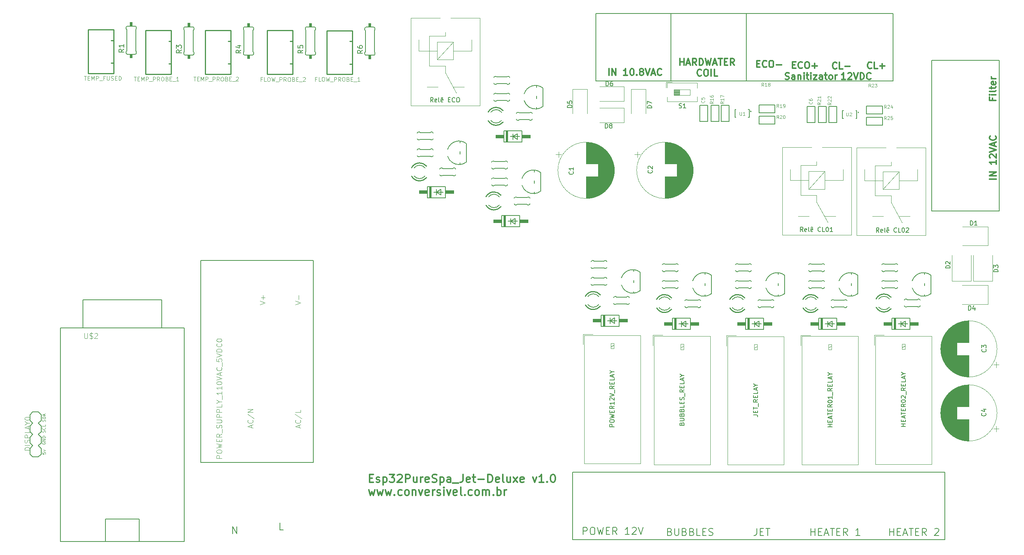
<source format=gbr>
%TF.GenerationSoftware,KiCad,Pcbnew,7.0.5*%
%TF.CreationDate,2023-10-10T15:43:30-03:00*%
%TF.ProjectId,intex_spa_V4,696e7465-785f-4737-9061-5f56342e6b69,Marcio Ant_o*%
%TF.SameCoordinates,Original*%
%TF.FileFunction,Legend,Top*%
%TF.FilePolarity,Positive*%
%FSLAX46Y46*%
G04 Gerber Fmt 4.6, Leading zero omitted, Abs format (unit mm)*
G04 Created by KiCad (PCBNEW 7.0.5) date 2023-10-10 15:43:30*
%MOMM*%
%LPD*%
G01*
G04 APERTURE LIST*
%ADD10C,0.200000*%
%ADD11C,0.142240*%
%ADD12C,0.300000*%
%ADD13C,0.100000*%
%ADD14C,0.065024*%
%ADD15C,0.091440*%
%ADD16C,0.150000*%
%ADD17C,0.101600*%
%ADD18C,0.127000*%
%ADD19C,0.114300*%
%ADD20C,0.093472*%
%ADD21C,0.152400*%
%ADD22C,0.254000*%
%ADD23C,0.120000*%
%ADD24C,0.203200*%
G04 APERTURE END LIST*
D10*
X194907877Y-33151276D02*
X194907877Y-48379397D01*
X177907518Y-33151276D02*
X177891765Y-48313759D01*
D11*
X209455257Y-151092417D02*
X209455257Y-149456657D01*
X209455257Y-150235590D02*
X210389977Y-150235590D01*
X210389977Y-151092417D02*
X210389977Y-149456657D01*
X211168910Y-150235590D02*
X211714164Y-150235590D01*
X211947844Y-151092417D02*
X211168910Y-151092417D01*
X211168910Y-151092417D02*
X211168910Y-149456657D01*
X211168910Y-149456657D02*
X211947844Y-149456657D01*
X212570990Y-150625057D02*
X213349923Y-150625057D01*
X212415203Y-151092417D02*
X212960457Y-149456657D01*
X212960457Y-149456657D02*
X213505710Y-151092417D01*
X213817283Y-149456657D02*
X214752003Y-149456657D01*
X214284643Y-151092417D02*
X214284643Y-149456657D01*
X215297256Y-150235590D02*
X215842510Y-150235590D01*
X216076190Y-151092417D02*
X215297256Y-151092417D01*
X215297256Y-151092417D02*
X215297256Y-149456657D01*
X215297256Y-149456657D02*
X216076190Y-149456657D01*
X217711949Y-151092417D02*
X217166696Y-150313484D01*
X216777229Y-151092417D02*
X216777229Y-149456657D01*
X216777229Y-149456657D02*
X217400376Y-149456657D01*
X217400376Y-149456657D02*
X217556163Y-149534550D01*
X217556163Y-149534550D02*
X217634056Y-149612444D01*
X217634056Y-149612444D02*
X217711949Y-149768230D01*
X217711949Y-149768230D02*
X217711949Y-150001910D01*
X217711949Y-150001910D02*
X217634056Y-150157697D01*
X217634056Y-150157697D02*
X217556163Y-150235590D01*
X217556163Y-150235590D02*
X217400376Y-150313484D01*
X217400376Y-150313484D02*
X216777229Y-150313484D01*
X220516109Y-151092417D02*
X219581389Y-151092417D01*
X220048749Y-151092417D02*
X220048749Y-149456657D01*
X220048749Y-149456657D02*
X219892962Y-149690337D01*
X219892962Y-149690337D02*
X219737176Y-149846124D01*
X219737176Y-149846124D02*
X219581389Y-149924017D01*
D12*
X215273290Y-45543107D02*
X215201862Y-45614536D01*
X215201862Y-45614536D02*
X214987576Y-45685964D01*
X214987576Y-45685964D02*
X214844719Y-45685964D01*
X214844719Y-45685964D02*
X214630433Y-45614536D01*
X214630433Y-45614536D02*
X214487576Y-45471678D01*
X214487576Y-45471678D02*
X214416147Y-45328821D01*
X214416147Y-45328821D02*
X214344719Y-45043107D01*
X214344719Y-45043107D02*
X214344719Y-44828821D01*
X214344719Y-44828821D02*
X214416147Y-44543107D01*
X214416147Y-44543107D02*
X214487576Y-44400250D01*
X214487576Y-44400250D02*
X214630433Y-44257393D01*
X214630433Y-44257393D02*
X214844719Y-44185964D01*
X214844719Y-44185964D02*
X214987576Y-44185964D01*
X214987576Y-44185964D02*
X215201862Y-44257393D01*
X215201862Y-44257393D02*
X215273290Y-44328821D01*
X216630433Y-45685964D02*
X215916147Y-45685964D01*
X215916147Y-45685964D02*
X215916147Y-44185964D01*
X217130433Y-45114536D02*
X218273291Y-45114536D01*
X250426844Y-52285489D02*
X250426844Y-52785489D01*
X251212558Y-52785489D02*
X249712558Y-52785489D01*
X249712558Y-52785489D02*
X249712558Y-52071203D01*
X251212558Y-51499775D02*
X250212558Y-51499775D01*
X249712558Y-51499775D02*
X249783987Y-51571203D01*
X249783987Y-51571203D02*
X249855415Y-51499775D01*
X249855415Y-51499775D02*
X249783987Y-51428346D01*
X249783987Y-51428346D02*
X249712558Y-51499775D01*
X249712558Y-51499775D02*
X249855415Y-51499775D01*
X251212558Y-50571203D02*
X251141130Y-50714060D01*
X251141130Y-50714060D02*
X250998272Y-50785489D01*
X250998272Y-50785489D02*
X249712558Y-50785489D01*
X250212558Y-50214060D02*
X250212558Y-49642632D01*
X249712558Y-49999775D02*
X250998272Y-49999775D01*
X250998272Y-49999775D02*
X251141130Y-49928346D01*
X251141130Y-49928346D02*
X251212558Y-49785489D01*
X251212558Y-49785489D02*
X251212558Y-49642632D01*
X251141130Y-48571203D02*
X251212558Y-48714060D01*
X251212558Y-48714060D02*
X251212558Y-48999775D01*
X251212558Y-48999775D02*
X251141130Y-49142632D01*
X251141130Y-49142632D02*
X250998272Y-49214060D01*
X250998272Y-49214060D02*
X250426844Y-49214060D01*
X250426844Y-49214060D02*
X250283987Y-49142632D01*
X250283987Y-49142632D02*
X250212558Y-48999775D01*
X250212558Y-48999775D02*
X250212558Y-48714060D01*
X250212558Y-48714060D02*
X250283987Y-48571203D01*
X250283987Y-48571203D02*
X250426844Y-48499775D01*
X250426844Y-48499775D02*
X250569701Y-48499775D01*
X250569701Y-48499775D02*
X250712558Y-49214060D01*
X251212558Y-47856918D02*
X250212558Y-47856918D01*
X250498272Y-47856918D02*
X250355415Y-47785489D01*
X250355415Y-47785489D02*
X250283987Y-47714061D01*
X250283987Y-47714061D02*
X250212558Y-47571203D01*
X250212558Y-47571203D02*
X250212558Y-47428346D01*
X251260828Y-70565489D02*
X249760828Y-70565489D01*
X251260828Y-69851203D02*
X249760828Y-69851203D01*
X249760828Y-69851203D02*
X251260828Y-68994060D01*
X251260828Y-68994060D02*
X249760828Y-68994060D01*
X251260828Y-66351202D02*
X251260828Y-67208345D01*
X251260828Y-66779774D02*
X249760828Y-66779774D01*
X249760828Y-66779774D02*
X249975114Y-66922631D01*
X249975114Y-66922631D02*
X250117971Y-67065488D01*
X250117971Y-67065488D02*
X250189400Y-67208345D01*
X249903685Y-65779774D02*
X249832257Y-65708346D01*
X249832257Y-65708346D02*
X249760828Y-65565489D01*
X249760828Y-65565489D02*
X249760828Y-65208346D01*
X249760828Y-65208346D02*
X249832257Y-65065489D01*
X249832257Y-65065489D02*
X249903685Y-64994060D01*
X249903685Y-64994060D02*
X250046542Y-64922631D01*
X250046542Y-64922631D02*
X250189400Y-64922631D01*
X250189400Y-64922631D02*
X250403685Y-64994060D01*
X250403685Y-64994060D02*
X251260828Y-65851203D01*
X251260828Y-65851203D02*
X251260828Y-64922631D01*
X249760828Y-64494060D02*
X251260828Y-63994060D01*
X251260828Y-63994060D02*
X249760828Y-63494060D01*
X250832257Y-63065489D02*
X250832257Y-62351204D01*
X251260828Y-63208346D02*
X249760828Y-62708346D01*
X249760828Y-62708346D02*
X251260828Y-62208346D01*
X251117971Y-60851204D02*
X251189400Y-60922632D01*
X251189400Y-60922632D02*
X251260828Y-61136918D01*
X251260828Y-61136918D02*
X251260828Y-61279775D01*
X251260828Y-61279775D02*
X251189400Y-61494061D01*
X251189400Y-61494061D02*
X251046542Y-61636918D01*
X251046542Y-61636918D02*
X250903685Y-61708347D01*
X250903685Y-61708347D02*
X250617971Y-61779775D01*
X250617971Y-61779775D02*
X250403685Y-61779775D01*
X250403685Y-61779775D02*
X250117971Y-61708347D01*
X250117971Y-61708347D02*
X249975114Y-61636918D01*
X249975114Y-61636918D02*
X249832257Y-61494061D01*
X249832257Y-61494061D02*
X249760828Y-61279775D01*
X249760828Y-61279775D02*
X249760828Y-61136918D01*
X249760828Y-61136918D02*
X249832257Y-60922632D01*
X249832257Y-60922632D02*
X249903685Y-60851204D01*
X217240225Y-48060828D02*
X216383082Y-48060828D01*
X216811653Y-48060828D02*
X216811653Y-46560828D01*
X216811653Y-46560828D02*
X216668796Y-46775114D01*
X216668796Y-46775114D02*
X216525939Y-46917971D01*
X216525939Y-46917971D02*
X216383082Y-46989400D01*
X217811653Y-46703685D02*
X217883081Y-46632257D01*
X217883081Y-46632257D02*
X218025939Y-46560828D01*
X218025939Y-46560828D02*
X218383081Y-46560828D01*
X218383081Y-46560828D02*
X218525939Y-46632257D01*
X218525939Y-46632257D02*
X218597367Y-46703685D01*
X218597367Y-46703685D02*
X218668796Y-46846542D01*
X218668796Y-46846542D02*
X218668796Y-46989400D01*
X218668796Y-46989400D02*
X218597367Y-47203685D01*
X218597367Y-47203685D02*
X217740224Y-48060828D01*
X217740224Y-48060828D02*
X218668796Y-48060828D01*
X219097367Y-46560828D02*
X219597367Y-48060828D01*
X219597367Y-48060828D02*
X220097367Y-46560828D01*
X220597366Y-48060828D02*
X220597366Y-46560828D01*
X220597366Y-46560828D02*
X220954509Y-46560828D01*
X220954509Y-46560828D02*
X221168795Y-46632257D01*
X221168795Y-46632257D02*
X221311652Y-46775114D01*
X221311652Y-46775114D02*
X221383081Y-46917971D01*
X221383081Y-46917971D02*
X221454509Y-47203685D01*
X221454509Y-47203685D02*
X221454509Y-47417971D01*
X221454509Y-47417971D02*
X221383081Y-47703685D01*
X221383081Y-47703685D02*
X221311652Y-47846542D01*
X221311652Y-47846542D02*
X221168795Y-47989400D01*
X221168795Y-47989400D02*
X220954509Y-48060828D01*
X220954509Y-48060828D02*
X220597366Y-48060828D01*
X222954509Y-47917971D02*
X222883081Y-47989400D01*
X222883081Y-47989400D02*
X222668795Y-48060828D01*
X222668795Y-48060828D02*
X222525938Y-48060828D01*
X222525938Y-48060828D02*
X222311652Y-47989400D01*
X222311652Y-47989400D02*
X222168795Y-47846542D01*
X222168795Y-47846542D02*
X222097366Y-47703685D01*
X222097366Y-47703685D02*
X222025938Y-47417971D01*
X222025938Y-47417971D02*
X222025938Y-47203685D01*
X222025938Y-47203685D02*
X222097366Y-46917971D01*
X222097366Y-46917971D02*
X222168795Y-46775114D01*
X222168795Y-46775114D02*
X222311652Y-46632257D01*
X222311652Y-46632257D02*
X222525938Y-46560828D01*
X222525938Y-46560828D02*
X222668795Y-46560828D01*
X222668795Y-46560828D02*
X222883081Y-46632257D01*
X222883081Y-46632257D02*
X222954509Y-46703685D01*
D11*
X90413553Y-149853216D02*
X89634619Y-149853216D01*
X89634619Y-149853216D02*
X89634619Y-148217456D01*
X78945405Y-150662130D02*
X78945405Y-149026370D01*
X78945405Y-149026370D02*
X79880125Y-150662130D01*
X79880125Y-150662130D02*
X79880125Y-149026370D01*
D13*
X36031429Y-130058505D02*
X35998096Y-130125172D01*
X35998096Y-130125172D02*
X35998096Y-130225172D01*
X35998096Y-130225172D02*
X36031429Y-130325172D01*
X36031429Y-130325172D02*
X36098096Y-130391839D01*
X36098096Y-130391839D02*
X36164763Y-130425172D01*
X36164763Y-130425172D02*
X36298096Y-130458505D01*
X36298096Y-130458505D02*
X36398096Y-130458505D01*
X36398096Y-130458505D02*
X36531429Y-130425172D01*
X36531429Y-130425172D02*
X36598096Y-130391839D01*
X36598096Y-130391839D02*
X36664763Y-130325172D01*
X36664763Y-130325172D02*
X36698096Y-130225172D01*
X36698096Y-130225172D02*
X36698096Y-130158505D01*
X36698096Y-130158505D02*
X36664763Y-130058505D01*
X36664763Y-130058505D02*
X36631429Y-130025172D01*
X36631429Y-130025172D02*
X36398096Y-130025172D01*
X36398096Y-130025172D02*
X36398096Y-130158505D01*
X36698096Y-129725172D02*
X35998096Y-129725172D01*
X35998096Y-129725172D02*
X36698096Y-129325172D01*
X36698096Y-129325172D02*
X35998096Y-129325172D01*
X36698096Y-128991839D02*
X35998096Y-128991839D01*
X35998096Y-128991839D02*
X35998096Y-128825172D01*
X35998096Y-128825172D02*
X36031429Y-128725172D01*
X36031429Y-128725172D02*
X36098096Y-128658506D01*
X36098096Y-128658506D02*
X36164763Y-128625172D01*
X36164763Y-128625172D02*
X36298096Y-128591839D01*
X36298096Y-128591839D02*
X36398096Y-128591839D01*
X36398096Y-128591839D02*
X36531429Y-128625172D01*
X36531429Y-128625172D02*
X36598096Y-128658506D01*
X36598096Y-128658506D02*
X36664763Y-128725172D01*
X36664763Y-128725172D02*
X36698096Y-128825172D01*
X36698096Y-128825172D02*
X36698096Y-128991839D01*
D12*
X223149904Y-45477469D02*
X223078476Y-45548898D01*
X223078476Y-45548898D02*
X222864190Y-45620326D01*
X222864190Y-45620326D02*
X222721333Y-45620326D01*
X222721333Y-45620326D02*
X222507047Y-45548898D01*
X222507047Y-45548898D02*
X222364190Y-45406040D01*
X222364190Y-45406040D02*
X222292761Y-45263183D01*
X222292761Y-45263183D02*
X222221333Y-44977469D01*
X222221333Y-44977469D02*
X222221333Y-44763183D01*
X222221333Y-44763183D02*
X222292761Y-44477469D01*
X222292761Y-44477469D02*
X222364190Y-44334612D01*
X222364190Y-44334612D02*
X222507047Y-44191755D01*
X222507047Y-44191755D02*
X222721333Y-44120326D01*
X222721333Y-44120326D02*
X222864190Y-44120326D01*
X222864190Y-44120326D02*
X223078476Y-44191755D01*
X223078476Y-44191755D02*
X223149904Y-44263183D01*
X224507047Y-45620326D02*
X223792761Y-45620326D01*
X223792761Y-45620326D02*
X223792761Y-44120326D01*
X225007047Y-45048898D02*
X226149905Y-45048898D01*
X225578476Y-45620326D02*
X225578476Y-44477469D01*
D14*
X198804809Y-49601789D02*
X198555550Y-49245705D01*
X198377508Y-49601789D02*
X198377508Y-48854013D01*
X198377508Y-48854013D02*
X198662375Y-48854013D01*
X198662375Y-48854013D02*
X198733592Y-48889621D01*
X198733592Y-48889621D02*
X198769201Y-48925230D01*
X198769201Y-48925230D02*
X198804809Y-48996446D01*
X198804809Y-48996446D02*
X198804809Y-49103272D01*
X198804809Y-49103272D02*
X198769201Y-49174488D01*
X198769201Y-49174488D02*
X198733592Y-49210097D01*
X198733592Y-49210097D02*
X198662375Y-49245705D01*
X198662375Y-49245705D02*
X198377508Y-49245705D01*
X199516977Y-49601789D02*
X199089676Y-49601789D01*
X199303326Y-49601789D02*
X199303326Y-48854013D01*
X199303326Y-48854013D02*
X199232110Y-48960838D01*
X199232110Y-48960838D02*
X199160893Y-49032055D01*
X199160893Y-49032055D02*
X199089676Y-49067663D01*
X199944278Y-49174488D02*
X199873061Y-49138880D01*
X199873061Y-49138880D02*
X199837452Y-49103272D01*
X199837452Y-49103272D02*
X199801844Y-49032055D01*
X199801844Y-49032055D02*
X199801844Y-48996446D01*
X199801844Y-48996446D02*
X199837452Y-48925230D01*
X199837452Y-48925230D02*
X199873061Y-48889621D01*
X199873061Y-48889621D02*
X199944278Y-48854013D01*
X199944278Y-48854013D02*
X200086711Y-48854013D01*
X200086711Y-48854013D02*
X200157928Y-48889621D01*
X200157928Y-48889621D02*
X200193536Y-48925230D01*
X200193536Y-48925230D02*
X200229145Y-48996446D01*
X200229145Y-48996446D02*
X200229145Y-49032055D01*
X200229145Y-49032055D02*
X200193536Y-49103272D01*
X200193536Y-49103272D02*
X200157928Y-49138880D01*
X200157928Y-49138880D02*
X200086711Y-49174488D01*
X200086711Y-49174488D02*
X199944278Y-49174488D01*
X199944278Y-49174488D02*
X199873061Y-49210097D01*
X199873061Y-49210097D02*
X199837452Y-49245705D01*
X199837452Y-49245705D02*
X199801844Y-49316922D01*
X199801844Y-49316922D02*
X199801844Y-49459355D01*
X199801844Y-49459355D02*
X199837452Y-49530572D01*
X199837452Y-49530572D02*
X199873061Y-49566181D01*
X199873061Y-49566181D02*
X199944278Y-49601789D01*
X199944278Y-49601789D02*
X200086711Y-49601789D01*
X200086711Y-49601789D02*
X200157928Y-49566181D01*
X200157928Y-49566181D02*
X200193536Y-49530572D01*
X200193536Y-49530572D02*
X200229145Y-49459355D01*
X200229145Y-49459355D02*
X200229145Y-49316922D01*
X200229145Y-49316922D02*
X200193536Y-49245705D01*
X200193536Y-49245705D02*
X200157928Y-49210097D01*
X200157928Y-49210097D02*
X200086711Y-49174488D01*
D13*
X36664763Y-127796703D02*
X36698096Y-127696703D01*
X36698096Y-127696703D02*
X36698096Y-127530037D01*
X36698096Y-127530037D02*
X36664763Y-127463370D01*
X36664763Y-127463370D02*
X36631429Y-127430037D01*
X36631429Y-127430037D02*
X36564763Y-127396703D01*
X36564763Y-127396703D02*
X36498096Y-127396703D01*
X36498096Y-127396703D02*
X36431429Y-127430037D01*
X36431429Y-127430037D02*
X36398096Y-127463370D01*
X36398096Y-127463370D02*
X36364763Y-127530037D01*
X36364763Y-127530037D02*
X36331429Y-127663370D01*
X36331429Y-127663370D02*
X36298096Y-127730037D01*
X36298096Y-127730037D02*
X36264763Y-127763370D01*
X36264763Y-127763370D02*
X36198096Y-127796703D01*
X36198096Y-127796703D02*
X36131429Y-127796703D01*
X36131429Y-127796703D02*
X36064763Y-127763370D01*
X36064763Y-127763370D02*
X36031429Y-127730037D01*
X36031429Y-127730037D02*
X35998096Y-127663370D01*
X35998096Y-127663370D02*
X35998096Y-127496703D01*
X35998096Y-127496703D02*
X36031429Y-127396703D01*
X36631429Y-126696703D02*
X36664763Y-126730036D01*
X36664763Y-126730036D02*
X36698096Y-126830036D01*
X36698096Y-126830036D02*
X36698096Y-126896703D01*
X36698096Y-126896703D02*
X36664763Y-126996703D01*
X36664763Y-126996703D02*
X36598096Y-127063370D01*
X36598096Y-127063370D02*
X36531429Y-127096703D01*
X36531429Y-127096703D02*
X36398096Y-127130036D01*
X36398096Y-127130036D02*
X36298096Y-127130036D01*
X36298096Y-127130036D02*
X36164763Y-127096703D01*
X36164763Y-127096703D02*
X36098096Y-127063370D01*
X36098096Y-127063370D02*
X36031429Y-126996703D01*
X36031429Y-126996703D02*
X35998096Y-126896703D01*
X35998096Y-126896703D02*
X35998096Y-126830036D01*
X35998096Y-126830036D02*
X36031429Y-126730036D01*
X36031429Y-126730036D02*
X36064763Y-126696703D01*
X36698096Y-126063370D02*
X36698096Y-126396703D01*
X36698096Y-126396703D02*
X35998096Y-126396703D01*
D12*
X163874539Y-47130010D02*
X163874539Y-45630010D01*
X164588825Y-47130010D02*
X164588825Y-45630010D01*
X164588825Y-45630010D02*
X165445968Y-47130010D01*
X165445968Y-47130010D02*
X165445968Y-45630010D01*
X168088826Y-47130010D02*
X167231683Y-47130010D01*
X167660254Y-47130010D02*
X167660254Y-45630010D01*
X167660254Y-45630010D02*
X167517397Y-45844296D01*
X167517397Y-45844296D02*
X167374540Y-45987153D01*
X167374540Y-45987153D02*
X167231683Y-46058582D01*
X169017397Y-45630010D02*
X169160254Y-45630010D01*
X169160254Y-45630010D02*
X169303111Y-45701439D01*
X169303111Y-45701439D02*
X169374540Y-45772867D01*
X169374540Y-45772867D02*
X169445968Y-45915724D01*
X169445968Y-45915724D02*
X169517397Y-46201439D01*
X169517397Y-46201439D02*
X169517397Y-46558582D01*
X169517397Y-46558582D02*
X169445968Y-46844296D01*
X169445968Y-46844296D02*
X169374540Y-46987153D01*
X169374540Y-46987153D02*
X169303111Y-47058582D01*
X169303111Y-47058582D02*
X169160254Y-47130010D01*
X169160254Y-47130010D02*
X169017397Y-47130010D01*
X169017397Y-47130010D02*
X168874540Y-47058582D01*
X168874540Y-47058582D02*
X168803111Y-46987153D01*
X168803111Y-46987153D02*
X168731682Y-46844296D01*
X168731682Y-46844296D02*
X168660254Y-46558582D01*
X168660254Y-46558582D02*
X168660254Y-46201439D01*
X168660254Y-46201439D02*
X168731682Y-45915724D01*
X168731682Y-45915724D02*
X168803111Y-45772867D01*
X168803111Y-45772867D02*
X168874540Y-45701439D01*
X168874540Y-45701439D02*
X169017397Y-45630010D01*
X170160253Y-46987153D02*
X170231682Y-47058582D01*
X170231682Y-47058582D02*
X170160253Y-47130010D01*
X170160253Y-47130010D02*
X170088825Y-47058582D01*
X170088825Y-47058582D02*
X170160253Y-46987153D01*
X170160253Y-46987153D02*
X170160253Y-47130010D01*
X171088825Y-46272867D02*
X170945968Y-46201439D01*
X170945968Y-46201439D02*
X170874539Y-46130010D01*
X170874539Y-46130010D02*
X170803111Y-45987153D01*
X170803111Y-45987153D02*
X170803111Y-45915724D01*
X170803111Y-45915724D02*
X170874539Y-45772867D01*
X170874539Y-45772867D02*
X170945968Y-45701439D01*
X170945968Y-45701439D02*
X171088825Y-45630010D01*
X171088825Y-45630010D02*
X171374539Y-45630010D01*
X171374539Y-45630010D02*
X171517397Y-45701439D01*
X171517397Y-45701439D02*
X171588825Y-45772867D01*
X171588825Y-45772867D02*
X171660254Y-45915724D01*
X171660254Y-45915724D02*
X171660254Y-45987153D01*
X171660254Y-45987153D02*
X171588825Y-46130010D01*
X171588825Y-46130010D02*
X171517397Y-46201439D01*
X171517397Y-46201439D02*
X171374539Y-46272867D01*
X171374539Y-46272867D02*
X171088825Y-46272867D01*
X171088825Y-46272867D02*
X170945968Y-46344296D01*
X170945968Y-46344296D02*
X170874539Y-46415724D01*
X170874539Y-46415724D02*
X170803111Y-46558582D01*
X170803111Y-46558582D02*
X170803111Y-46844296D01*
X170803111Y-46844296D02*
X170874539Y-46987153D01*
X170874539Y-46987153D02*
X170945968Y-47058582D01*
X170945968Y-47058582D02*
X171088825Y-47130010D01*
X171088825Y-47130010D02*
X171374539Y-47130010D01*
X171374539Y-47130010D02*
X171517397Y-47058582D01*
X171517397Y-47058582D02*
X171588825Y-46987153D01*
X171588825Y-46987153D02*
X171660254Y-46844296D01*
X171660254Y-46844296D02*
X171660254Y-46558582D01*
X171660254Y-46558582D02*
X171588825Y-46415724D01*
X171588825Y-46415724D02*
X171517397Y-46344296D01*
X171517397Y-46344296D02*
X171374539Y-46272867D01*
X172088825Y-45630010D02*
X172588825Y-47130010D01*
X172588825Y-47130010D02*
X173088825Y-45630010D01*
X173517396Y-46701439D02*
X174231682Y-46701439D01*
X173374539Y-47130010D02*
X173874539Y-45630010D01*
X173874539Y-45630010D02*
X174374539Y-47130010D01*
X175731681Y-46987153D02*
X175660253Y-47058582D01*
X175660253Y-47058582D02*
X175445967Y-47130010D01*
X175445967Y-47130010D02*
X175303110Y-47130010D01*
X175303110Y-47130010D02*
X175088824Y-47058582D01*
X175088824Y-47058582D02*
X174945967Y-46915724D01*
X174945967Y-46915724D02*
X174874538Y-46772867D01*
X174874538Y-46772867D02*
X174803110Y-46487153D01*
X174803110Y-46487153D02*
X174803110Y-46272867D01*
X174803110Y-46272867D02*
X174874538Y-45987153D01*
X174874538Y-45987153D02*
X174945967Y-45844296D01*
X174945967Y-45844296D02*
X175088824Y-45701439D01*
X175088824Y-45701439D02*
X175303110Y-45630010D01*
X175303110Y-45630010D02*
X175445967Y-45630010D01*
X175445967Y-45630010D02*
X175660253Y-45701439D01*
X175660253Y-45701439D02*
X175731681Y-45772867D01*
X179935753Y-44849072D02*
X179935753Y-43349072D01*
X179935753Y-44063358D02*
X180792896Y-44063358D01*
X180792896Y-44849072D02*
X180792896Y-43349072D01*
X181435754Y-44420501D02*
X182150040Y-44420501D01*
X181292897Y-44849072D02*
X181792897Y-43349072D01*
X181792897Y-43349072D02*
X182292897Y-44849072D01*
X183650039Y-44849072D02*
X183150039Y-44134786D01*
X182792896Y-44849072D02*
X182792896Y-43349072D01*
X182792896Y-43349072D02*
X183364325Y-43349072D01*
X183364325Y-43349072D02*
X183507182Y-43420501D01*
X183507182Y-43420501D02*
X183578611Y-43491929D01*
X183578611Y-43491929D02*
X183650039Y-43634786D01*
X183650039Y-43634786D02*
X183650039Y-43849072D01*
X183650039Y-43849072D02*
X183578611Y-43991929D01*
X183578611Y-43991929D02*
X183507182Y-44063358D01*
X183507182Y-44063358D02*
X183364325Y-44134786D01*
X183364325Y-44134786D02*
X182792896Y-44134786D01*
X184292896Y-44849072D02*
X184292896Y-43349072D01*
X184292896Y-43349072D02*
X184650039Y-43349072D01*
X184650039Y-43349072D02*
X184864325Y-43420501D01*
X184864325Y-43420501D02*
X185007182Y-43563358D01*
X185007182Y-43563358D02*
X185078611Y-43706215D01*
X185078611Y-43706215D02*
X185150039Y-43991929D01*
X185150039Y-43991929D02*
X185150039Y-44206215D01*
X185150039Y-44206215D02*
X185078611Y-44491929D01*
X185078611Y-44491929D02*
X185007182Y-44634786D01*
X185007182Y-44634786D02*
X184864325Y-44777644D01*
X184864325Y-44777644D02*
X184650039Y-44849072D01*
X184650039Y-44849072D02*
X184292896Y-44849072D01*
X185650039Y-43349072D02*
X186007182Y-44849072D01*
X186007182Y-44849072D02*
X186292896Y-43777644D01*
X186292896Y-43777644D02*
X186578611Y-44849072D01*
X186578611Y-44849072D02*
X186935754Y-43349072D01*
X187435754Y-44420501D02*
X188150040Y-44420501D01*
X187292897Y-44849072D02*
X187792897Y-43349072D01*
X187792897Y-43349072D02*
X188292897Y-44849072D01*
X188578611Y-43349072D02*
X189435754Y-43349072D01*
X189007182Y-44849072D02*
X189007182Y-43349072D01*
X189935753Y-44063358D02*
X190435753Y-44063358D01*
X190650039Y-44849072D02*
X189935753Y-44849072D01*
X189935753Y-44849072D02*
X189935753Y-43349072D01*
X189935753Y-43349072D02*
X190650039Y-43349072D01*
X192150039Y-44849072D02*
X191650039Y-44134786D01*
X191292896Y-44849072D02*
X191292896Y-43349072D01*
X191292896Y-43349072D02*
X191864325Y-43349072D01*
X191864325Y-43349072D02*
X192007182Y-43420501D01*
X192007182Y-43420501D02*
X192078611Y-43491929D01*
X192078611Y-43491929D02*
X192150039Y-43634786D01*
X192150039Y-43634786D02*
X192150039Y-43849072D01*
X192150039Y-43849072D02*
X192078611Y-43991929D01*
X192078611Y-43991929D02*
X192007182Y-44063358D01*
X192007182Y-44063358D02*
X191864325Y-44134786D01*
X191864325Y-44134786D02*
X191292896Y-44134786D01*
X184721467Y-47121215D02*
X184650039Y-47192644D01*
X184650039Y-47192644D02*
X184435753Y-47264072D01*
X184435753Y-47264072D02*
X184292896Y-47264072D01*
X184292896Y-47264072D02*
X184078610Y-47192644D01*
X184078610Y-47192644D02*
X183935753Y-47049786D01*
X183935753Y-47049786D02*
X183864324Y-46906929D01*
X183864324Y-46906929D02*
X183792896Y-46621215D01*
X183792896Y-46621215D02*
X183792896Y-46406929D01*
X183792896Y-46406929D02*
X183864324Y-46121215D01*
X183864324Y-46121215D02*
X183935753Y-45978358D01*
X183935753Y-45978358D02*
X184078610Y-45835501D01*
X184078610Y-45835501D02*
X184292896Y-45764072D01*
X184292896Y-45764072D02*
X184435753Y-45764072D01*
X184435753Y-45764072D02*
X184650039Y-45835501D01*
X184650039Y-45835501D02*
X184721467Y-45906929D01*
X185650039Y-45764072D02*
X185935753Y-45764072D01*
X185935753Y-45764072D02*
X186078610Y-45835501D01*
X186078610Y-45835501D02*
X186221467Y-45978358D01*
X186221467Y-45978358D02*
X186292896Y-46264072D01*
X186292896Y-46264072D02*
X186292896Y-46764072D01*
X186292896Y-46764072D02*
X186221467Y-47049786D01*
X186221467Y-47049786D02*
X186078610Y-47192644D01*
X186078610Y-47192644D02*
X185935753Y-47264072D01*
X185935753Y-47264072D02*
X185650039Y-47264072D01*
X185650039Y-47264072D02*
X185507182Y-47192644D01*
X185507182Y-47192644D02*
X185364324Y-47049786D01*
X185364324Y-47049786D02*
X185292896Y-46764072D01*
X185292896Y-46764072D02*
X185292896Y-46264072D01*
X185292896Y-46264072D02*
X185364324Y-45978358D01*
X185364324Y-45978358D02*
X185507182Y-45835501D01*
X185507182Y-45835501D02*
X185650039Y-45764072D01*
X186935753Y-47264072D02*
X186935753Y-45764072D01*
X188364325Y-47264072D02*
X187650039Y-47264072D01*
X187650039Y-47264072D02*
X187650039Y-45764072D01*
D13*
X36684627Y-125333543D02*
X36717960Y-125233543D01*
X36717960Y-125233543D02*
X36717960Y-125066877D01*
X36717960Y-125066877D02*
X36684627Y-125000210D01*
X36684627Y-125000210D02*
X36651293Y-124966877D01*
X36651293Y-124966877D02*
X36584627Y-124933543D01*
X36584627Y-124933543D02*
X36517960Y-124933543D01*
X36517960Y-124933543D02*
X36451293Y-124966877D01*
X36451293Y-124966877D02*
X36417960Y-125000210D01*
X36417960Y-125000210D02*
X36384627Y-125066877D01*
X36384627Y-125066877D02*
X36351293Y-125200210D01*
X36351293Y-125200210D02*
X36317960Y-125266877D01*
X36317960Y-125266877D02*
X36284627Y-125300210D01*
X36284627Y-125300210D02*
X36217960Y-125333543D01*
X36217960Y-125333543D02*
X36151293Y-125333543D01*
X36151293Y-125333543D02*
X36084627Y-125300210D01*
X36084627Y-125300210D02*
X36051293Y-125266877D01*
X36051293Y-125266877D02*
X36017960Y-125200210D01*
X36017960Y-125200210D02*
X36017960Y-125033543D01*
X36017960Y-125033543D02*
X36051293Y-124933543D01*
X36717960Y-124633543D02*
X36017960Y-124633543D01*
X36017960Y-124633543D02*
X36017960Y-124466876D01*
X36017960Y-124466876D02*
X36051293Y-124366876D01*
X36051293Y-124366876D02*
X36117960Y-124300210D01*
X36117960Y-124300210D02*
X36184627Y-124266876D01*
X36184627Y-124266876D02*
X36317960Y-124233543D01*
X36317960Y-124233543D02*
X36417960Y-124233543D01*
X36417960Y-124233543D02*
X36551293Y-124266876D01*
X36551293Y-124266876D02*
X36617960Y-124300210D01*
X36617960Y-124300210D02*
X36684627Y-124366876D01*
X36684627Y-124366876D02*
X36717960Y-124466876D01*
X36717960Y-124466876D02*
X36717960Y-124633543D01*
X36517960Y-123966876D02*
X36517960Y-123633543D01*
X36717960Y-124033543D02*
X36017960Y-123800210D01*
X36017960Y-123800210D02*
X36717960Y-123566876D01*
D12*
X109845939Y-138163257D02*
X110445939Y-138163257D01*
X110703082Y-139106114D02*
X109845939Y-139106114D01*
X109845939Y-139106114D02*
X109845939Y-137306114D01*
X109845939Y-137306114D02*
X110703082Y-137306114D01*
X111388796Y-139020400D02*
X111560224Y-139106114D01*
X111560224Y-139106114D02*
X111903081Y-139106114D01*
X111903081Y-139106114D02*
X112074510Y-139020400D01*
X112074510Y-139020400D02*
X112160224Y-138848971D01*
X112160224Y-138848971D02*
X112160224Y-138763257D01*
X112160224Y-138763257D02*
X112074510Y-138591828D01*
X112074510Y-138591828D02*
X111903081Y-138506114D01*
X111903081Y-138506114D02*
X111645939Y-138506114D01*
X111645939Y-138506114D02*
X111474510Y-138420400D01*
X111474510Y-138420400D02*
X111388796Y-138248971D01*
X111388796Y-138248971D02*
X111388796Y-138163257D01*
X111388796Y-138163257D02*
X111474510Y-137991828D01*
X111474510Y-137991828D02*
X111645939Y-137906114D01*
X111645939Y-137906114D02*
X111903081Y-137906114D01*
X111903081Y-137906114D02*
X112074510Y-137991828D01*
X112931653Y-137906114D02*
X112931653Y-139706114D01*
X112931653Y-137991828D02*
X113103082Y-137906114D01*
X113103082Y-137906114D02*
X113445939Y-137906114D01*
X113445939Y-137906114D02*
X113617367Y-137991828D01*
X113617367Y-137991828D02*
X113703082Y-138077542D01*
X113703082Y-138077542D02*
X113788796Y-138248971D01*
X113788796Y-138248971D02*
X113788796Y-138763257D01*
X113788796Y-138763257D02*
X113703082Y-138934685D01*
X113703082Y-138934685D02*
X113617367Y-139020400D01*
X113617367Y-139020400D02*
X113445939Y-139106114D01*
X113445939Y-139106114D02*
X113103082Y-139106114D01*
X113103082Y-139106114D02*
X112931653Y-139020400D01*
X114388795Y-137306114D02*
X115503081Y-137306114D01*
X115503081Y-137306114D02*
X114903081Y-137991828D01*
X114903081Y-137991828D02*
X115160224Y-137991828D01*
X115160224Y-137991828D02*
X115331653Y-138077542D01*
X115331653Y-138077542D02*
X115417367Y-138163257D01*
X115417367Y-138163257D02*
X115503081Y-138334685D01*
X115503081Y-138334685D02*
X115503081Y-138763257D01*
X115503081Y-138763257D02*
X115417367Y-138934685D01*
X115417367Y-138934685D02*
X115331653Y-139020400D01*
X115331653Y-139020400D02*
X115160224Y-139106114D01*
X115160224Y-139106114D02*
X114645938Y-139106114D01*
X114645938Y-139106114D02*
X114474510Y-139020400D01*
X114474510Y-139020400D02*
X114388795Y-138934685D01*
X116188796Y-137477542D02*
X116274510Y-137391828D01*
X116274510Y-137391828D02*
X116445939Y-137306114D01*
X116445939Y-137306114D02*
X116874510Y-137306114D01*
X116874510Y-137306114D02*
X117045939Y-137391828D01*
X117045939Y-137391828D02*
X117131653Y-137477542D01*
X117131653Y-137477542D02*
X117217367Y-137648971D01*
X117217367Y-137648971D02*
X117217367Y-137820400D01*
X117217367Y-137820400D02*
X117131653Y-138077542D01*
X117131653Y-138077542D02*
X116103081Y-139106114D01*
X116103081Y-139106114D02*
X117217367Y-139106114D01*
X117988796Y-139106114D02*
X117988796Y-137306114D01*
X117988796Y-137306114D02*
X118674510Y-137306114D01*
X118674510Y-137306114D02*
X118845939Y-137391828D01*
X118845939Y-137391828D02*
X118931653Y-137477542D01*
X118931653Y-137477542D02*
X119017367Y-137648971D01*
X119017367Y-137648971D02*
X119017367Y-137906114D01*
X119017367Y-137906114D02*
X118931653Y-138077542D01*
X118931653Y-138077542D02*
X118845939Y-138163257D01*
X118845939Y-138163257D02*
X118674510Y-138248971D01*
X118674510Y-138248971D02*
X117988796Y-138248971D01*
X120560225Y-137906114D02*
X120560225Y-139106114D01*
X119788796Y-137906114D02*
X119788796Y-138848971D01*
X119788796Y-138848971D02*
X119874510Y-139020400D01*
X119874510Y-139020400D02*
X120045939Y-139106114D01*
X120045939Y-139106114D02*
X120303082Y-139106114D01*
X120303082Y-139106114D02*
X120474510Y-139020400D01*
X120474510Y-139020400D02*
X120560225Y-138934685D01*
X121417367Y-139106114D02*
X121417367Y-137906114D01*
X121417367Y-138248971D02*
X121503081Y-138077542D01*
X121503081Y-138077542D02*
X121588796Y-137991828D01*
X121588796Y-137991828D02*
X121760224Y-137906114D01*
X121760224Y-137906114D02*
X121931653Y-137906114D01*
X123217367Y-139020400D02*
X123045939Y-139106114D01*
X123045939Y-139106114D02*
X122703082Y-139106114D01*
X122703082Y-139106114D02*
X122531653Y-139020400D01*
X122531653Y-139020400D02*
X122445939Y-138848971D01*
X122445939Y-138848971D02*
X122445939Y-138163257D01*
X122445939Y-138163257D02*
X122531653Y-137991828D01*
X122531653Y-137991828D02*
X122703082Y-137906114D01*
X122703082Y-137906114D02*
X123045939Y-137906114D01*
X123045939Y-137906114D02*
X123217367Y-137991828D01*
X123217367Y-137991828D02*
X123303082Y-138163257D01*
X123303082Y-138163257D02*
X123303082Y-138334685D01*
X123303082Y-138334685D02*
X122445939Y-138506114D01*
X123988796Y-139020400D02*
X124245939Y-139106114D01*
X124245939Y-139106114D02*
X124674510Y-139106114D01*
X124674510Y-139106114D02*
X124845939Y-139020400D01*
X124845939Y-139020400D02*
X124931653Y-138934685D01*
X124931653Y-138934685D02*
X125017367Y-138763257D01*
X125017367Y-138763257D02*
X125017367Y-138591828D01*
X125017367Y-138591828D02*
X124931653Y-138420400D01*
X124931653Y-138420400D02*
X124845939Y-138334685D01*
X124845939Y-138334685D02*
X124674510Y-138248971D01*
X124674510Y-138248971D02*
X124331653Y-138163257D01*
X124331653Y-138163257D02*
X124160224Y-138077542D01*
X124160224Y-138077542D02*
X124074510Y-137991828D01*
X124074510Y-137991828D02*
X123988796Y-137820400D01*
X123988796Y-137820400D02*
X123988796Y-137648971D01*
X123988796Y-137648971D02*
X124074510Y-137477542D01*
X124074510Y-137477542D02*
X124160224Y-137391828D01*
X124160224Y-137391828D02*
X124331653Y-137306114D01*
X124331653Y-137306114D02*
X124760224Y-137306114D01*
X124760224Y-137306114D02*
X125017367Y-137391828D01*
X125788796Y-137906114D02*
X125788796Y-139706114D01*
X125788796Y-137991828D02*
X125960225Y-137906114D01*
X125960225Y-137906114D02*
X126303082Y-137906114D01*
X126303082Y-137906114D02*
X126474510Y-137991828D01*
X126474510Y-137991828D02*
X126560225Y-138077542D01*
X126560225Y-138077542D02*
X126645939Y-138248971D01*
X126645939Y-138248971D02*
X126645939Y-138763257D01*
X126645939Y-138763257D02*
X126560225Y-138934685D01*
X126560225Y-138934685D02*
X126474510Y-139020400D01*
X126474510Y-139020400D02*
X126303082Y-139106114D01*
X126303082Y-139106114D02*
X125960225Y-139106114D01*
X125960225Y-139106114D02*
X125788796Y-139020400D01*
X128188796Y-139106114D02*
X128188796Y-138163257D01*
X128188796Y-138163257D02*
X128103081Y-137991828D01*
X128103081Y-137991828D02*
X127931653Y-137906114D01*
X127931653Y-137906114D02*
X127588796Y-137906114D01*
X127588796Y-137906114D02*
X127417367Y-137991828D01*
X128188796Y-139020400D02*
X128017367Y-139106114D01*
X128017367Y-139106114D02*
X127588796Y-139106114D01*
X127588796Y-139106114D02*
X127417367Y-139020400D01*
X127417367Y-139020400D02*
X127331653Y-138848971D01*
X127331653Y-138848971D02*
X127331653Y-138677542D01*
X127331653Y-138677542D02*
X127417367Y-138506114D01*
X127417367Y-138506114D02*
X127588796Y-138420400D01*
X127588796Y-138420400D02*
X128017367Y-138420400D01*
X128017367Y-138420400D02*
X128188796Y-138334685D01*
X128617367Y-139277542D02*
X129988795Y-139277542D01*
X130931653Y-137306114D02*
X130931653Y-138591828D01*
X130931653Y-138591828D02*
X130845938Y-138848971D01*
X130845938Y-138848971D02*
X130674510Y-139020400D01*
X130674510Y-139020400D02*
X130417367Y-139106114D01*
X130417367Y-139106114D02*
X130245938Y-139106114D01*
X132474510Y-139020400D02*
X132303082Y-139106114D01*
X132303082Y-139106114D02*
X131960225Y-139106114D01*
X131960225Y-139106114D02*
X131788796Y-139020400D01*
X131788796Y-139020400D02*
X131703082Y-138848971D01*
X131703082Y-138848971D02*
X131703082Y-138163257D01*
X131703082Y-138163257D02*
X131788796Y-137991828D01*
X131788796Y-137991828D02*
X131960225Y-137906114D01*
X131960225Y-137906114D02*
X132303082Y-137906114D01*
X132303082Y-137906114D02*
X132474510Y-137991828D01*
X132474510Y-137991828D02*
X132560225Y-138163257D01*
X132560225Y-138163257D02*
X132560225Y-138334685D01*
X132560225Y-138334685D02*
X131703082Y-138506114D01*
X133074510Y-137906114D02*
X133760224Y-137906114D01*
X133331653Y-137306114D02*
X133331653Y-138848971D01*
X133331653Y-138848971D02*
X133417367Y-139020400D01*
X133417367Y-139020400D02*
X133588796Y-139106114D01*
X133588796Y-139106114D02*
X133760224Y-139106114D01*
X134360224Y-138420400D02*
X135731653Y-138420400D01*
X136588795Y-139106114D02*
X136588795Y-137306114D01*
X136588795Y-137306114D02*
X137017366Y-137306114D01*
X137017366Y-137306114D02*
X137274509Y-137391828D01*
X137274509Y-137391828D02*
X137445938Y-137563257D01*
X137445938Y-137563257D02*
X137531652Y-137734685D01*
X137531652Y-137734685D02*
X137617366Y-138077542D01*
X137617366Y-138077542D02*
X137617366Y-138334685D01*
X137617366Y-138334685D02*
X137531652Y-138677542D01*
X137531652Y-138677542D02*
X137445938Y-138848971D01*
X137445938Y-138848971D02*
X137274509Y-139020400D01*
X137274509Y-139020400D02*
X137017366Y-139106114D01*
X137017366Y-139106114D02*
X136588795Y-139106114D01*
X139074509Y-139020400D02*
X138903081Y-139106114D01*
X138903081Y-139106114D02*
X138560224Y-139106114D01*
X138560224Y-139106114D02*
X138388795Y-139020400D01*
X138388795Y-139020400D02*
X138303081Y-138848971D01*
X138303081Y-138848971D02*
X138303081Y-138163257D01*
X138303081Y-138163257D02*
X138388795Y-137991828D01*
X138388795Y-137991828D02*
X138560224Y-137906114D01*
X138560224Y-137906114D02*
X138903081Y-137906114D01*
X138903081Y-137906114D02*
X139074509Y-137991828D01*
X139074509Y-137991828D02*
X139160224Y-138163257D01*
X139160224Y-138163257D02*
X139160224Y-138334685D01*
X139160224Y-138334685D02*
X138303081Y-138506114D01*
X140188795Y-139106114D02*
X140017366Y-139020400D01*
X140017366Y-139020400D02*
X139931652Y-138848971D01*
X139931652Y-138848971D02*
X139931652Y-137306114D01*
X141645938Y-137906114D02*
X141645938Y-139106114D01*
X140874509Y-137906114D02*
X140874509Y-138848971D01*
X140874509Y-138848971D02*
X140960223Y-139020400D01*
X140960223Y-139020400D02*
X141131652Y-139106114D01*
X141131652Y-139106114D02*
X141388795Y-139106114D01*
X141388795Y-139106114D02*
X141560223Y-139020400D01*
X141560223Y-139020400D02*
X141645938Y-138934685D01*
X142331651Y-139106114D02*
X143274509Y-137906114D01*
X142331651Y-137906114D02*
X143274509Y-139106114D01*
X144645937Y-139020400D02*
X144474509Y-139106114D01*
X144474509Y-139106114D02*
X144131652Y-139106114D01*
X144131652Y-139106114D02*
X143960223Y-139020400D01*
X143960223Y-139020400D02*
X143874509Y-138848971D01*
X143874509Y-138848971D02*
X143874509Y-138163257D01*
X143874509Y-138163257D02*
X143960223Y-137991828D01*
X143960223Y-137991828D02*
X144131652Y-137906114D01*
X144131652Y-137906114D02*
X144474509Y-137906114D01*
X144474509Y-137906114D02*
X144645937Y-137991828D01*
X144645937Y-137991828D02*
X144731652Y-138163257D01*
X144731652Y-138163257D02*
X144731652Y-138334685D01*
X144731652Y-138334685D02*
X143874509Y-138506114D01*
X146703080Y-137906114D02*
X147131652Y-139106114D01*
X147131652Y-139106114D02*
X147560223Y-137906114D01*
X149188795Y-139106114D02*
X148160224Y-139106114D01*
X148674509Y-139106114D02*
X148674509Y-137306114D01*
X148674509Y-137306114D02*
X148503081Y-137563257D01*
X148503081Y-137563257D02*
X148331652Y-137734685D01*
X148331652Y-137734685D02*
X148160224Y-137820400D01*
X149960224Y-138934685D02*
X150045938Y-139020400D01*
X150045938Y-139020400D02*
X149960224Y-139106114D01*
X149960224Y-139106114D02*
X149874510Y-139020400D01*
X149874510Y-139020400D02*
X149960224Y-138934685D01*
X149960224Y-138934685D02*
X149960224Y-139106114D01*
X151160224Y-137306114D02*
X151331653Y-137306114D01*
X151331653Y-137306114D02*
X151503081Y-137391828D01*
X151503081Y-137391828D02*
X151588796Y-137477542D01*
X151588796Y-137477542D02*
X151674510Y-137648971D01*
X151674510Y-137648971D02*
X151760224Y-137991828D01*
X151760224Y-137991828D02*
X151760224Y-138420400D01*
X151760224Y-138420400D02*
X151674510Y-138763257D01*
X151674510Y-138763257D02*
X151588796Y-138934685D01*
X151588796Y-138934685D02*
X151503081Y-139020400D01*
X151503081Y-139020400D02*
X151331653Y-139106114D01*
X151331653Y-139106114D02*
X151160224Y-139106114D01*
X151160224Y-139106114D02*
X150988796Y-139020400D01*
X150988796Y-139020400D02*
X150903081Y-138934685D01*
X150903081Y-138934685D02*
X150817367Y-138763257D01*
X150817367Y-138763257D02*
X150731653Y-138420400D01*
X150731653Y-138420400D02*
X150731653Y-137991828D01*
X150731653Y-137991828D02*
X150817367Y-137648971D01*
X150817367Y-137648971D02*
X150903081Y-137477542D01*
X150903081Y-137477542D02*
X150988796Y-137391828D01*
X150988796Y-137391828D02*
X151160224Y-137306114D01*
X109674510Y-140804114D02*
X110017368Y-142004114D01*
X110017368Y-142004114D02*
X110360225Y-141146971D01*
X110360225Y-141146971D02*
X110703082Y-142004114D01*
X110703082Y-142004114D02*
X111045939Y-140804114D01*
X111560224Y-140804114D02*
X111903082Y-142004114D01*
X111903082Y-142004114D02*
X112245939Y-141146971D01*
X112245939Y-141146971D02*
X112588796Y-142004114D01*
X112588796Y-142004114D02*
X112931653Y-140804114D01*
X113445938Y-140804114D02*
X113788796Y-142004114D01*
X113788796Y-142004114D02*
X114131653Y-141146971D01*
X114131653Y-141146971D02*
X114474510Y-142004114D01*
X114474510Y-142004114D02*
X114817367Y-140804114D01*
X115503081Y-141832685D02*
X115588795Y-141918400D01*
X115588795Y-141918400D02*
X115503081Y-142004114D01*
X115503081Y-142004114D02*
X115417367Y-141918400D01*
X115417367Y-141918400D02*
X115503081Y-141832685D01*
X115503081Y-141832685D02*
X115503081Y-142004114D01*
X117131653Y-141918400D02*
X116960224Y-142004114D01*
X116960224Y-142004114D02*
X116617367Y-142004114D01*
X116617367Y-142004114D02*
X116445938Y-141918400D01*
X116445938Y-141918400D02*
X116360224Y-141832685D01*
X116360224Y-141832685D02*
X116274510Y-141661257D01*
X116274510Y-141661257D02*
X116274510Y-141146971D01*
X116274510Y-141146971D02*
X116360224Y-140975542D01*
X116360224Y-140975542D02*
X116445938Y-140889828D01*
X116445938Y-140889828D02*
X116617367Y-140804114D01*
X116617367Y-140804114D02*
X116960224Y-140804114D01*
X116960224Y-140804114D02*
X117131653Y-140889828D01*
X118160224Y-142004114D02*
X117988795Y-141918400D01*
X117988795Y-141918400D02*
X117903081Y-141832685D01*
X117903081Y-141832685D02*
X117817367Y-141661257D01*
X117817367Y-141661257D02*
X117817367Y-141146971D01*
X117817367Y-141146971D02*
X117903081Y-140975542D01*
X117903081Y-140975542D02*
X117988795Y-140889828D01*
X117988795Y-140889828D02*
X118160224Y-140804114D01*
X118160224Y-140804114D02*
X118417367Y-140804114D01*
X118417367Y-140804114D02*
X118588795Y-140889828D01*
X118588795Y-140889828D02*
X118674510Y-140975542D01*
X118674510Y-140975542D02*
X118760224Y-141146971D01*
X118760224Y-141146971D02*
X118760224Y-141661257D01*
X118760224Y-141661257D02*
X118674510Y-141832685D01*
X118674510Y-141832685D02*
X118588795Y-141918400D01*
X118588795Y-141918400D02*
X118417367Y-142004114D01*
X118417367Y-142004114D02*
X118160224Y-142004114D01*
X119531652Y-140804114D02*
X119531652Y-142004114D01*
X119531652Y-140975542D02*
X119617366Y-140889828D01*
X119617366Y-140889828D02*
X119788795Y-140804114D01*
X119788795Y-140804114D02*
X120045938Y-140804114D01*
X120045938Y-140804114D02*
X120217366Y-140889828D01*
X120217366Y-140889828D02*
X120303081Y-141061257D01*
X120303081Y-141061257D02*
X120303081Y-142004114D01*
X120988794Y-140804114D02*
X121417366Y-142004114D01*
X121417366Y-142004114D02*
X121845937Y-140804114D01*
X123217366Y-141918400D02*
X123045938Y-142004114D01*
X123045938Y-142004114D02*
X122703081Y-142004114D01*
X122703081Y-142004114D02*
X122531652Y-141918400D01*
X122531652Y-141918400D02*
X122445938Y-141746971D01*
X122445938Y-141746971D02*
X122445938Y-141061257D01*
X122445938Y-141061257D02*
X122531652Y-140889828D01*
X122531652Y-140889828D02*
X122703081Y-140804114D01*
X122703081Y-140804114D02*
X123045938Y-140804114D01*
X123045938Y-140804114D02*
X123217366Y-140889828D01*
X123217366Y-140889828D02*
X123303081Y-141061257D01*
X123303081Y-141061257D02*
X123303081Y-141232685D01*
X123303081Y-141232685D02*
X122445938Y-141404114D01*
X124074509Y-142004114D02*
X124074509Y-140804114D01*
X124074509Y-141146971D02*
X124160223Y-140975542D01*
X124160223Y-140975542D02*
X124245938Y-140889828D01*
X124245938Y-140889828D02*
X124417366Y-140804114D01*
X124417366Y-140804114D02*
X124588795Y-140804114D01*
X125103081Y-141918400D02*
X125274509Y-142004114D01*
X125274509Y-142004114D02*
X125617366Y-142004114D01*
X125617366Y-142004114D02*
X125788795Y-141918400D01*
X125788795Y-141918400D02*
X125874509Y-141746971D01*
X125874509Y-141746971D02*
X125874509Y-141661257D01*
X125874509Y-141661257D02*
X125788795Y-141489828D01*
X125788795Y-141489828D02*
X125617366Y-141404114D01*
X125617366Y-141404114D02*
X125360224Y-141404114D01*
X125360224Y-141404114D02*
X125188795Y-141318400D01*
X125188795Y-141318400D02*
X125103081Y-141146971D01*
X125103081Y-141146971D02*
X125103081Y-141061257D01*
X125103081Y-141061257D02*
X125188795Y-140889828D01*
X125188795Y-140889828D02*
X125360224Y-140804114D01*
X125360224Y-140804114D02*
X125617366Y-140804114D01*
X125617366Y-140804114D02*
X125788795Y-140889828D01*
X126645938Y-142004114D02*
X126645938Y-140804114D01*
X126645938Y-140204114D02*
X126560224Y-140289828D01*
X126560224Y-140289828D02*
X126645938Y-140375542D01*
X126645938Y-140375542D02*
X126731652Y-140289828D01*
X126731652Y-140289828D02*
X126645938Y-140204114D01*
X126645938Y-140204114D02*
X126645938Y-140375542D01*
X127331652Y-140804114D02*
X127760224Y-142004114D01*
X127760224Y-142004114D02*
X128188795Y-140804114D01*
X129560224Y-141918400D02*
X129388796Y-142004114D01*
X129388796Y-142004114D02*
X129045939Y-142004114D01*
X129045939Y-142004114D02*
X128874510Y-141918400D01*
X128874510Y-141918400D02*
X128788796Y-141746971D01*
X128788796Y-141746971D02*
X128788796Y-141061257D01*
X128788796Y-141061257D02*
X128874510Y-140889828D01*
X128874510Y-140889828D02*
X129045939Y-140804114D01*
X129045939Y-140804114D02*
X129388796Y-140804114D01*
X129388796Y-140804114D02*
X129560224Y-140889828D01*
X129560224Y-140889828D02*
X129645939Y-141061257D01*
X129645939Y-141061257D02*
X129645939Y-141232685D01*
X129645939Y-141232685D02*
X128788796Y-141404114D01*
X130674510Y-142004114D02*
X130503081Y-141918400D01*
X130503081Y-141918400D02*
X130417367Y-141746971D01*
X130417367Y-141746971D02*
X130417367Y-140204114D01*
X131360224Y-141832685D02*
X131445938Y-141918400D01*
X131445938Y-141918400D02*
X131360224Y-142004114D01*
X131360224Y-142004114D02*
X131274510Y-141918400D01*
X131274510Y-141918400D02*
X131360224Y-141832685D01*
X131360224Y-141832685D02*
X131360224Y-142004114D01*
X132988796Y-141918400D02*
X132817367Y-142004114D01*
X132817367Y-142004114D02*
X132474510Y-142004114D01*
X132474510Y-142004114D02*
X132303081Y-141918400D01*
X132303081Y-141918400D02*
X132217367Y-141832685D01*
X132217367Y-141832685D02*
X132131653Y-141661257D01*
X132131653Y-141661257D02*
X132131653Y-141146971D01*
X132131653Y-141146971D02*
X132217367Y-140975542D01*
X132217367Y-140975542D02*
X132303081Y-140889828D01*
X132303081Y-140889828D02*
X132474510Y-140804114D01*
X132474510Y-140804114D02*
X132817367Y-140804114D01*
X132817367Y-140804114D02*
X132988796Y-140889828D01*
X134017367Y-142004114D02*
X133845938Y-141918400D01*
X133845938Y-141918400D02*
X133760224Y-141832685D01*
X133760224Y-141832685D02*
X133674510Y-141661257D01*
X133674510Y-141661257D02*
X133674510Y-141146971D01*
X133674510Y-141146971D02*
X133760224Y-140975542D01*
X133760224Y-140975542D02*
X133845938Y-140889828D01*
X133845938Y-140889828D02*
X134017367Y-140804114D01*
X134017367Y-140804114D02*
X134274510Y-140804114D01*
X134274510Y-140804114D02*
X134445938Y-140889828D01*
X134445938Y-140889828D02*
X134531653Y-140975542D01*
X134531653Y-140975542D02*
X134617367Y-141146971D01*
X134617367Y-141146971D02*
X134617367Y-141661257D01*
X134617367Y-141661257D02*
X134531653Y-141832685D01*
X134531653Y-141832685D02*
X134445938Y-141918400D01*
X134445938Y-141918400D02*
X134274510Y-142004114D01*
X134274510Y-142004114D02*
X134017367Y-142004114D01*
X135388795Y-142004114D02*
X135388795Y-140804114D01*
X135388795Y-140975542D02*
X135474509Y-140889828D01*
X135474509Y-140889828D02*
X135645938Y-140804114D01*
X135645938Y-140804114D02*
X135903081Y-140804114D01*
X135903081Y-140804114D02*
X136074509Y-140889828D01*
X136074509Y-140889828D02*
X136160224Y-141061257D01*
X136160224Y-141061257D02*
X136160224Y-142004114D01*
X136160224Y-141061257D02*
X136245938Y-140889828D01*
X136245938Y-140889828D02*
X136417366Y-140804114D01*
X136417366Y-140804114D02*
X136674509Y-140804114D01*
X136674509Y-140804114D02*
X136845938Y-140889828D01*
X136845938Y-140889828D02*
X136931652Y-141061257D01*
X136931652Y-141061257D02*
X136931652Y-142004114D01*
X137788795Y-141832685D02*
X137874509Y-141918400D01*
X137874509Y-141918400D02*
X137788795Y-142004114D01*
X137788795Y-142004114D02*
X137703081Y-141918400D01*
X137703081Y-141918400D02*
X137788795Y-141832685D01*
X137788795Y-141832685D02*
X137788795Y-142004114D01*
X138645938Y-142004114D02*
X138645938Y-140204114D01*
X138645938Y-140889828D02*
X138817367Y-140804114D01*
X138817367Y-140804114D02*
X139160224Y-140804114D01*
X139160224Y-140804114D02*
X139331652Y-140889828D01*
X139331652Y-140889828D02*
X139417367Y-140975542D01*
X139417367Y-140975542D02*
X139503081Y-141146971D01*
X139503081Y-141146971D02*
X139503081Y-141661257D01*
X139503081Y-141661257D02*
X139417367Y-141832685D01*
X139417367Y-141832685D02*
X139331652Y-141918400D01*
X139331652Y-141918400D02*
X139160224Y-142004114D01*
X139160224Y-142004114D02*
X138817367Y-142004114D01*
X138817367Y-142004114D02*
X138645938Y-141918400D01*
X140274509Y-142004114D02*
X140274509Y-140804114D01*
X140274509Y-141146971D02*
X140360223Y-140975542D01*
X140360223Y-140975542D02*
X140445938Y-140889828D01*
X140445938Y-140889828D02*
X140617366Y-140804114D01*
X140617366Y-140804114D02*
X140788795Y-140804114D01*
D13*
X36057688Y-132336492D02*
X36057688Y-132669825D01*
X36057688Y-132669825D02*
X36391021Y-132703158D01*
X36391021Y-132703158D02*
X36357688Y-132669825D01*
X36357688Y-132669825D02*
X36324355Y-132603158D01*
X36324355Y-132603158D02*
X36324355Y-132436492D01*
X36324355Y-132436492D02*
X36357688Y-132369825D01*
X36357688Y-132369825D02*
X36391021Y-132336492D01*
X36391021Y-132336492D02*
X36457688Y-132303158D01*
X36457688Y-132303158D02*
X36624355Y-132303158D01*
X36624355Y-132303158D02*
X36691021Y-132336492D01*
X36691021Y-132336492D02*
X36724355Y-132369825D01*
X36724355Y-132369825D02*
X36757688Y-132436492D01*
X36757688Y-132436492D02*
X36757688Y-132603158D01*
X36757688Y-132603158D02*
X36724355Y-132669825D01*
X36724355Y-132669825D02*
X36691021Y-132703158D01*
X36291021Y-132069825D02*
X36757688Y-131903158D01*
X36757688Y-131903158D02*
X36291021Y-131736491D01*
D12*
X205308155Y-44768973D02*
X205808155Y-44768973D01*
X206022441Y-45554687D02*
X205308155Y-45554687D01*
X205308155Y-45554687D02*
X205308155Y-44054687D01*
X205308155Y-44054687D02*
X206022441Y-44054687D01*
X207522441Y-45411830D02*
X207451013Y-45483259D01*
X207451013Y-45483259D02*
X207236727Y-45554687D01*
X207236727Y-45554687D02*
X207093870Y-45554687D01*
X207093870Y-45554687D02*
X206879584Y-45483259D01*
X206879584Y-45483259D02*
X206736727Y-45340401D01*
X206736727Y-45340401D02*
X206665298Y-45197544D01*
X206665298Y-45197544D02*
X206593870Y-44911830D01*
X206593870Y-44911830D02*
X206593870Y-44697544D01*
X206593870Y-44697544D02*
X206665298Y-44411830D01*
X206665298Y-44411830D02*
X206736727Y-44268973D01*
X206736727Y-44268973D02*
X206879584Y-44126116D01*
X206879584Y-44126116D02*
X207093870Y-44054687D01*
X207093870Y-44054687D02*
X207236727Y-44054687D01*
X207236727Y-44054687D02*
X207451013Y-44126116D01*
X207451013Y-44126116D02*
X207522441Y-44197544D01*
X208451013Y-44054687D02*
X208736727Y-44054687D01*
X208736727Y-44054687D02*
X208879584Y-44126116D01*
X208879584Y-44126116D02*
X209022441Y-44268973D01*
X209022441Y-44268973D02*
X209093870Y-44554687D01*
X209093870Y-44554687D02*
X209093870Y-45054687D01*
X209093870Y-45054687D02*
X209022441Y-45340401D01*
X209022441Y-45340401D02*
X208879584Y-45483259D01*
X208879584Y-45483259D02*
X208736727Y-45554687D01*
X208736727Y-45554687D02*
X208451013Y-45554687D01*
X208451013Y-45554687D02*
X208308156Y-45483259D01*
X208308156Y-45483259D02*
X208165298Y-45340401D01*
X208165298Y-45340401D02*
X208093870Y-45054687D01*
X208093870Y-45054687D02*
X208093870Y-44554687D01*
X208093870Y-44554687D02*
X208165298Y-44268973D01*
X208165298Y-44268973D02*
X208308156Y-44126116D01*
X208308156Y-44126116D02*
X208451013Y-44054687D01*
X209736727Y-44983259D02*
X210879585Y-44983259D01*
X210308156Y-45554687D02*
X210308156Y-44411830D01*
D11*
X158074913Y-150881380D02*
X158074913Y-149245620D01*
X158074913Y-149245620D02*
X158698060Y-149245620D01*
X158698060Y-149245620D02*
X158853847Y-149323513D01*
X158853847Y-149323513D02*
X158931740Y-149401407D01*
X158931740Y-149401407D02*
X159009633Y-149557193D01*
X159009633Y-149557193D02*
X159009633Y-149790873D01*
X159009633Y-149790873D02*
X158931740Y-149946660D01*
X158931740Y-149946660D02*
X158853847Y-150024553D01*
X158853847Y-150024553D02*
X158698060Y-150102447D01*
X158698060Y-150102447D02*
X158074913Y-150102447D01*
X160022247Y-149245620D02*
X160333820Y-149245620D01*
X160333820Y-149245620D02*
X160489607Y-149323513D01*
X160489607Y-149323513D02*
X160645393Y-149479300D01*
X160645393Y-149479300D02*
X160723287Y-149790873D01*
X160723287Y-149790873D02*
X160723287Y-150336127D01*
X160723287Y-150336127D02*
X160645393Y-150647700D01*
X160645393Y-150647700D02*
X160489607Y-150803487D01*
X160489607Y-150803487D02*
X160333820Y-150881380D01*
X160333820Y-150881380D02*
X160022247Y-150881380D01*
X160022247Y-150881380D02*
X159866460Y-150803487D01*
X159866460Y-150803487D02*
X159710673Y-150647700D01*
X159710673Y-150647700D02*
X159632780Y-150336127D01*
X159632780Y-150336127D02*
X159632780Y-149790873D01*
X159632780Y-149790873D02*
X159710673Y-149479300D01*
X159710673Y-149479300D02*
X159866460Y-149323513D01*
X159866460Y-149323513D02*
X160022247Y-149245620D01*
X161268540Y-149245620D02*
X161658006Y-150881380D01*
X161658006Y-150881380D02*
X161969580Y-149712980D01*
X161969580Y-149712980D02*
X162281153Y-150881380D01*
X162281153Y-150881380D02*
X162670620Y-149245620D01*
X163293766Y-150024553D02*
X163839020Y-150024553D01*
X164072700Y-150881380D02*
X163293766Y-150881380D01*
X163293766Y-150881380D02*
X163293766Y-149245620D01*
X163293766Y-149245620D02*
X164072700Y-149245620D01*
X165708459Y-150881380D02*
X165163206Y-150102447D01*
X164773739Y-150881380D02*
X164773739Y-149245620D01*
X164773739Y-149245620D02*
X165396886Y-149245620D01*
X165396886Y-149245620D02*
X165552673Y-149323513D01*
X165552673Y-149323513D02*
X165630566Y-149401407D01*
X165630566Y-149401407D02*
X165708459Y-149557193D01*
X165708459Y-149557193D02*
X165708459Y-149790873D01*
X165708459Y-149790873D02*
X165630566Y-149946660D01*
X165630566Y-149946660D02*
X165552673Y-150024553D01*
X165552673Y-150024553D02*
X165396886Y-150102447D01*
X165396886Y-150102447D02*
X164773739Y-150102447D01*
X168512619Y-150881380D02*
X167577899Y-150881380D01*
X168045259Y-150881380D02*
X168045259Y-149245620D01*
X168045259Y-149245620D02*
X167889472Y-149479300D01*
X167889472Y-149479300D02*
X167733686Y-149635087D01*
X167733686Y-149635087D02*
X167577899Y-149712980D01*
X169135766Y-149401407D02*
X169213659Y-149323513D01*
X169213659Y-149323513D02*
X169369446Y-149245620D01*
X169369446Y-149245620D02*
X169758913Y-149245620D01*
X169758913Y-149245620D02*
X169914699Y-149323513D01*
X169914699Y-149323513D02*
X169992593Y-149401407D01*
X169992593Y-149401407D02*
X170070486Y-149557193D01*
X170070486Y-149557193D02*
X170070486Y-149712980D01*
X170070486Y-149712980D02*
X169992593Y-149946660D01*
X169992593Y-149946660D02*
X169057873Y-150881380D01*
X169057873Y-150881380D02*
X170070486Y-150881380D01*
X170537846Y-149245620D02*
X171083100Y-150881380D01*
X171083100Y-150881380D02*
X171628353Y-149245620D01*
X197222617Y-149456657D02*
X197222617Y-150625057D01*
X197222617Y-150625057D02*
X197144724Y-150858737D01*
X197144724Y-150858737D02*
X196988937Y-151014524D01*
X196988937Y-151014524D02*
X196755257Y-151092417D01*
X196755257Y-151092417D02*
X196599471Y-151092417D01*
X198001550Y-150235590D02*
X198546804Y-150235590D01*
X198780484Y-151092417D02*
X198001550Y-151092417D01*
X198001550Y-151092417D02*
X198001550Y-149456657D01*
X198001550Y-149456657D02*
X198780484Y-149456657D01*
X199247843Y-149456657D02*
X200182563Y-149456657D01*
X199715203Y-151092417D02*
X199715203Y-149456657D01*
D12*
X203683082Y-47989400D02*
X203897368Y-48060828D01*
X203897368Y-48060828D02*
X204254510Y-48060828D01*
X204254510Y-48060828D02*
X204397368Y-47989400D01*
X204397368Y-47989400D02*
X204468796Y-47917971D01*
X204468796Y-47917971D02*
X204540225Y-47775114D01*
X204540225Y-47775114D02*
X204540225Y-47632257D01*
X204540225Y-47632257D02*
X204468796Y-47489400D01*
X204468796Y-47489400D02*
X204397368Y-47417971D01*
X204397368Y-47417971D02*
X204254510Y-47346542D01*
X204254510Y-47346542D02*
X203968796Y-47275114D01*
X203968796Y-47275114D02*
X203825939Y-47203685D01*
X203825939Y-47203685D02*
X203754510Y-47132257D01*
X203754510Y-47132257D02*
X203683082Y-46989400D01*
X203683082Y-46989400D02*
X203683082Y-46846542D01*
X203683082Y-46846542D02*
X203754510Y-46703685D01*
X203754510Y-46703685D02*
X203825939Y-46632257D01*
X203825939Y-46632257D02*
X203968796Y-46560828D01*
X203968796Y-46560828D02*
X204325939Y-46560828D01*
X204325939Y-46560828D02*
X204540225Y-46632257D01*
X205825939Y-48060828D02*
X205825939Y-47275114D01*
X205825939Y-47275114D02*
X205754510Y-47132257D01*
X205754510Y-47132257D02*
X205611653Y-47060828D01*
X205611653Y-47060828D02*
X205325939Y-47060828D01*
X205325939Y-47060828D02*
X205183081Y-47132257D01*
X205825939Y-47989400D02*
X205683081Y-48060828D01*
X205683081Y-48060828D02*
X205325939Y-48060828D01*
X205325939Y-48060828D02*
X205183081Y-47989400D01*
X205183081Y-47989400D02*
X205111653Y-47846542D01*
X205111653Y-47846542D02*
X205111653Y-47703685D01*
X205111653Y-47703685D02*
X205183081Y-47560828D01*
X205183081Y-47560828D02*
X205325939Y-47489400D01*
X205325939Y-47489400D02*
X205683081Y-47489400D01*
X205683081Y-47489400D02*
X205825939Y-47417971D01*
X206540224Y-47060828D02*
X206540224Y-48060828D01*
X206540224Y-47203685D02*
X206611653Y-47132257D01*
X206611653Y-47132257D02*
X206754510Y-47060828D01*
X206754510Y-47060828D02*
X206968796Y-47060828D01*
X206968796Y-47060828D02*
X207111653Y-47132257D01*
X207111653Y-47132257D02*
X207183082Y-47275114D01*
X207183082Y-47275114D02*
X207183082Y-48060828D01*
X207897367Y-48060828D02*
X207897367Y-47060828D01*
X207897367Y-46560828D02*
X207825939Y-46632257D01*
X207825939Y-46632257D02*
X207897367Y-46703685D01*
X207897367Y-46703685D02*
X207968796Y-46632257D01*
X207968796Y-46632257D02*
X207897367Y-46560828D01*
X207897367Y-46560828D02*
X207897367Y-46703685D01*
X208397368Y-47060828D02*
X208968796Y-47060828D01*
X208611653Y-46560828D02*
X208611653Y-47846542D01*
X208611653Y-47846542D02*
X208683082Y-47989400D01*
X208683082Y-47989400D02*
X208825939Y-48060828D01*
X208825939Y-48060828D02*
X208968796Y-48060828D01*
X209468796Y-48060828D02*
X209468796Y-47060828D01*
X209468796Y-46560828D02*
X209397368Y-46632257D01*
X209397368Y-46632257D02*
X209468796Y-46703685D01*
X209468796Y-46703685D02*
X209540225Y-46632257D01*
X209540225Y-46632257D02*
X209468796Y-46560828D01*
X209468796Y-46560828D02*
X209468796Y-46703685D01*
X210040225Y-47060828D02*
X210825940Y-47060828D01*
X210825940Y-47060828D02*
X210040225Y-48060828D01*
X210040225Y-48060828D02*
X210825940Y-48060828D01*
X212040226Y-48060828D02*
X212040226Y-47275114D01*
X212040226Y-47275114D02*
X211968797Y-47132257D01*
X211968797Y-47132257D02*
X211825940Y-47060828D01*
X211825940Y-47060828D02*
X211540226Y-47060828D01*
X211540226Y-47060828D02*
X211397368Y-47132257D01*
X212040226Y-47989400D02*
X211897368Y-48060828D01*
X211897368Y-48060828D02*
X211540226Y-48060828D01*
X211540226Y-48060828D02*
X211397368Y-47989400D01*
X211397368Y-47989400D02*
X211325940Y-47846542D01*
X211325940Y-47846542D02*
X211325940Y-47703685D01*
X211325940Y-47703685D02*
X211397368Y-47560828D01*
X211397368Y-47560828D02*
X211540226Y-47489400D01*
X211540226Y-47489400D02*
X211897368Y-47489400D01*
X211897368Y-47489400D02*
X212040226Y-47417971D01*
X212540226Y-47060828D02*
X213111654Y-47060828D01*
X212754511Y-46560828D02*
X212754511Y-47846542D01*
X212754511Y-47846542D02*
X212825940Y-47989400D01*
X212825940Y-47989400D02*
X212968797Y-48060828D01*
X212968797Y-48060828D02*
X213111654Y-48060828D01*
X213825940Y-48060828D02*
X213683083Y-47989400D01*
X213683083Y-47989400D02*
X213611654Y-47917971D01*
X213611654Y-47917971D02*
X213540226Y-47775114D01*
X213540226Y-47775114D02*
X213540226Y-47346542D01*
X213540226Y-47346542D02*
X213611654Y-47203685D01*
X213611654Y-47203685D02*
X213683083Y-47132257D01*
X213683083Y-47132257D02*
X213825940Y-47060828D01*
X213825940Y-47060828D02*
X214040226Y-47060828D01*
X214040226Y-47060828D02*
X214183083Y-47132257D01*
X214183083Y-47132257D02*
X214254512Y-47203685D01*
X214254512Y-47203685D02*
X214325940Y-47346542D01*
X214325940Y-47346542D02*
X214325940Y-47775114D01*
X214325940Y-47775114D02*
X214254512Y-47917971D01*
X214254512Y-47917971D02*
X214183083Y-47989400D01*
X214183083Y-47989400D02*
X214040226Y-48060828D01*
X214040226Y-48060828D02*
X213825940Y-48060828D01*
X214968797Y-48060828D02*
X214968797Y-47060828D01*
X214968797Y-47346542D02*
X215040226Y-47203685D01*
X215040226Y-47203685D02*
X215111655Y-47132257D01*
X215111655Y-47132257D02*
X215254512Y-47060828D01*
X215254512Y-47060828D02*
X215397369Y-47060828D01*
D11*
X177626051Y-150233185D02*
X177859731Y-150311079D01*
X177859731Y-150311079D02*
X177937624Y-150388972D01*
X177937624Y-150388972D02*
X178015517Y-150544759D01*
X178015517Y-150544759D02*
X178015517Y-150778439D01*
X178015517Y-150778439D02*
X177937624Y-150934225D01*
X177937624Y-150934225D02*
X177859731Y-151012119D01*
X177859731Y-151012119D02*
X177703944Y-151090012D01*
X177703944Y-151090012D02*
X177080797Y-151090012D01*
X177080797Y-151090012D02*
X177080797Y-149454252D01*
X177080797Y-149454252D02*
X177626051Y-149454252D01*
X177626051Y-149454252D02*
X177781837Y-149532145D01*
X177781837Y-149532145D02*
X177859731Y-149610039D01*
X177859731Y-149610039D02*
X177937624Y-149765825D01*
X177937624Y-149765825D02*
X177937624Y-149921612D01*
X177937624Y-149921612D02*
X177859731Y-150077399D01*
X177859731Y-150077399D02*
X177781837Y-150155292D01*
X177781837Y-150155292D02*
X177626051Y-150233185D01*
X177626051Y-150233185D02*
X177080797Y-150233185D01*
X178716557Y-149454252D02*
X178716557Y-150778439D01*
X178716557Y-150778439D02*
X178794451Y-150934225D01*
X178794451Y-150934225D02*
X178872344Y-151012119D01*
X178872344Y-151012119D02*
X179028131Y-151090012D01*
X179028131Y-151090012D02*
X179339704Y-151090012D01*
X179339704Y-151090012D02*
X179495491Y-151012119D01*
X179495491Y-151012119D02*
X179573384Y-150934225D01*
X179573384Y-150934225D02*
X179651277Y-150778439D01*
X179651277Y-150778439D02*
X179651277Y-149454252D01*
X180975464Y-150233185D02*
X181209144Y-150311079D01*
X181209144Y-150311079D02*
X181287037Y-150388972D01*
X181287037Y-150388972D02*
X181364930Y-150544759D01*
X181364930Y-150544759D02*
X181364930Y-150778439D01*
X181364930Y-150778439D02*
X181287037Y-150934225D01*
X181287037Y-150934225D02*
X181209144Y-151012119D01*
X181209144Y-151012119D02*
X181053357Y-151090012D01*
X181053357Y-151090012D02*
X180430210Y-151090012D01*
X180430210Y-151090012D02*
X180430210Y-149454252D01*
X180430210Y-149454252D02*
X180975464Y-149454252D01*
X180975464Y-149454252D02*
X181131250Y-149532145D01*
X181131250Y-149532145D02*
X181209144Y-149610039D01*
X181209144Y-149610039D02*
X181287037Y-149765825D01*
X181287037Y-149765825D02*
X181287037Y-149921612D01*
X181287037Y-149921612D02*
X181209144Y-150077399D01*
X181209144Y-150077399D02*
X181131250Y-150155292D01*
X181131250Y-150155292D02*
X180975464Y-150233185D01*
X180975464Y-150233185D02*
X180430210Y-150233185D01*
X182611224Y-150233185D02*
X182844904Y-150311079D01*
X182844904Y-150311079D02*
X182922797Y-150388972D01*
X182922797Y-150388972D02*
X183000690Y-150544759D01*
X183000690Y-150544759D02*
X183000690Y-150778439D01*
X183000690Y-150778439D02*
X182922797Y-150934225D01*
X182922797Y-150934225D02*
X182844904Y-151012119D01*
X182844904Y-151012119D02*
X182689117Y-151090012D01*
X182689117Y-151090012D02*
X182065970Y-151090012D01*
X182065970Y-151090012D02*
X182065970Y-149454252D01*
X182065970Y-149454252D02*
X182611224Y-149454252D01*
X182611224Y-149454252D02*
X182767010Y-149532145D01*
X182767010Y-149532145D02*
X182844904Y-149610039D01*
X182844904Y-149610039D02*
X182922797Y-149765825D01*
X182922797Y-149765825D02*
X182922797Y-149921612D01*
X182922797Y-149921612D02*
X182844904Y-150077399D01*
X182844904Y-150077399D02*
X182767010Y-150155292D01*
X182767010Y-150155292D02*
X182611224Y-150233185D01*
X182611224Y-150233185D02*
X182065970Y-150233185D01*
X184480664Y-151090012D02*
X183701730Y-151090012D01*
X183701730Y-151090012D02*
X183701730Y-149454252D01*
X185025917Y-150233185D02*
X185571171Y-150233185D01*
X185804851Y-151090012D02*
X185025917Y-151090012D01*
X185025917Y-151090012D02*
X185025917Y-149454252D01*
X185025917Y-149454252D02*
X185804851Y-149454252D01*
X186427997Y-151012119D02*
X186661677Y-151090012D01*
X186661677Y-151090012D02*
X187051144Y-151090012D01*
X187051144Y-151090012D02*
X187206930Y-151012119D01*
X187206930Y-151012119D02*
X187284824Y-150934225D01*
X187284824Y-150934225D02*
X187362717Y-150778439D01*
X187362717Y-150778439D02*
X187362717Y-150622652D01*
X187362717Y-150622652D02*
X187284824Y-150466865D01*
X187284824Y-150466865D02*
X187206930Y-150388972D01*
X187206930Y-150388972D02*
X187051144Y-150311079D01*
X187051144Y-150311079D02*
X186739570Y-150233185D01*
X186739570Y-150233185D02*
X186583784Y-150155292D01*
X186583784Y-150155292D02*
X186505890Y-150077399D01*
X186505890Y-150077399D02*
X186427997Y-149921612D01*
X186427997Y-149921612D02*
X186427997Y-149765825D01*
X186427997Y-149765825D02*
X186505890Y-149610039D01*
X186505890Y-149610039D02*
X186583784Y-149532145D01*
X186583784Y-149532145D02*
X186739570Y-149454252D01*
X186739570Y-149454252D02*
X187129037Y-149454252D01*
X187129037Y-149454252D02*
X187362717Y-149532145D01*
D14*
X222954737Y-49776789D02*
X222705478Y-49420705D01*
X222527436Y-49776789D02*
X222527436Y-49029013D01*
X222527436Y-49029013D02*
X222812303Y-49029013D01*
X222812303Y-49029013D02*
X222883520Y-49064621D01*
X222883520Y-49064621D02*
X222919129Y-49100230D01*
X222919129Y-49100230D02*
X222954737Y-49171446D01*
X222954737Y-49171446D02*
X222954737Y-49278272D01*
X222954737Y-49278272D02*
X222919129Y-49349488D01*
X222919129Y-49349488D02*
X222883520Y-49385097D01*
X222883520Y-49385097D02*
X222812303Y-49420705D01*
X222812303Y-49420705D02*
X222527436Y-49420705D01*
X223239604Y-49100230D02*
X223275212Y-49064621D01*
X223275212Y-49064621D02*
X223346429Y-49029013D01*
X223346429Y-49029013D02*
X223524471Y-49029013D01*
X223524471Y-49029013D02*
X223595688Y-49064621D01*
X223595688Y-49064621D02*
X223631296Y-49100230D01*
X223631296Y-49100230D02*
X223666905Y-49171446D01*
X223666905Y-49171446D02*
X223666905Y-49242663D01*
X223666905Y-49242663D02*
X223631296Y-49349488D01*
X223631296Y-49349488D02*
X223203996Y-49776789D01*
X223203996Y-49776789D02*
X223666905Y-49776789D01*
X223916164Y-49029013D02*
X224379073Y-49029013D01*
X224379073Y-49029013D02*
X224129814Y-49313880D01*
X224129814Y-49313880D02*
X224236639Y-49313880D01*
X224236639Y-49313880D02*
X224307856Y-49349488D01*
X224307856Y-49349488D02*
X224343464Y-49385097D01*
X224343464Y-49385097D02*
X224379073Y-49456313D01*
X224379073Y-49456313D02*
X224379073Y-49634355D01*
X224379073Y-49634355D02*
X224343464Y-49705572D01*
X224343464Y-49705572D02*
X224307856Y-49741181D01*
X224307856Y-49741181D02*
X224236639Y-49776789D01*
X224236639Y-49776789D02*
X224022989Y-49776789D01*
X224022989Y-49776789D02*
X223951772Y-49741181D01*
X223951772Y-49741181D02*
X223916164Y-49705572D01*
D11*
X227235257Y-151092417D02*
X227235257Y-149456657D01*
X227235257Y-150235590D02*
X228169977Y-150235590D01*
X228169977Y-151092417D02*
X228169977Y-149456657D01*
X228948910Y-150235590D02*
X229494164Y-150235590D01*
X229727844Y-151092417D02*
X228948910Y-151092417D01*
X228948910Y-151092417D02*
X228948910Y-149456657D01*
X228948910Y-149456657D02*
X229727844Y-149456657D01*
X230350990Y-150625057D02*
X231129923Y-150625057D01*
X230195203Y-151092417D02*
X230740457Y-149456657D01*
X230740457Y-149456657D02*
X231285710Y-151092417D01*
X231597283Y-149456657D02*
X232532003Y-149456657D01*
X232064643Y-151092417D02*
X232064643Y-149456657D01*
X233077256Y-150235590D02*
X233622510Y-150235590D01*
X233856190Y-151092417D02*
X233077256Y-151092417D01*
X233077256Y-151092417D02*
X233077256Y-149456657D01*
X233077256Y-149456657D02*
X233856190Y-149456657D01*
X235491949Y-151092417D02*
X234946696Y-150313484D01*
X234557229Y-151092417D02*
X234557229Y-149456657D01*
X234557229Y-149456657D02*
X235180376Y-149456657D01*
X235180376Y-149456657D02*
X235336163Y-149534550D01*
X235336163Y-149534550D02*
X235414056Y-149612444D01*
X235414056Y-149612444D02*
X235491949Y-149768230D01*
X235491949Y-149768230D02*
X235491949Y-150001910D01*
X235491949Y-150001910D02*
X235414056Y-150157697D01*
X235414056Y-150157697D02*
X235336163Y-150235590D01*
X235336163Y-150235590D02*
X235180376Y-150313484D01*
X235180376Y-150313484D02*
X234557229Y-150313484D01*
X237361389Y-149612444D02*
X237439282Y-149534550D01*
X237439282Y-149534550D02*
X237595069Y-149456657D01*
X237595069Y-149456657D02*
X237984536Y-149456657D01*
X237984536Y-149456657D02*
X238140322Y-149534550D01*
X238140322Y-149534550D02*
X238218216Y-149612444D01*
X238218216Y-149612444D02*
X238296109Y-149768230D01*
X238296109Y-149768230D02*
X238296109Y-149924017D01*
X238296109Y-149924017D02*
X238218216Y-150157697D01*
X238218216Y-150157697D02*
X237283496Y-151092417D01*
X237283496Y-151092417D02*
X238296109Y-151092417D01*
D12*
X197234625Y-44506419D02*
X197734625Y-44506419D01*
X197948911Y-45292133D02*
X197234625Y-45292133D01*
X197234625Y-45292133D02*
X197234625Y-43792133D01*
X197234625Y-43792133D02*
X197948911Y-43792133D01*
X199448911Y-45149276D02*
X199377483Y-45220705D01*
X199377483Y-45220705D02*
X199163197Y-45292133D01*
X199163197Y-45292133D02*
X199020340Y-45292133D01*
X199020340Y-45292133D02*
X198806054Y-45220705D01*
X198806054Y-45220705D02*
X198663197Y-45077847D01*
X198663197Y-45077847D02*
X198591768Y-44934990D01*
X198591768Y-44934990D02*
X198520340Y-44649276D01*
X198520340Y-44649276D02*
X198520340Y-44434990D01*
X198520340Y-44434990D02*
X198591768Y-44149276D01*
X198591768Y-44149276D02*
X198663197Y-44006419D01*
X198663197Y-44006419D02*
X198806054Y-43863562D01*
X198806054Y-43863562D02*
X199020340Y-43792133D01*
X199020340Y-43792133D02*
X199163197Y-43792133D01*
X199163197Y-43792133D02*
X199377483Y-43863562D01*
X199377483Y-43863562D02*
X199448911Y-43934990D01*
X200377483Y-43792133D02*
X200663197Y-43792133D01*
X200663197Y-43792133D02*
X200806054Y-43863562D01*
X200806054Y-43863562D02*
X200948911Y-44006419D01*
X200948911Y-44006419D02*
X201020340Y-44292133D01*
X201020340Y-44292133D02*
X201020340Y-44792133D01*
X201020340Y-44792133D02*
X200948911Y-45077847D01*
X200948911Y-45077847D02*
X200806054Y-45220705D01*
X200806054Y-45220705D02*
X200663197Y-45292133D01*
X200663197Y-45292133D02*
X200377483Y-45292133D01*
X200377483Y-45292133D02*
X200234626Y-45220705D01*
X200234626Y-45220705D02*
X200091768Y-45077847D01*
X200091768Y-45077847D02*
X200020340Y-44792133D01*
X200020340Y-44792133D02*
X200020340Y-44292133D01*
X200020340Y-44292133D02*
X200091768Y-44006419D01*
X200091768Y-44006419D02*
X200234626Y-43863562D01*
X200234626Y-43863562D02*
X200377483Y-43792133D01*
X201663197Y-44720705D02*
X202806055Y-44720705D01*
D15*
%TO.C,FLOW_PROBE_2*%
X85638567Y-48003773D02*
X85330380Y-48003773D01*
X85330380Y-48488066D02*
X85330380Y-47563506D01*
X85330380Y-47563506D02*
X85770647Y-47563506D01*
X86563127Y-48488066D02*
X86122860Y-48488066D01*
X86122860Y-48488066D02*
X86122860Y-47563506D01*
X87047420Y-47563506D02*
X87223526Y-47563506D01*
X87223526Y-47563506D02*
X87311580Y-47607533D01*
X87311580Y-47607533D02*
X87399633Y-47695586D01*
X87399633Y-47695586D02*
X87443660Y-47871693D01*
X87443660Y-47871693D02*
X87443660Y-48179880D01*
X87443660Y-48179880D02*
X87399633Y-48355986D01*
X87399633Y-48355986D02*
X87311580Y-48444040D01*
X87311580Y-48444040D02*
X87223526Y-48488066D01*
X87223526Y-48488066D02*
X87047420Y-48488066D01*
X87047420Y-48488066D02*
X86959366Y-48444040D01*
X86959366Y-48444040D02*
X86871313Y-48355986D01*
X86871313Y-48355986D02*
X86827286Y-48179880D01*
X86827286Y-48179880D02*
X86827286Y-47871693D01*
X86827286Y-47871693D02*
X86871313Y-47695586D01*
X86871313Y-47695586D02*
X86959366Y-47607533D01*
X86959366Y-47607533D02*
X87047420Y-47563506D01*
X87751847Y-47563506D02*
X87971980Y-48488066D01*
X87971980Y-48488066D02*
X88148087Y-47827666D01*
X88148087Y-47827666D02*
X88324193Y-48488066D01*
X88324193Y-48488066D02*
X88544327Y-47563506D01*
X88676407Y-48576120D02*
X89380833Y-48576120D01*
X89600967Y-48488066D02*
X89600967Y-47563506D01*
X89600967Y-47563506D02*
X89953180Y-47563506D01*
X89953180Y-47563506D02*
X90041234Y-47607533D01*
X90041234Y-47607533D02*
X90085260Y-47651560D01*
X90085260Y-47651560D02*
X90129287Y-47739613D01*
X90129287Y-47739613D02*
X90129287Y-47871693D01*
X90129287Y-47871693D02*
X90085260Y-47959746D01*
X90085260Y-47959746D02*
X90041234Y-48003773D01*
X90041234Y-48003773D02*
X89953180Y-48047800D01*
X89953180Y-48047800D02*
X89600967Y-48047800D01*
X91053847Y-48488066D02*
X90745660Y-48047800D01*
X90525527Y-48488066D02*
X90525527Y-47563506D01*
X90525527Y-47563506D02*
X90877740Y-47563506D01*
X90877740Y-47563506D02*
X90965794Y-47607533D01*
X90965794Y-47607533D02*
X91009820Y-47651560D01*
X91009820Y-47651560D02*
X91053847Y-47739613D01*
X91053847Y-47739613D02*
X91053847Y-47871693D01*
X91053847Y-47871693D02*
X91009820Y-47959746D01*
X91009820Y-47959746D02*
X90965794Y-48003773D01*
X90965794Y-48003773D02*
X90877740Y-48047800D01*
X90877740Y-48047800D02*
X90525527Y-48047800D01*
X91626194Y-47563506D02*
X91802300Y-47563506D01*
X91802300Y-47563506D02*
X91890354Y-47607533D01*
X91890354Y-47607533D02*
X91978407Y-47695586D01*
X91978407Y-47695586D02*
X92022434Y-47871693D01*
X92022434Y-47871693D02*
X92022434Y-48179880D01*
X92022434Y-48179880D02*
X91978407Y-48355986D01*
X91978407Y-48355986D02*
X91890354Y-48444040D01*
X91890354Y-48444040D02*
X91802300Y-48488066D01*
X91802300Y-48488066D02*
X91626194Y-48488066D01*
X91626194Y-48488066D02*
X91538140Y-48444040D01*
X91538140Y-48444040D02*
X91450087Y-48355986D01*
X91450087Y-48355986D02*
X91406060Y-48179880D01*
X91406060Y-48179880D02*
X91406060Y-47871693D01*
X91406060Y-47871693D02*
X91450087Y-47695586D01*
X91450087Y-47695586D02*
X91538140Y-47607533D01*
X91538140Y-47607533D02*
X91626194Y-47563506D01*
X92726861Y-48003773D02*
X92858941Y-48047800D01*
X92858941Y-48047800D02*
X92902967Y-48091826D01*
X92902967Y-48091826D02*
X92946994Y-48179880D01*
X92946994Y-48179880D02*
X92946994Y-48311960D01*
X92946994Y-48311960D02*
X92902967Y-48400013D01*
X92902967Y-48400013D02*
X92858941Y-48444040D01*
X92858941Y-48444040D02*
X92770887Y-48488066D01*
X92770887Y-48488066D02*
X92418674Y-48488066D01*
X92418674Y-48488066D02*
X92418674Y-47563506D01*
X92418674Y-47563506D02*
X92726861Y-47563506D01*
X92726861Y-47563506D02*
X92814914Y-47607533D01*
X92814914Y-47607533D02*
X92858941Y-47651560D01*
X92858941Y-47651560D02*
X92902967Y-47739613D01*
X92902967Y-47739613D02*
X92902967Y-47827666D01*
X92902967Y-47827666D02*
X92858941Y-47915720D01*
X92858941Y-47915720D02*
X92814914Y-47959746D01*
X92814914Y-47959746D02*
X92726861Y-48003773D01*
X92726861Y-48003773D02*
X92418674Y-48003773D01*
X93343234Y-48003773D02*
X93651421Y-48003773D01*
X93783501Y-48488066D02*
X93343234Y-48488066D01*
X93343234Y-48488066D02*
X93343234Y-47563506D01*
X93343234Y-47563506D02*
X93783501Y-47563506D01*
X93959608Y-48576120D02*
X94664034Y-48576120D01*
X94840141Y-47651560D02*
X94884168Y-47607533D01*
X94884168Y-47607533D02*
X94972221Y-47563506D01*
X94972221Y-47563506D02*
X95192355Y-47563506D01*
X95192355Y-47563506D02*
X95280408Y-47607533D01*
X95280408Y-47607533D02*
X95324435Y-47651560D01*
X95324435Y-47651560D02*
X95368461Y-47739613D01*
X95368461Y-47739613D02*
X95368461Y-47827666D01*
X95368461Y-47827666D02*
X95324435Y-47959746D01*
X95324435Y-47959746D02*
X94796115Y-48488066D01*
X94796115Y-48488066D02*
X95368461Y-48488066D01*
D16*
%TO.C,@HOLE2*%
D14*
%TO.C,R21*%
X211692307Y-53271723D02*
X211336223Y-53520982D01*
X211692307Y-53699024D02*
X210944531Y-53699024D01*
X210944531Y-53699024D02*
X210944531Y-53414157D01*
X210944531Y-53414157D02*
X210980139Y-53342940D01*
X210980139Y-53342940D02*
X211015748Y-53307331D01*
X211015748Y-53307331D02*
X211086964Y-53271723D01*
X211086964Y-53271723D02*
X211193790Y-53271723D01*
X211193790Y-53271723D02*
X211265006Y-53307331D01*
X211265006Y-53307331D02*
X211300615Y-53342940D01*
X211300615Y-53342940D02*
X211336223Y-53414157D01*
X211336223Y-53414157D02*
X211336223Y-53699024D01*
X211015748Y-52986856D02*
X210980139Y-52951248D01*
X210980139Y-52951248D02*
X210944531Y-52880031D01*
X210944531Y-52880031D02*
X210944531Y-52701989D01*
X210944531Y-52701989D02*
X210980139Y-52630772D01*
X210980139Y-52630772D02*
X211015748Y-52595164D01*
X211015748Y-52595164D02*
X211086964Y-52559555D01*
X211086964Y-52559555D02*
X211158181Y-52559555D01*
X211158181Y-52559555D02*
X211265006Y-52595164D01*
X211265006Y-52595164D02*
X211692307Y-53022464D01*
X211692307Y-53022464D02*
X211692307Y-52559555D01*
X211692307Y-51847387D02*
X211692307Y-52274688D01*
X211692307Y-52061038D02*
X210944531Y-52061038D01*
X210944531Y-52061038D02*
X211051356Y-52132254D01*
X211051356Y-52132254D02*
X211122573Y-52203471D01*
X211122573Y-52203471D02*
X211158181Y-52274688D01*
D16*
%TO.C,C4*%
X248853770Y-123460953D02*
X248901390Y-123508572D01*
X248901390Y-123508572D02*
X248949009Y-123651429D01*
X248949009Y-123651429D02*
X248949009Y-123746667D01*
X248949009Y-123746667D02*
X248901390Y-123889524D01*
X248901390Y-123889524D02*
X248806151Y-123984762D01*
X248806151Y-123984762D02*
X248710913Y-124032381D01*
X248710913Y-124032381D02*
X248520437Y-124080000D01*
X248520437Y-124080000D02*
X248377580Y-124080000D01*
X248377580Y-124080000D02*
X248187104Y-124032381D01*
X248187104Y-124032381D02*
X248091866Y-123984762D01*
X248091866Y-123984762D02*
X247996628Y-123889524D01*
X247996628Y-123889524D02*
X247949009Y-123746667D01*
X247949009Y-123746667D02*
X247949009Y-123651429D01*
X247949009Y-123651429D02*
X247996628Y-123508572D01*
X247996628Y-123508572D02*
X248044247Y-123460953D01*
X248282342Y-122603810D02*
X248949009Y-122603810D01*
X247901390Y-122841905D02*
X248615675Y-123080000D01*
X248615675Y-123080000D02*
X248615675Y-122460953D01*
%TO.C,C1*%
X155766766Y-68883882D02*
X155814386Y-68931501D01*
X155814386Y-68931501D02*
X155862005Y-69074358D01*
X155862005Y-69074358D02*
X155862005Y-69169596D01*
X155862005Y-69169596D02*
X155814386Y-69312453D01*
X155814386Y-69312453D02*
X155719147Y-69407691D01*
X155719147Y-69407691D02*
X155623909Y-69455310D01*
X155623909Y-69455310D02*
X155433433Y-69502929D01*
X155433433Y-69502929D02*
X155290576Y-69502929D01*
X155290576Y-69502929D02*
X155100100Y-69455310D01*
X155100100Y-69455310D02*
X155004862Y-69407691D01*
X155004862Y-69407691D02*
X154909624Y-69312453D01*
X154909624Y-69312453D02*
X154862005Y-69169596D01*
X154862005Y-69169596D02*
X154862005Y-69074358D01*
X154862005Y-69074358D02*
X154909624Y-68931501D01*
X154909624Y-68931501D02*
X154957243Y-68883882D01*
X155862005Y-67931501D02*
X155862005Y-68502929D01*
X155862005Y-68217215D02*
X154862005Y-68217215D01*
X154862005Y-68217215D02*
X155004862Y-68312453D01*
X155004862Y-68312453D02*
X155100100Y-68407691D01*
X155100100Y-68407691D02*
X155147719Y-68502929D01*
D14*
%TO.C,R16*%
X187441307Y-53045223D02*
X187085223Y-53294482D01*
X187441307Y-53472524D02*
X186693531Y-53472524D01*
X186693531Y-53472524D02*
X186693531Y-53187657D01*
X186693531Y-53187657D02*
X186729139Y-53116440D01*
X186729139Y-53116440D02*
X186764748Y-53080831D01*
X186764748Y-53080831D02*
X186835964Y-53045223D01*
X186835964Y-53045223D02*
X186942790Y-53045223D01*
X186942790Y-53045223D02*
X187014006Y-53080831D01*
X187014006Y-53080831D02*
X187049615Y-53116440D01*
X187049615Y-53116440D02*
X187085223Y-53187657D01*
X187085223Y-53187657D02*
X187085223Y-53472524D01*
X187441307Y-52333055D02*
X187441307Y-52760356D01*
X187441307Y-52546706D02*
X186693531Y-52546706D01*
X186693531Y-52546706D02*
X186800356Y-52617922D01*
X186800356Y-52617922D02*
X186871573Y-52689139D01*
X186871573Y-52689139D02*
X186907181Y-52760356D01*
X186693531Y-51692104D02*
X186693531Y-51834538D01*
X186693531Y-51834538D02*
X186729139Y-51905754D01*
X186729139Y-51905754D02*
X186764748Y-51941363D01*
X186764748Y-51941363D02*
X186871573Y-52012580D01*
X186871573Y-52012580D02*
X187014006Y-52048188D01*
X187014006Y-52048188D02*
X187298873Y-52048188D01*
X187298873Y-52048188D02*
X187370090Y-52012580D01*
X187370090Y-52012580D02*
X187405699Y-51976971D01*
X187405699Y-51976971D02*
X187441307Y-51905754D01*
X187441307Y-51905754D02*
X187441307Y-51763321D01*
X187441307Y-51763321D02*
X187405699Y-51692104D01*
X187405699Y-51692104D02*
X187370090Y-51656496D01*
X187370090Y-51656496D02*
X187298873Y-51620887D01*
X187298873Y-51620887D02*
X187120831Y-51620887D01*
X187120831Y-51620887D02*
X187049615Y-51656496D01*
X187049615Y-51656496D02*
X187014006Y-51692104D01*
X187014006Y-51692104D02*
X186978398Y-51763321D01*
X186978398Y-51763321D02*
X186978398Y-51905754D01*
X186978398Y-51905754D02*
X187014006Y-51976971D01*
X187014006Y-51976971D02*
X187049615Y-52012580D01*
X187049615Y-52012580D02*
X187120831Y-52048188D01*
D16*
%TO.C,S1*%
X179706837Y-54452212D02*
X179849694Y-54499831D01*
X179849694Y-54499831D02*
X180087789Y-54499831D01*
X180087789Y-54499831D02*
X180183027Y-54452212D01*
X180183027Y-54452212D02*
X180230646Y-54404592D01*
X180230646Y-54404592D02*
X180278265Y-54309354D01*
X180278265Y-54309354D02*
X180278265Y-54214116D01*
X180278265Y-54214116D02*
X180230646Y-54118878D01*
X180230646Y-54118878D02*
X180183027Y-54071259D01*
X180183027Y-54071259D02*
X180087789Y-54023640D01*
X180087789Y-54023640D02*
X179897313Y-53976021D01*
X179897313Y-53976021D02*
X179802075Y-53928402D01*
X179802075Y-53928402D02*
X179754456Y-53880783D01*
X179754456Y-53880783D02*
X179706837Y-53785545D01*
X179706837Y-53785545D02*
X179706837Y-53690307D01*
X179706837Y-53690307D02*
X179754456Y-53595069D01*
X179754456Y-53595069D02*
X179802075Y-53547450D01*
X179802075Y-53547450D02*
X179897313Y-53499831D01*
X179897313Y-53499831D02*
X180135408Y-53499831D01*
X180135408Y-53499831D02*
X180278265Y-53547450D01*
X181230646Y-54499831D02*
X180659218Y-54499831D01*
X180944932Y-54499831D02*
X180944932Y-53499831D01*
X180944932Y-53499831D02*
X180849694Y-53642688D01*
X180849694Y-53642688D02*
X180754456Y-53737926D01*
X180754456Y-53737926D02*
X180659218Y-53785545D01*
D14*
%TO.C,U1*%
X193384951Y-55405938D02*
X193384951Y-56011280D01*
X193384951Y-56011280D02*
X193420560Y-56082497D01*
X193420560Y-56082497D02*
X193456168Y-56118106D01*
X193456168Y-56118106D02*
X193527385Y-56153714D01*
X193527385Y-56153714D02*
X193669818Y-56153714D01*
X193669818Y-56153714D02*
X193741035Y-56118106D01*
X193741035Y-56118106D02*
X193776644Y-56082497D01*
X193776644Y-56082497D02*
X193812252Y-56011280D01*
X193812252Y-56011280D02*
X193812252Y-55405938D01*
X194560028Y-56153714D02*
X194132727Y-56153714D01*
X194346377Y-56153714D02*
X194346377Y-55405938D01*
X194346377Y-55405938D02*
X194275161Y-55512763D01*
X194275161Y-55512763D02*
X194203944Y-55583980D01*
X194203944Y-55583980D02*
X194132727Y-55619588D01*
D17*
%TO.C,U$2*%
X45548735Y-105409861D02*
X45548735Y-106355708D01*
X45548735Y-106355708D02*
X45604373Y-106466984D01*
X45604373Y-106466984D02*
X45660011Y-106522623D01*
X45660011Y-106522623D02*
X45771287Y-106578261D01*
X45771287Y-106578261D02*
X45993840Y-106578261D01*
X45993840Y-106578261D02*
X46105116Y-106522623D01*
X46105116Y-106522623D02*
X46160754Y-106466984D01*
X46160754Y-106466984D02*
X46216392Y-106355708D01*
X46216392Y-106355708D02*
X46216392Y-105409861D01*
X46717135Y-106522623D02*
X46884049Y-106578261D01*
X46884049Y-106578261D02*
X47162240Y-106578261D01*
X47162240Y-106578261D02*
X47273516Y-106522623D01*
X47273516Y-106522623D02*
X47329154Y-106466984D01*
X47329154Y-106466984D02*
X47384792Y-106355708D01*
X47384792Y-106355708D02*
X47384792Y-106244432D01*
X47384792Y-106244432D02*
X47329154Y-106133156D01*
X47329154Y-106133156D02*
X47273516Y-106077518D01*
X47273516Y-106077518D02*
X47162240Y-106021880D01*
X47162240Y-106021880D02*
X46939687Y-105966242D01*
X46939687Y-105966242D02*
X46828411Y-105910603D01*
X46828411Y-105910603D02*
X46772773Y-105854965D01*
X46772773Y-105854965D02*
X46717135Y-105743689D01*
X46717135Y-105743689D02*
X46717135Y-105632413D01*
X46717135Y-105632413D02*
X46772773Y-105521137D01*
X46772773Y-105521137D02*
X46828411Y-105465499D01*
X46828411Y-105465499D02*
X46939687Y-105409861D01*
X46939687Y-105409861D02*
X47217878Y-105409861D01*
X47217878Y-105409861D02*
X47384792Y-105465499D01*
X47050963Y-105242946D02*
X47050963Y-106745175D01*
X47829897Y-105521137D02*
X47885535Y-105465499D01*
X47885535Y-105465499D02*
X47996811Y-105409861D01*
X47996811Y-105409861D02*
X48275002Y-105409861D01*
X48275002Y-105409861D02*
X48386278Y-105465499D01*
X48386278Y-105465499D02*
X48441916Y-105521137D01*
X48441916Y-105521137D02*
X48497554Y-105632413D01*
X48497554Y-105632413D02*
X48497554Y-105743689D01*
X48497554Y-105743689D02*
X48441916Y-105910603D01*
X48441916Y-105910603D02*
X47774259Y-106578261D01*
X47774259Y-106578261D02*
X48497554Y-106578261D01*
D16*
%TO.C,D4*%
X245020900Y-100172592D02*
X245020900Y-99172592D01*
X245020900Y-99172592D02*
X245258995Y-99172592D01*
X245258995Y-99172592D02*
X245401852Y-99220211D01*
X245401852Y-99220211D02*
X245497090Y-99315449D01*
X245497090Y-99315449D02*
X245544709Y-99410687D01*
X245544709Y-99410687D02*
X245592328Y-99601163D01*
X245592328Y-99601163D02*
X245592328Y-99744020D01*
X245592328Y-99744020D02*
X245544709Y-99934496D01*
X245544709Y-99934496D02*
X245497090Y-100029734D01*
X245497090Y-100029734D02*
X245401852Y-100124973D01*
X245401852Y-100124973D02*
X245258995Y-100172592D01*
X245258995Y-100172592D02*
X245020900Y-100172592D01*
X246449471Y-99505925D02*
X246449471Y-100172592D01*
X246211376Y-99124973D02*
X245973281Y-99839258D01*
X245973281Y-99839258D02*
X246592328Y-99839258D01*
%TO.C,Rel\u00EA ECO*%
X124216004Y-53153615D02*
X123882671Y-52677424D01*
X123644576Y-53153615D02*
X123644576Y-52153615D01*
X123644576Y-52153615D02*
X124025528Y-52153615D01*
X124025528Y-52153615D02*
X124120766Y-52201234D01*
X124120766Y-52201234D02*
X124168385Y-52248853D01*
X124168385Y-52248853D02*
X124216004Y-52344091D01*
X124216004Y-52344091D02*
X124216004Y-52486948D01*
X124216004Y-52486948D02*
X124168385Y-52582186D01*
X124168385Y-52582186D02*
X124120766Y-52629805D01*
X124120766Y-52629805D02*
X124025528Y-52677424D01*
X124025528Y-52677424D02*
X123644576Y-52677424D01*
X125025528Y-53105996D02*
X124930290Y-53153615D01*
X124930290Y-53153615D02*
X124739814Y-53153615D01*
X124739814Y-53153615D02*
X124644576Y-53105996D01*
X124644576Y-53105996D02*
X124596957Y-53010757D01*
X124596957Y-53010757D02*
X124596957Y-52629805D01*
X124596957Y-52629805D02*
X124644576Y-52534567D01*
X124644576Y-52534567D02*
X124739814Y-52486948D01*
X124739814Y-52486948D02*
X124930290Y-52486948D01*
X124930290Y-52486948D02*
X125025528Y-52534567D01*
X125025528Y-52534567D02*
X125073147Y-52629805D01*
X125073147Y-52629805D02*
X125073147Y-52725043D01*
X125073147Y-52725043D02*
X124596957Y-52820281D01*
X125644576Y-53153615D02*
X125549338Y-53105996D01*
X125549338Y-53105996D02*
X125501719Y-53010757D01*
X125501719Y-53010757D02*
X125501719Y-52153615D01*
X126406481Y-53105996D02*
X126311243Y-53153615D01*
X126311243Y-53153615D02*
X126120767Y-53153615D01*
X126120767Y-53153615D02*
X126025529Y-53105996D01*
X126025529Y-53105996D02*
X125977910Y-53010757D01*
X125977910Y-53010757D02*
X125977910Y-52629805D01*
X125977910Y-52629805D02*
X126025529Y-52534567D01*
X126025529Y-52534567D02*
X126120767Y-52486948D01*
X126120767Y-52486948D02*
X126311243Y-52486948D01*
X126311243Y-52486948D02*
X126406481Y-52534567D01*
X126406481Y-52534567D02*
X126454100Y-52629805D01*
X126454100Y-52629805D02*
X126454100Y-52725043D01*
X126454100Y-52725043D02*
X125977910Y-52820281D01*
X126025529Y-52248853D02*
X126216005Y-52105996D01*
X126216005Y-52105996D02*
X126406481Y-52248853D01*
X127644577Y-52629805D02*
X127977910Y-52629805D01*
X128120767Y-53153615D02*
X127644577Y-53153615D01*
X127644577Y-53153615D02*
X127644577Y-52153615D01*
X127644577Y-52153615D02*
X128120767Y-52153615D01*
X129120767Y-53058376D02*
X129073148Y-53105996D01*
X129073148Y-53105996D02*
X128930291Y-53153615D01*
X128930291Y-53153615D02*
X128835053Y-53153615D01*
X128835053Y-53153615D02*
X128692196Y-53105996D01*
X128692196Y-53105996D02*
X128596958Y-53010757D01*
X128596958Y-53010757D02*
X128549339Y-52915519D01*
X128549339Y-52915519D02*
X128501720Y-52725043D01*
X128501720Y-52725043D02*
X128501720Y-52582186D01*
X128501720Y-52582186D02*
X128549339Y-52391710D01*
X128549339Y-52391710D02*
X128596958Y-52296472D01*
X128596958Y-52296472D02*
X128692196Y-52201234D01*
X128692196Y-52201234D02*
X128835053Y-52153615D01*
X128835053Y-52153615D02*
X128930291Y-52153615D01*
X128930291Y-52153615D02*
X129073148Y-52201234D01*
X129073148Y-52201234D02*
X129120767Y-52248853D01*
X129739815Y-52153615D02*
X129930291Y-52153615D01*
X129930291Y-52153615D02*
X130025529Y-52201234D01*
X130025529Y-52201234D02*
X130120767Y-52296472D01*
X130120767Y-52296472D02*
X130168386Y-52486948D01*
X130168386Y-52486948D02*
X130168386Y-52820281D01*
X130168386Y-52820281D02*
X130120767Y-53010757D01*
X130120767Y-53010757D02*
X130025529Y-53105996D01*
X130025529Y-53105996D02*
X129930291Y-53153615D01*
X129930291Y-53153615D02*
X129739815Y-53153615D01*
X129739815Y-53153615D02*
X129644577Y-53105996D01*
X129644577Y-53105996D02*
X129549339Y-53010757D01*
X129549339Y-53010757D02*
X129501720Y-52820281D01*
X129501720Y-52820281D02*
X129501720Y-52486948D01*
X129501720Y-52486948D02*
X129549339Y-52296472D01*
X129549339Y-52296472D02*
X129644577Y-52201234D01*
X129644577Y-52201234D02*
X129739815Y-52153615D01*
%TO.C,D2*%
X240872023Y-90684660D02*
X239872023Y-90684660D01*
X239872023Y-90684660D02*
X239872023Y-90446565D01*
X239872023Y-90446565D02*
X239919642Y-90303708D01*
X239919642Y-90303708D02*
X240014880Y-90208470D01*
X240014880Y-90208470D02*
X240110118Y-90160851D01*
X240110118Y-90160851D02*
X240300594Y-90113232D01*
X240300594Y-90113232D02*
X240443451Y-90113232D01*
X240443451Y-90113232D02*
X240633927Y-90160851D01*
X240633927Y-90160851D02*
X240729165Y-90208470D01*
X240729165Y-90208470D02*
X240824404Y-90303708D01*
X240824404Y-90303708D02*
X240872023Y-90446565D01*
X240872023Y-90446565D02*
X240872023Y-90684660D01*
X239967261Y-89732279D02*
X239919642Y-89684660D01*
X239919642Y-89684660D02*
X239872023Y-89589422D01*
X239872023Y-89589422D02*
X239872023Y-89351327D01*
X239872023Y-89351327D02*
X239919642Y-89256089D01*
X239919642Y-89256089D02*
X239967261Y-89208470D01*
X239967261Y-89208470D02*
X240062499Y-89160851D01*
X240062499Y-89160851D02*
X240157737Y-89160851D01*
X240157737Y-89160851D02*
X240300594Y-89208470D01*
X240300594Y-89208470D02*
X240872023Y-89779898D01*
X240872023Y-89779898D02*
X240872023Y-89160851D01*
%TO.C,D6*%
X163241960Y-49509839D02*
X163241960Y-48509839D01*
X163241960Y-48509839D02*
X163480055Y-48509839D01*
X163480055Y-48509839D02*
X163622912Y-48557458D01*
X163622912Y-48557458D02*
X163718150Y-48652696D01*
X163718150Y-48652696D02*
X163765769Y-48747934D01*
X163765769Y-48747934D02*
X163813388Y-48938410D01*
X163813388Y-48938410D02*
X163813388Y-49081267D01*
X163813388Y-49081267D02*
X163765769Y-49271743D01*
X163765769Y-49271743D02*
X163718150Y-49366981D01*
X163718150Y-49366981D02*
X163622912Y-49462220D01*
X163622912Y-49462220D02*
X163480055Y-49509839D01*
X163480055Y-49509839D02*
X163241960Y-49509839D01*
X164670531Y-48509839D02*
X164480055Y-48509839D01*
X164480055Y-48509839D02*
X164384817Y-48557458D01*
X164384817Y-48557458D02*
X164337198Y-48605077D01*
X164337198Y-48605077D02*
X164241960Y-48747934D01*
X164241960Y-48747934D02*
X164194341Y-48938410D01*
X164194341Y-48938410D02*
X164194341Y-49319362D01*
X164194341Y-49319362D02*
X164241960Y-49414600D01*
X164241960Y-49414600D02*
X164289579Y-49462220D01*
X164289579Y-49462220D02*
X164384817Y-49509839D01*
X164384817Y-49509839D02*
X164575293Y-49509839D01*
X164575293Y-49509839D02*
X164670531Y-49462220D01*
X164670531Y-49462220D02*
X164718150Y-49414600D01*
X164718150Y-49414600D02*
X164765769Y-49319362D01*
X164765769Y-49319362D02*
X164765769Y-49081267D01*
X164765769Y-49081267D02*
X164718150Y-48986029D01*
X164718150Y-48986029D02*
X164670531Y-48938410D01*
X164670531Y-48938410D02*
X164575293Y-48890791D01*
X164575293Y-48890791D02*
X164384817Y-48890791D01*
X164384817Y-48890791D02*
X164289579Y-48938410D01*
X164289579Y-48938410D02*
X164241960Y-48986029D01*
X164241960Y-48986029D02*
X164194341Y-49081267D01*
%TO.C,Rel\u00EA CL02*%
X224810678Y-82575634D02*
X224477345Y-82099443D01*
X224239250Y-82575634D02*
X224239250Y-81575634D01*
X224239250Y-81575634D02*
X224620202Y-81575634D01*
X224620202Y-81575634D02*
X224715440Y-81623253D01*
X224715440Y-81623253D02*
X224763059Y-81670872D01*
X224763059Y-81670872D02*
X224810678Y-81766110D01*
X224810678Y-81766110D02*
X224810678Y-81908967D01*
X224810678Y-81908967D02*
X224763059Y-82004205D01*
X224763059Y-82004205D02*
X224715440Y-82051824D01*
X224715440Y-82051824D02*
X224620202Y-82099443D01*
X224620202Y-82099443D02*
X224239250Y-82099443D01*
X225620202Y-82528015D02*
X225524964Y-82575634D01*
X225524964Y-82575634D02*
X225334488Y-82575634D01*
X225334488Y-82575634D02*
X225239250Y-82528015D01*
X225239250Y-82528015D02*
X225191631Y-82432776D01*
X225191631Y-82432776D02*
X225191631Y-82051824D01*
X225191631Y-82051824D02*
X225239250Y-81956586D01*
X225239250Y-81956586D02*
X225334488Y-81908967D01*
X225334488Y-81908967D02*
X225524964Y-81908967D01*
X225524964Y-81908967D02*
X225620202Y-81956586D01*
X225620202Y-81956586D02*
X225667821Y-82051824D01*
X225667821Y-82051824D02*
X225667821Y-82147062D01*
X225667821Y-82147062D02*
X225191631Y-82242300D01*
X226239250Y-82575634D02*
X226144012Y-82528015D01*
X226144012Y-82528015D02*
X226096393Y-82432776D01*
X226096393Y-82432776D02*
X226096393Y-81575634D01*
X227001155Y-82528015D02*
X226905917Y-82575634D01*
X226905917Y-82575634D02*
X226715441Y-82575634D01*
X226715441Y-82575634D02*
X226620203Y-82528015D01*
X226620203Y-82528015D02*
X226572584Y-82432776D01*
X226572584Y-82432776D02*
X226572584Y-82051824D01*
X226572584Y-82051824D02*
X226620203Y-81956586D01*
X226620203Y-81956586D02*
X226715441Y-81908967D01*
X226715441Y-81908967D02*
X226905917Y-81908967D01*
X226905917Y-81908967D02*
X227001155Y-81956586D01*
X227001155Y-81956586D02*
X227048774Y-82051824D01*
X227048774Y-82051824D02*
X227048774Y-82147062D01*
X227048774Y-82147062D02*
X226572584Y-82242300D01*
X226620203Y-81670872D02*
X226810679Y-81528015D01*
X226810679Y-81528015D02*
X227001155Y-81670872D01*
X228810679Y-82480395D02*
X228763060Y-82528015D01*
X228763060Y-82528015D02*
X228620203Y-82575634D01*
X228620203Y-82575634D02*
X228524965Y-82575634D01*
X228524965Y-82575634D02*
X228382108Y-82528015D01*
X228382108Y-82528015D02*
X228286870Y-82432776D01*
X228286870Y-82432776D02*
X228239251Y-82337538D01*
X228239251Y-82337538D02*
X228191632Y-82147062D01*
X228191632Y-82147062D02*
X228191632Y-82004205D01*
X228191632Y-82004205D02*
X228239251Y-81813729D01*
X228239251Y-81813729D02*
X228286870Y-81718491D01*
X228286870Y-81718491D02*
X228382108Y-81623253D01*
X228382108Y-81623253D02*
X228524965Y-81575634D01*
X228524965Y-81575634D02*
X228620203Y-81575634D01*
X228620203Y-81575634D02*
X228763060Y-81623253D01*
X228763060Y-81623253D02*
X228810679Y-81670872D01*
X229715441Y-82575634D02*
X229239251Y-82575634D01*
X229239251Y-82575634D02*
X229239251Y-81575634D01*
X230239251Y-81575634D02*
X230334489Y-81575634D01*
X230334489Y-81575634D02*
X230429727Y-81623253D01*
X230429727Y-81623253D02*
X230477346Y-81670872D01*
X230477346Y-81670872D02*
X230524965Y-81766110D01*
X230524965Y-81766110D02*
X230572584Y-81956586D01*
X230572584Y-81956586D02*
X230572584Y-82194681D01*
X230572584Y-82194681D02*
X230524965Y-82385157D01*
X230524965Y-82385157D02*
X230477346Y-82480395D01*
X230477346Y-82480395D02*
X230429727Y-82528015D01*
X230429727Y-82528015D02*
X230334489Y-82575634D01*
X230334489Y-82575634D02*
X230239251Y-82575634D01*
X230239251Y-82575634D02*
X230144013Y-82528015D01*
X230144013Y-82528015D02*
X230096394Y-82480395D01*
X230096394Y-82480395D02*
X230048775Y-82385157D01*
X230048775Y-82385157D02*
X230001156Y-82194681D01*
X230001156Y-82194681D02*
X230001156Y-81956586D01*
X230001156Y-81956586D02*
X230048775Y-81766110D01*
X230048775Y-81766110D02*
X230096394Y-81670872D01*
X230096394Y-81670872D02*
X230144013Y-81623253D01*
X230144013Y-81623253D02*
X230239251Y-81575634D01*
X230953537Y-81670872D02*
X231001156Y-81623253D01*
X231001156Y-81623253D02*
X231096394Y-81575634D01*
X231096394Y-81575634D02*
X231334489Y-81575634D01*
X231334489Y-81575634D02*
X231429727Y-81623253D01*
X231429727Y-81623253D02*
X231477346Y-81670872D01*
X231477346Y-81670872D02*
X231524965Y-81766110D01*
X231524965Y-81766110D02*
X231524965Y-81861348D01*
X231524965Y-81861348D02*
X231477346Y-82004205D01*
X231477346Y-82004205D02*
X230905918Y-82575634D01*
X230905918Y-82575634D02*
X231524965Y-82575634D01*
%TO.C,*%
%TO.C,C3*%
X248912428Y-109024655D02*
X248960048Y-109072274D01*
X248960048Y-109072274D02*
X249007667Y-109215131D01*
X249007667Y-109215131D02*
X249007667Y-109310369D01*
X249007667Y-109310369D02*
X248960048Y-109453226D01*
X248960048Y-109453226D02*
X248864809Y-109548464D01*
X248864809Y-109548464D02*
X248769571Y-109596083D01*
X248769571Y-109596083D02*
X248579095Y-109643702D01*
X248579095Y-109643702D02*
X248436238Y-109643702D01*
X248436238Y-109643702D02*
X248245762Y-109596083D01*
X248245762Y-109596083D02*
X248150524Y-109548464D01*
X248150524Y-109548464D02*
X248055286Y-109453226D01*
X248055286Y-109453226D02*
X248007667Y-109310369D01*
X248007667Y-109310369D02*
X248007667Y-109215131D01*
X248007667Y-109215131D02*
X248055286Y-109072274D01*
X248055286Y-109072274D02*
X248102905Y-109024655D01*
X248007667Y-108691321D02*
X248007667Y-108072274D01*
X248007667Y-108072274D02*
X248388619Y-108405607D01*
X248388619Y-108405607D02*
X248388619Y-108262750D01*
X248388619Y-108262750D02*
X248436238Y-108167512D01*
X248436238Y-108167512D02*
X248483857Y-108119893D01*
X248483857Y-108119893D02*
X248579095Y-108072274D01*
X248579095Y-108072274D02*
X248817190Y-108072274D01*
X248817190Y-108072274D02*
X248912428Y-108119893D01*
X248912428Y-108119893D02*
X248960048Y-108167512D01*
X248960048Y-108167512D02*
X249007667Y-108262750D01*
X249007667Y-108262750D02*
X249007667Y-108548464D01*
X249007667Y-108548464D02*
X248960048Y-108643702D01*
X248960048Y-108643702D02*
X248912428Y-108691321D01*
D15*
%TO.C,FLOW_PROBE_1*%
X97936648Y-47975055D02*
X97628461Y-47975055D01*
X97628461Y-48459348D02*
X97628461Y-47534788D01*
X97628461Y-47534788D02*
X98068728Y-47534788D01*
X98861208Y-48459348D02*
X98420941Y-48459348D01*
X98420941Y-48459348D02*
X98420941Y-47534788D01*
X99345501Y-47534788D02*
X99521607Y-47534788D01*
X99521607Y-47534788D02*
X99609661Y-47578815D01*
X99609661Y-47578815D02*
X99697714Y-47666868D01*
X99697714Y-47666868D02*
X99741741Y-47842975D01*
X99741741Y-47842975D02*
X99741741Y-48151162D01*
X99741741Y-48151162D02*
X99697714Y-48327268D01*
X99697714Y-48327268D02*
X99609661Y-48415322D01*
X99609661Y-48415322D02*
X99521607Y-48459348D01*
X99521607Y-48459348D02*
X99345501Y-48459348D01*
X99345501Y-48459348D02*
X99257447Y-48415322D01*
X99257447Y-48415322D02*
X99169394Y-48327268D01*
X99169394Y-48327268D02*
X99125367Y-48151162D01*
X99125367Y-48151162D02*
X99125367Y-47842975D01*
X99125367Y-47842975D02*
X99169394Y-47666868D01*
X99169394Y-47666868D02*
X99257447Y-47578815D01*
X99257447Y-47578815D02*
X99345501Y-47534788D01*
X100049928Y-47534788D02*
X100270061Y-48459348D01*
X100270061Y-48459348D02*
X100446168Y-47798948D01*
X100446168Y-47798948D02*
X100622274Y-48459348D01*
X100622274Y-48459348D02*
X100842408Y-47534788D01*
X100974488Y-48547402D02*
X101678914Y-48547402D01*
X101899048Y-48459348D02*
X101899048Y-47534788D01*
X101899048Y-47534788D02*
X102251261Y-47534788D01*
X102251261Y-47534788D02*
X102339315Y-47578815D01*
X102339315Y-47578815D02*
X102383341Y-47622842D01*
X102383341Y-47622842D02*
X102427368Y-47710895D01*
X102427368Y-47710895D02*
X102427368Y-47842975D01*
X102427368Y-47842975D02*
X102383341Y-47931028D01*
X102383341Y-47931028D02*
X102339315Y-47975055D01*
X102339315Y-47975055D02*
X102251261Y-48019082D01*
X102251261Y-48019082D02*
X101899048Y-48019082D01*
X103351928Y-48459348D02*
X103043741Y-48019082D01*
X102823608Y-48459348D02*
X102823608Y-47534788D01*
X102823608Y-47534788D02*
X103175821Y-47534788D01*
X103175821Y-47534788D02*
X103263875Y-47578815D01*
X103263875Y-47578815D02*
X103307901Y-47622842D01*
X103307901Y-47622842D02*
X103351928Y-47710895D01*
X103351928Y-47710895D02*
X103351928Y-47842975D01*
X103351928Y-47842975D02*
X103307901Y-47931028D01*
X103307901Y-47931028D02*
X103263875Y-47975055D01*
X103263875Y-47975055D02*
X103175821Y-48019082D01*
X103175821Y-48019082D02*
X102823608Y-48019082D01*
X103924275Y-47534788D02*
X104100381Y-47534788D01*
X104100381Y-47534788D02*
X104188435Y-47578815D01*
X104188435Y-47578815D02*
X104276488Y-47666868D01*
X104276488Y-47666868D02*
X104320515Y-47842975D01*
X104320515Y-47842975D02*
X104320515Y-48151162D01*
X104320515Y-48151162D02*
X104276488Y-48327268D01*
X104276488Y-48327268D02*
X104188435Y-48415322D01*
X104188435Y-48415322D02*
X104100381Y-48459348D01*
X104100381Y-48459348D02*
X103924275Y-48459348D01*
X103924275Y-48459348D02*
X103836221Y-48415322D01*
X103836221Y-48415322D02*
X103748168Y-48327268D01*
X103748168Y-48327268D02*
X103704141Y-48151162D01*
X103704141Y-48151162D02*
X103704141Y-47842975D01*
X103704141Y-47842975D02*
X103748168Y-47666868D01*
X103748168Y-47666868D02*
X103836221Y-47578815D01*
X103836221Y-47578815D02*
X103924275Y-47534788D01*
X105024942Y-47975055D02*
X105157022Y-48019082D01*
X105157022Y-48019082D02*
X105201048Y-48063108D01*
X105201048Y-48063108D02*
X105245075Y-48151162D01*
X105245075Y-48151162D02*
X105245075Y-48283242D01*
X105245075Y-48283242D02*
X105201048Y-48371295D01*
X105201048Y-48371295D02*
X105157022Y-48415322D01*
X105157022Y-48415322D02*
X105068968Y-48459348D01*
X105068968Y-48459348D02*
X104716755Y-48459348D01*
X104716755Y-48459348D02*
X104716755Y-47534788D01*
X104716755Y-47534788D02*
X105024942Y-47534788D01*
X105024942Y-47534788D02*
X105112995Y-47578815D01*
X105112995Y-47578815D02*
X105157022Y-47622842D01*
X105157022Y-47622842D02*
X105201048Y-47710895D01*
X105201048Y-47710895D02*
X105201048Y-47798948D01*
X105201048Y-47798948D02*
X105157022Y-47887002D01*
X105157022Y-47887002D02*
X105112995Y-47931028D01*
X105112995Y-47931028D02*
X105024942Y-47975055D01*
X105024942Y-47975055D02*
X104716755Y-47975055D01*
X105641315Y-47975055D02*
X105949502Y-47975055D01*
X106081582Y-48459348D02*
X105641315Y-48459348D01*
X105641315Y-48459348D02*
X105641315Y-47534788D01*
X105641315Y-47534788D02*
X106081582Y-47534788D01*
X106257689Y-48547402D02*
X106962115Y-48547402D01*
X107666542Y-48459348D02*
X107138222Y-48459348D01*
X107402382Y-48459348D02*
X107402382Y-47534788D01*
X107402382Y-47534788D02*
X107314329Y-47666868D01*
X107314329Y-47666868D02*
X107226276Y-47754922D01*
X107226276Y-47754922D02*
X107138222Y-47798948D01*
D18*
%TO.C,R3*%
X67431036Y-41387964D02*
X66886750Y-41768964D01*
X67431036Y-42041107D02*
X66288036Y-42041107D01*
X66288036Y-42041107D02*
X66288036Y-41605678D01*
X66288036Y-41605678D02*
X66342465Y-41496821D01*
X66342465Y-41496821D02*
X66396893Y-41442392D01*
X66396893Y-41442392D02*
X66505750Y-41387964D01*
X66505750Y-41387964D02*
X66669036Y-41387964D01*
X66669036Y-41387964D02*
X66777893Y-41442392D01*
X66777893Y-41442392D02*
X66832322Y-41496821D01*
X66832322Y-41496821D02*
X66886750Y-41605678D01*
X66886750Y-41605678D02*
X66886750Y-42041107D01*
X66288036Y-41006964D02*
X66288036Y-40299392D01*
X66288036Y-40299392D02*
X66723465Y-40680392D01*
X66723465Y-40680392D02*
X66723465Y-40517107D01*
X66723465Y-40517107D02*
X66777893Y-40408250D01*
X66777893Y-40408250D02*
X66832322Y-40353821D01*
X66832322Y-40353821D02*
X66941179Y-40299392D01*
X66941179Y-40299392D02*
X67213322Y-40299392D01*
X67213322Y-40299392D02*
X67322179Y-40353821D01*
X67322179Y-40353821D02*
X67376608Y-40408250D01*
X67376608Y-40408250D02*
X67431036Y-40517107D01*
X67431036Y-40517107D02*
X67431036Y-40843678D01*
X67431036Y-40843678D02*
X67376608Y-40952535D01*
X67376608Y-40952535D02*
X67322179Y-41006964D01*
D14*
%TO.C,R25*%
X226459322Y-57126949D02*
X226210063Y-56770865D01*
X226032021Y-57126949D02*
X226032021Y-56379173D01*
X226032021Y-56379173D02*
X226316888Y-56379173D01*
X226316888Y-56379173D02*
X226388105Y-56414781D01*
X226388105Y-56414781D02*
X226423714Y-56450390D01*
X226423714Y-56450390D02*
X226459322Y-56521606D01*
X226459322Y-56521606D02*
X226459322Y-56628432D01*
X226459322Y-56628432D02*
X226423714Y-56699648D01*
X226423714Y-56699648D02*
X226388105Y-56735257D01*
X226388105Y-56735257D02*
X226316888Y-56770865D01*
X226316888Y-56770865D02*
X226032021Y-56770865D01*
X226744189Y-56450390D02*
X226779797Y-56414781D01*
X226779797Y-56414781D02*
X226851014Y-56379173D01*
X226851014Y-56379173D02*
X227029056Y-56379173D01*
X227029056Y-56379173D02*
X227100273Y-56414781D01*
X227100273Y-56414781D02*
X227135881Y-56450390D01*
X227135881Y-56450390D02*
X227171490Y-56521606D01*
X227171490Y-56521606D02*
X227171490Y-56592823D01*
X227171490Y-56592823D02*
X227135881Y-56699648D01*
X227135881Y-56699648D02*
X226708581Y-57126949D01*
X226708581Y-57126949D02*
X227171490Y-57126949D01*
X227848049Y-56379173D02*
X227491965Y-56379173D01*
X227491965Y-56379173D02*
X227456357Y-56735257D01*
X227456357Y-56735257D02*
X227491965Y-56699648D01*
X227491965Y-56699648D02*
X227563182Y-56664040D01*
X227563182Y-56664040D02*
X227741224Y-56664040D01*
X227741224Y-56664040D02*
X227812441Y-56699648D01*
X227812441Y-56699648D02*
X227848049Y-56735257D01*
X227848049Y-56735257D02*
X227883658Y-56806473D01*
X227883658Y-56806473D02*
X227883658Y-56984515D01*
X227883658Y-56984515D02*
X227848049Y-57055732D01*
X227848049Y-57055732D02*
X227812441Y-57091341D01*
X227812441Y-57091341D02*
X227741224Y-57126949D01*
X227741224Y-57126949D02*
X227563182Y-57126949D01*
X227563182Y-57126949D02*
X227491965Y-57091341D01*
X227491965Y-57091341D02*
X227456357Y-57055732D01*
D16*
%TO.C,@HOLE1*%
D18*
%TO.C,R4*%
X80879514Y-41409162D02*
X80335228Y-41790162D01*
X80879514Y-42062305D02*
X79736514Y-42062305D01*
X79736514Y-42062305D02*
X79736514Y-41626876D01*
X79736514Y-41626876D02*
X79790943Y-41518019D01*
X79790943Y-41518019D02*
X79845371Y-41463590D01*
X79845371Y-41463590D02*
X79954228Y-41409162D01*
X79954228Y-41409162D02*
X80117514Y-41409162D01*
X80117514Y-41409162D02*
X80226371Y-41463590D01*
X80226371Y-41463590D02*
X80280800Y-41518019D01*
X80280800Y-41518019D02*
X80335228Y-41626876D01*
X80335228Y-41626876D02*
X80335228Y-42062305D01*
X80117514Y-40429448D02*
X80879514Y-40429448D01*
X79682086Y-40701590D02*
X80498514Y-40973733D01*
X80498514Y-40973733D02*
X80498514Y-40266162D01*
D16*
%TO.C,*%
D19*
%TO.C,DISPLAY0*%
X33200083Y-131805836D02*
X32044383Y-131805836D01*
X32044383Y-131805836D02*
X32044383Y-131530669D01*
X32044383Y-131530669D02*
X32099416Y-131365569D01*
X32099416Y-131365569D02*
X32209483Y-131255503D01*
X32209483Y-131255503D02*
X32319550Y-131200469D01*
X32319550Y-131200469D02*
X32539683Y-131145436D01*
X32539683Y-131145436D02*
X32704783Y-131145436D01*
X32704783Y-131145436D02*
X32924916Y-131200469D01*
X32924916Y-131200469D02*
X33034983Y-131255503D01*
X33034983Y-131255503D02*
X33145050Y-131365569D01*
X33145050Y-131365569D02*
X33200083Y-131530669D01*
X33200083Y-131530669D02*
X33200083Y-131805836D01*
X33200083Y-130650136D02*
X32044383Y-130650136D01*
X33145050Y-130154836D02*
X33200083Y-129989736D01*
X33200083Y-129989736D02*
X33200083Y-129714570D01*
X33200083Y-129714570D02*
X33145050Y-129604503D01*
X33145050Y-129604503D02*
X33090016Y-129549470D01*
X33090016Y-129549470D02*
X32979950Y-129494436D01*
X32979950Y-129494436D02*
X32869883Y-129494436D01*
X32869883Y-129494436D02*
X32759816Y-129549470D01*
X32759816Y-129549470D02*
X32704783Y-129604503D01*
X32704783Y-129604503D02*
X32649750Y-129714570D01*
X32649750Y-129714570D02*
X32594716Y-129934703D01*
X32594716Y-129934703D02*
X32539683Y-130044770D01*
X32539683Y-130044770D02*
X32484650Y-130099803D01*
X32484650Y-130099803D02*
X32374583Y-130154836D01*
X32374583Y-130154836D02*
X32264516Y-130154836D01*
X32264516Y-130154836D02*
X32154450Y-130099803D01*
X32154450Y-130099803D02*
X32099416Y-130044770D01*
X32099416Y-130044770D02*
X32044383Y-129934703D01*
X32044383Y-129934703D02*
X32044383Y-129659536D01*
X32044383Y-129659536D02*
X32099416Y-129494436D01*
X33200083Y-128999136D02*
X32044383Y-128999136D01*
X32044383Y-128999136D02*
X32044383Y-128558869D01*
X32044383Y-128558869D02*
X32099416Y-128448803D01*
X32099416Y-128448803D02*
X32154450Y-128393769D01*
X32154450Y-128393769D02*
X32264516Y-128338736D01*
X32264516Y-128338736D02*
X32429616Y-128338736D01*
X32429616Y-128338736D02*
X32539683Y-128393769D01*
X32539683Y-128393769D02*
X32594716Y-128448803D01*
X32594716Y-128448803D02*
X32649750Y-128558869D01*
X32649750Y-128558869D02*
X32649750Y-128999136D01*
X33200083Y-127293103D02*
X33200083Y-127843436D01*
X33200083Y-127843436D02*
X32044383Y-127843436D01*
X32869883Y-126962902D02*
X32869883Y-126412569D01*
X33200083Y-127072969D02*
X32044383Y-126687736D01*
X32044383Y-126687736D02*
X33200083Y-126302502D01*
X32649750Y-125697136D02*
X33200083Y-125697136D01*
X32044383Y-126082369D02*
X32649750Y-125697136D01*
X32649750Y-125697136D02*
X32044383Y-125311902D01*
X32044383Y-124706536D02*
X32044383Y-124596469D01*
X32044383Y-124596469D02*
X32099416Y-124486402D01*
X32099416Y-124486402D02*
X32154450Y-124431369D01*
X32154450Y-124431369D02*
X32264516Y-124376336D01*
X32264516Y-124376336D02*
X32484650Y-124321302D01*
X32484650Y-124321302D02*
X32759816Y-124321302D01*
X32759816Y-124321302D02*
X32979950Y-124376336D01*
X32979950Y-124376336D02*
X33090016Y-124431369D01*
X33090016Y-124431369D02*
X33145050Y-124486402D01*
X33145050Y-124486402D02*
X33200083Y-124596469D01*
X33200083Y-124596469D02*
X33200083Y-124706536D01*
X33200083Y-124706536D02*
X33145050Y-124816602D01*
X33145050Y-124816602D02*
X33090016Y-124871636D01*
X33090016Y-124871636D02*
X32979950Y-124926669D01*
X32979950Y-124926669D02*
X32759816Y-124981702D01*
X32759816Y-124981702D02*
X32484650Y-124981702D01*
X32484650Y-124981702D02*
X32264516Y-124926669D01*
X32264516Y-124926669D02*
X32154450Y-124871636D01*
X32154450Y-124871636D02*
X32099416Y-124816602D01*
X32099416Y-124816602D02*
X32044383Y-124706536D01*
D14*
%TO.C,C6*%
X209702543Y-53104897D02*
X209738152Y-53140505D01*
X209738152Y-53140505D02*
X209773760Y-53247331D01*
X209773760Y-53247331D02*
X209773760Y-53318547D01*
X209773760Y-53318547D02*
X209738152Y-53425372D01*
X209738152Y-53425372D02*
X209666935Y-53496589D01*
X209666935Y-53496589D02*
X209595718Y-53532198D01*
X209595718Y-53532198D02*
X209453284Y-53567806D01*
X209453284Y-53567806D02*
X209346459Y-53567806D01*
X209346459Y-53567806D02*
X209204026Y-53532198D01*
X209204026Y-53532198D02*
X209132809Y-53496589D01*
X209132809Y-53496589D02*
X209061592Y-53425372D01*
X209061592Y-53425372D02*
X209025984Y-53318547D01*
X209025984Y-53318547D02*
X209025984Y-53247331D01*
X209025984Y-53247331D02*
X209061592Y-53140505D01*
X209061592Y-53140505D02*
X209097201Y-53104897D01*
X209025984Y-52463946D02*
X209025984Y-52606380D01*
X209025984Y-52606380D02*
X209061592Y-52677596D01*
X209061592Y-52677596D02*
X209097201Y-52713205D01*
X209097201Y-52713205D02*
X209204026Y-52784422D01*
X209204026Y-52784422D02*
X209346459Y-52820030D01*
X209346459Y-52820030D02*
X209631326Y-52820030D01*
X209631326Y-52820030D02*
X209702543Y-52784422D01*
X209702543Y-52784422D02*
X209738152Y-52748813D01*
X209738152Y-52748813D02*
X209773760Y-52677596D01*
X209773760Y-52677596D02*
X209773760Y-52535163D01*
X209773760Y-52535163D02*
X209738152Y-52463946D01*
X209738152Y-52463946D02*
X209702543Y-52428338D01*
X209702543Y-52428338D02*
X209631326Y-52392729D01*
X209631326Y-52392729D02*
X209453284Y-52392729D01*
X209453284Y-52392729D02*
X209382068Y-52428338D01*
X209382068Y-52428338D02*
X209346459Y-52463946D01*
X209346459Y-52463946D02*
X209310851Y-52535163D01*
X209310851Y-52535163D02*
X209310851Y-52677596D01*
X209310851Y-52677596D02*
X209346459Y-52748813D01*
X209346459Y-52748813D02*
X209382068Y-52784422D01*
X209382068Y-52784422D02*
X209453284Y-52820030D01*
D16*
%TO.C,BUBBLES_RELAY*%
X180347817Y-125842622D02*
X180395436Y-125699765D01*
X180395436Y-125699765D02*
X180443055Y-125652146D01*
X180443055Y-125652146D02*
X180538293Y-125604527D01*
X180538293Y-125604527D02*
X180681150Y-125604527D01*
X180681150Y-125604527D02*
X180776388Y-125652146D01*
X180776388Y-125652146D02*
X180824008Y-125699765D01*
X180824008Y-125699765D02*
X180871627Y-125795003D01*
X180871627Y-125795003D02*
X180871627Y-126175955D01*
X180871627Y-126175955D02*
X179871627Y-126175955D01*
X179871627Y-126175955D02*
X179871627Y-125842622D01*
X179871627Y-125842622D02*
X179919246Y-125747384D01*
X179919246Y-125747384D02*
X179966865Y-125699765D01*
X179966865Y-125699765D02*
X180062103Y-125652146D01*
X180062103Y-125652146D02*
X180157341Y-125652146D01*
X180157341Y-125652146D02*
X180252579Y-125699765D01*
X180252579Y-125699765D02*
X180300198Y-125747384D01*
X180300198Y-125747384D02*
X180347817Y-125842622D01*
X180347817Y-125842622D02*
X180347817Y-126175955D01*
X179871627Y-125175955D02*
X180681150Y-125175955D01*
X180681150Y-125175955D02*
X180776388Y-125128336D01*
X180776388Y-125128336D02*
X180824008Y-125080717D01*
X180824008Y-125080717D02*
X180871627Y-124985479D01*
X180871627Y-124985479D02*
X180871627Y-124795003D01*
X180871627Y-124795003D02*
X180824008Y-124699765D01*
X180824008Y-124699765D02*
X180776388Y-124652146D01*
X180776388Y-124652146D02*
X180681150Y-124604527D01*
X180681150Y-124604527D02*
X179871627Y-124604527D01*
X180347817Y-123795003D02*
X180395436Y-123652146D01*
X180395436Y-123652146D02*
X180443055Y-123604527D01*
X180443055Y-123604527D02*
X180538293Y-123556908D01*
X180538293Y-123556908D02*
X180681150Y-123556908D01*
X180681150Y-123556908D02*
X180776388Y-123604527D01*
X180776388Y-123604527D02*
X180824008Y-123652146D01*
X180824008Y-123652146D02*
X180871627Y-123747384D01*
X180871627Y-123747384D02*
X180871627Y-124128336D01*
X180871627Y-124128336D02*
X179871627Y-124128336D01*
X179871627Y-124128336D02*
X179871627Y-123795003D01*
X179871627Y-123795003D02*
X179919246Y-123699765D01*
X179919246Y-123699765D02*
X179966865Y-123652146D01*
X179966865Y-123652146D02*
X180062103Y-123604527D01*
X180062103Y-123604527D02*
X180157341Y-123604527D01*
X180157341Y-123604527D02*
X180252579Y-123652146D01*
X180252579Y-123652146D02*
X180300198Y-123699765D01*
X180300198Y-123699765D02*
X180347817Y-123795003D01*
X180347817Y-123795003D02*
X180347817Y-124128336D01*
X180347817Y-122795003D02*
X180395436Y-122652146D01*
X180395436Y-122652146D02*
X180443055Y-122604527D01*
X180443055Y-122604527D02*
X180538293Y-122556908D01*
X180538293Y-122556908D02*
X180681150Y-122556908D01*
X180681150Y-122556908D02*
X180776388Y-122604527D01*
X180776388Y-122604527D02*
X180824008Y-122652146D01*
X180824008Y-122652146D02*
X180871627Y-122747384D01*
X180871627Y-122747384D02*
X180871627Y-123128336D01*
X180871627Y-123128336D02*
X179871627Y-123128336D01*
X179871627Y-123128336D02*
X179871627Y-122795003D01*
X179871627Y-122795003D02*
X179919246Y-122699765D01*
X179919246Y-122699765D02*
X179966865Y-122652146D01*
X179966865Y-122652146D02*
X180062103Y-122604527D01*
X180062103Y-122604527D02*
X180157341Y-122604527D01*
X180157341Y-122604527D02*
X180252579Y-122652146D01*
X180252579Y-122652146D02*
X180300198Y-122699765D01*
X180300198Y-122699765D02*
X180347817Y-122795003D01*
X180347817Y-122795003D02*
X180347817Y-123128336D01*
X180871627Y-121652146D02*
X180871627Y-122128336D01*
X180871627Y-122128336D02*
X179871627Y-122128336D01*
X180347817Y-121318812D02*
X180347817Y-120985479D01*
X180871627Y-120842622D02*
X180871627Y-121318812D01*
X180871627Y-121318812D02*
X179871627Y-121318812D01*
X179871627Y-121318812D02*
X179871627Y-120842622D01*
X180824008Y-120461669D02*
X180871627Y-120318812D01*
X180871627Y-120318812D02*
X180871627Y-120080717D01*
X180871627Y-120080717D02*
X180824008Y-119985479D01*
X180824008Y-119985479D02*
X180776388Y-119937860D01*
X180776388Y-119937860D02*
X180681150Y-119890241D01*
X180681150Y-119890241D02*
X180585912Y-119890241D01*
X180585912Y-119890241D02*
X180490674Y-119937860D01*
X180490674Y-119937860D02*
X180443055Y-119985479D01*
X180443055Y-119985479D02*
X180395436Y-120080717D01*
X180395436Y-120080717D02*
X180347817Y-120271193D01*
X180347817Y-120271193D02*
X180300198Y-120366431D01*
X180300198Y-120366431D02*
X180252579Y-120414050D01*
X180252579Y-120414050D02*
X180157341Y-120461669D01*
X180157341Y-120461669D02*
X180062103Y-120461669D01*
X180062103Y-120461669D02*
X179966865Y-120414050D01*
X179966865Y-120414050D02*
X179919246Y-120366431D01*
X179919246Y-120366431D02*
X179871627Y-120271193D01*
X179871627Y-120271193D02*
X179871627Y-120033098D01*
X179871627Y-120033098D02*
X179919246Y-119890241D01*
X180966865Y-119699765D02*
X180966865Y-118937860D01*
X180871627Y-118128336D02*
X180395436Y-118461669D01*
X180871627Y-118699764D02*
X179871627Y-118699764D01*
X179871627Y-118699764D02*
X179871627Y-118318812D01*
X179871627Y-118318812D02*
X179919246Y-118223574D01*
X179919246Y-118223574D02*
X179966865Y-118175955D01*
X179966865Y-118175955D02*
X180062103Y-118128336D01*
X180062103Y-118128336D02*
X180204960Y-118128336D01*
X180204960Y-118128336D02*
X180300198Y-118175955D01*
X180300198Y-118175955D02*
X180347817Y-118223574D01*
X180347817Y-118223574D02*
X180395436Y-118318812D01*
X180395436Y-118318812D02*
X180395436Y-118699764D01*
X180347817Y-117699764D02*
X180347817Y-117366431D01*
X180871627Y-117223574D02*
X180871627Y-117699764D01*
X180871627Y-117699764D02*
X179871627Y-117699764D01*
X179871627Y-117699764D02*
X179871627Y-117223574D01*
X180871627Y-116318812D02*
X180871627Y-116795002D01*
X180871627Y-116795002D02*
X179871627Y-116795002D01*
X180585912Y-116033097D02*
X180585912Y-115556907D01*
X180871627Y-116128335D02*
X179871627Y-115795002D01*
X179871627Y-115795002D02*
X180871627Y-115461669D01*
X180395436Y-114937859D02*
X180871627Y-114937859D01*
X179871627Y-115271192D02*
X180395436Y-114937859D01*
X180395436Y-114937859D02*
X179871627Y-114604526D01*
D14*
%TO.C,R24*%
X226459322Y-54594949D02*
X226210063Y-54238865D01*
X226032021Y-54594949D02*
X226032021Y-53847173D01*
X226032021Y-53847173D02*
X226316888Y-53847173D01*
X226316888Y-53847173D02*
X226388105Y-53882781D01*
X226388105Y-53882781D02*
X226423714Y-53918390D01*
X226423714Y-53918390D02*
X226459322Y-53989606D01*
X226459322Y-53989606D02*
X226459322Y-54096432D01*
X226459322Y-54096432D02*
X226423714Y-54167648D01*
X226423714Y-54167648D02*
X226388105Y-54203257D01*
X226388105Y-54203257D02*
X226316888Y-54238865D01*
X226316888Y-54238865D02*
X226032021Y-54238865D01*
X226744189Y-53918390D02*
X226779797Y-53882781D01*
X226779797Y-53882781D02*
X226851014Y-53847173D01*
X226851014Y-53847173D02*
X227029056Y-53847173D01*
X227029056Y-53847173D02*
X227100273Y-53882781D01*
X227100273Y-53882781D02*
X227135881Y-53918390D01*
X227135881Y-53918390D02*
X227171490Y-53989606D01*
X227171490Y-53989606D02*
X227171490Y-54060823D01*
X227171490Y-54060823D02*
X227135881Y-54167648D01*
X227135881Y-54167648D02*
X226708581Y-54594949D01*
X226708581Y-54594949D02*
X227171490Y-54594949D01*
X227812441Y-54096432D02*
X227812441Y-54594949D01*
X227634399Y-53811565D02*
X227456357Y-54345690D01*
X227456357Y-54345690D02*
X227919266Y-54345690D01*
D16*
%TO.C,D5*%
X155539067Y-54401433D02*
X154539067Y-54401433D01*
X154539067Y-54401433D02*
X154539067Y-54163338D01*
X154539067Y-54163338D02*
X154586686Y-54020481D01*
X154586686Y-54020481D02*
X154681924Y-53925243D01*
X154681924Y-53925243D02*
X154777162Y-53877624D01*
X154777162Y-53877624D02*
X154967638Y-53830005D01*
X154967638Y-53830005D02*
X155110495Y-53830005D01*
X155110495Y-53830005D02*
X155300971Y-53877624D01*
X155300971Y-53877624D02*
X155396209Y-53925243D01*
X155396209Y-53925243D02*
X155491448Y-54020481D01*
X155491448Y-54020481D02*
X155539067Y-54163338D01*
X155539067Y-54163338D02*
X155539067Y-54401433D01*
X154539067Y-52925243D02*
X154539067Y-53401433D01*
X154539067Y-53401433D02*
X155015257Y-53449052D01*
X155015257Y-53449052D02*
X154967638Y-53401433D01*
X154967638Y-53401433D02*
X154920019Y-53306195D01*
X154920019Y-53306195D02*
X154920019Y-53068100D01*
X154920019Y-53068100D02*
X154967638Y-52972862D01*
X154967638Y-52972862D02*
X155015257Y-52925243D01*
X155015257Y-52925243D02*
X155110495Y-52877624D01*
X155110495Y-52877624D02*
X155348590Y-52877624D01*
X155348590Y-52877624D02*
X155443828Y-52925243D01*
X155443828Y-52925243D02*
X155491448Y-52972862D01*
X155491448Y-52972862D02*
X155539067Y-53068100D01*
X155539067Y-53068100D02*
X155539067Y-53306195D01*
X155539067Y-53306195D02*
X155491448Y-53401433D01*
X155491448Y-53401433D02*
X155443828Y-53449052D01*
D15*
%TO.C,TEMP_FUSED*%
X45454801Y-47291930D02*
X45983121Y-47291930D01*
X45718961Y-48216490D02*
X45718961Y-47291930D01*
X46291308Y-47732197D02*
X46599495Y-47732197D01*
X46731575Y-48216490D02*
X46291308Y-48216490D01*
X46291308Y-48216490D02*
X46291308Y-47291930D01*
X46291308Y-47291930D02*
X46731575Y-47291930D01*
X47127815Y-48216490D02*
X47127815Y-47291930D01*
X47127815Y-47291930D02*
X47436002Y-47952330D01*
X47436002Y-47952330D02*
X47744188Y-47291930D01*
X47744188Y-47291930D02*
X47744188Y-48216490D01*
X48184455Y-48216490D02*
X48184455Y-47291930D01*
X48184455Y-47291930D02*
X48536668Y-47291930D01*
X48536668Y-47291930D02*
X48624722Y-47335957D01*
X48624722Y-47335957D02*
X48668748Y-47379984D01*
X48668748Y-47379984D02*
X48712775Y-47468037D01*
X48712775Y-47468037D02*
X48712775Y-47600117D01*
X48712775Y-47600117D02*
X48668748Y-47688170D01*
X48668748Y-47688170D02*
X48624722Y-47732197D01*
X48624722Y-47732197D02*
X48536668Y-47776224D01*
X48536668Y-47776224D02*
X48184455Y-47776224D01*
X48888882Y-48304544D02*
X49593308Y-48304544D01*
X50121629Y-47732197D02*
X49813442Y-47732197D01*
X49813442Y-48216490D02*
X49813442Y-47291930D01*
X49813442Y-47291930D02*
X50253709Y-47291930D01*
X50605922Y-47291930D02*
X50605922Y-48040384D01*
X50605922Y-48040384D02*
X50649949Y-48128437D01*
X50649949Y-48128437D02*
X50693975Y-48172464D01*
X50693975Y-48172464D02*
X50782029Y-48216490D01*
X50782029Y-48216490D02*
X50958135Y-48216490D01*
X50958135Y-48216490D02*
X51046189Y-48172464D01*
X51046189Y-48172464D02*
X51090215Y-48128437D01*
X51090215Y-48128437D02*
X51134242Y-48040384D01*
X51134242Y-48040384D02*
X51134242Y-47291930D01*
X51530482Y-48172464D02*
X51662562Y-48216490D01*
X51662562Y-48216490D02*
X51882696Y-48216490D01*
X51882696Y-48216490D02*
X51970749Y-48172464D01*
X51970749Y-48172464D02*
X52014776Y-48128437D01*
X52014776Y-48128437D02*
X52058802Y-48040384D01*
X52058802Y-48040384D02*
X52058802Y-47952330D01*
X52058802Y-47952330D02*
X52014776Y-47864277D01*
X52014776Y-47864277D02*
X51970749Y-47820250D01*
X51970749Y-47820250D02*
X51882696Y-47776224D01*
X51882696Y-47776224D02*
X51706589Y-47732197D01*
X51706589Y-47732197D02*
X51618536Y-47688170D01*
X51618536Y-47688170D02*
X51574509Y-47644144D01*
X51574509Y-47644144D02*
X51530482Y-47556090D01*
X51530482Y-47556090D02*
X51530482Y-47468037D01*
X51530482Y-47468037D02*
X51574509Y-47379984D01*
X51574509Y-47379984D02*
X51618536Y-47335957D01*
X51618536Y-47335957D02*
X51706589Y-47291930D01*
X51706589Y-47291930D02*
X51926722Y-47291930D01*
X51926722Y-47291930D02*
X52058802Y-47335957D01*
X52455042Y-47732197D02*
X52763229Y-47732197D01*
X52895309Y-48216490D02*
X52455042Y-48216490D01*
X52455042Y-48216490D02*
X52455042Y-47291930D01*
X52455042Y-47291930D02*
X52895309Y-47291930D01*
X53291549Y-48216490D02*
X53291549Y-47291930D01*
X53291549Y-47291930D02*
X53511682Y-47291930D01*
X53511682Y-47291930D02*
X53643762Y-47335957D01*
X53643762Y-47335957D02*
X53731816Y-47424010D01*
X53731816Y-47424010D02*
X53775842Y-47512064D01*
X53775842Y-47512064D02*
X53819869Y-47688170D01*
X53819869Y-47688170D02*
X53819869Y-47820250D01*
X53819869Y-47820250D02*
X53775842Y-47996357D01*
X53775842Y-47996357D02*
X53731816Y-48084410D01*
X53731816Y-48084410D02*
X53643762Y-48172464D01*
X53643762Y-48172464D02*
X53511682Y-48216490D01*
X53511682Y-48216490D02*
X53291549Y-48216490D01*
D14*
%TO.C,C5*%
X185377615Y-52842398D02*
X185413224Y-52878006D01*
X185413224Y-52878006D02*
X185448832Y-52984832D01*
X185448832Y-52984832D02*
X185448832Y-53056048D01*
X185448832Y-53056048D02*
X185413224Y-53162873D01*
X185413224Y-53162873D02*
X185342007Y-53234090D01*
X185342007Y-53234090D02*
X185270790Y-53269699D01*
X185270790Y-53269699D02*
X185128356Y-53305307D01*
X185128356Y-53305307D02*
X185021531Y-53305307D01*
X185021531Y-53305307D02*
X184879098Y-53269699D01*
X184879098Y-53269699D02*
X184807881Y-53234090D01*
X184807881Y-53234090D02*
X184736664Y-53162873D01*
X184736664Y-53162873D02*
X184701056Y-53056048D01*
X184701056Y-53056048D02*
X184701056Y-52984832D01*
X184701056Y-52984832D02*
X184736664Y-52878006D01*
X184736664Y-52878006D02*
X184772273Y-52842398D01*
X184701056Y-52165839D02*
X184701056Y-52521923D01*
X184701056Y-52521923D02*
X185057140Y-52557531D01*
X185057140Y-52557531D02*
X185021531Y-52521923D01*
X185021531Y-52521923D02*
X184985923Y-52450706D01*
X184985923Y-52450706D02*
X184985923Y-52272664D01*
X184985923Y-52272664D02*
X185021531Y-52201447D01*
X185021531Y-52201447D02*
X185057140Y-52165839D01*
X185057140Y-52165839D02*
X185128356Y-52130230D01*
X185128356Y-52130230D02*
X185306398Y-52130230D01*
X185306398Y-52130230D02*
X185377615Y-52165839D01*
X185377615Y-52165839D02*
X185413224Y-52201447D01*
X185413224Y-52201447D02*
X185448832Y-52272664D01*
X185448832Y-52272664D02*
X185448832Y-52450706D01*
X185448832Y-52450706D02*
X185413224Y-52521923D01*
X185413224Y-52521923D02*
X185377615Y-52557531D01*
D16*
%TO.C,D3*%
X251694044Y-91523529D02*
X250694044Y-91523529D01*
X250694044Y-91523529D02*
X250694044Y-91285434D01*
X250694044Y-91285434D02*
X250741663Y-91142577D01*
X250741663Y-91142577D02*
X250836901Y-91047339D01*
X250836901Y-91047339D02*
X250932139Y-90999720D01*
X250932139Y-90999720D02*
X251122615Y-90952101D01*
X251122615Y-90952101D02*
X251265472Y-90952101D01*
X251265472Y-90952101D02*
X251455948Y-90999720D01*
X251455948Y-90999720D02*
X251551186Y-91047339D01*
X251551186Y-91047339D02*
X251646425Y-91142577D01*
X251646425Y-91142577D02*
X251694044Y-91285434D01*
X251694044Y-91285434D02*
X251694044Y-91523529D01*
X250694044Y-90618767D02*
X250694044Y-89999720D01*
X250694044Y-89999720D02*
X251074996Y-90333053D01*
X251074996Y-90333053D02*
X251074996Y-90190196D01*
X251074996Y-90190196D02*
X251122615Y-90094958D01*
X251122615Y-90094958D02*
X251170234Y-90047339D01*
X251170234Y-90047339D02*
X251265472Y-89999720D01*
X251265472Y-89999720D02*
X251503567Y-89999720D01*
X251503567Y-89999720D02*
X251598805Y-90047339D01*
X251598805Y-90047339D02*
X251646425Y-90094958D01*
X251646425Y-90094958D02*
X251694044Y-90190196D01*
X251694044Y-90190196D02*
X251694044Y-90475910D01*
X251694044Y-90475910D02*
X251646425Y-90571148D01*
X251646425Y-90571148D02*
X251598805Y-90618767D01*
%TO.C,D8*%
X163062604Y-59061662D02*
X163062604Y-58061662D01*
X163062604Y-58061662D02*
X163300699Y-58061662D01*
X163300699Y-58061662D02*
X163443556Y-58109281D01*
X163443556Y-58109281D02*
X163538794Y-58204519D01*
X163538794Y-58204519D02*
X163586413Y-58299757D01*
X163586413Y-58299757D02*
X163634032Y-58490233D01*
X163634032Y-58490233D02*
X163634032Y-58633090D01*
X163634032Y-58633090D02*
X163586413Y-58823566D01*
X163586413Y-58823566D02*
X163538794Y-58918804D01*
X163538794Y-58918804D02*
X163443556Y-59014043D01*
X163443556Y-59014043D02*
X163300699Y-59061662D01*
X163300699Y-59061662D02*
X163062604Y-59061662D01*
X164205461Y-58490233D02*
X164110223Y-58442614D01*
X164110223Y-58442614D02*
X164062604Y-58394995D01*
X164062604Y-58394995D02*
X164014985Y-58299757D01*
X164014985Y-58299757D02*
X164014985Y-58252138D01*
X164014985Y-58252138D02*
X164062604Y-58156900D01*
X164062604Y-58156900D02*
X164110223Y-58109281D01*
X164110223Y-58109281D02*
X164205461Y-58061662D01*
X164205461Y-58061662D02*
X164395937Y-58061662D01*
X164395937Y-58061662D02*
X164491175Y-58109281D01*
X164491175Y-58109281D02*
X164538794Y-58156900D01*
X164538794Y-58156900D02*
X164586413Y-58252138D01*
X164586413Y-58252138D02*
X164586413Y-58299757D01*
X164586413Y-58299757D02*
X164538794Y-58394995D01*
X164538794Y-58394995D02*
X164491175Y-58442614D01*
X164491175Y-58442614D02*
X164395937Y-58490233D01*
X164395937Y-58490233D02*
X164205461Y-58490233D01*
X164205461Y-58490233D02*
X164110223Y-58537852D01*
X164110223Y-58537852D02*
X164062604Y-58585471D01*
X164062604Y-58585471D02*
X164014985Y-58680709D01*
X164014985Y-58680709D02*
X164014985Y-58871185D01*
X164014985Y-58871185D02*
X164062604Y-58966423D01*
X164062604Y-58966423D02*
X164110223Y-59014043D01*
X164110223Y-59014043D02*
X164205461Y-59061662D01*
X164205461Y-59061662D02*
X164395937Y-59061662D01*
X164395937Y-59061662D02*
X164491175Y-59014043D01*
X164491175Y-59014043D02*
X164538794Y-58966423D01*
X164538794Y-58966423D02*
X164586413Y-58871185D01*
X164586413Y-58871185D02*
X164586413Y-58680709D01*
X164586413Y-58680709D02*
X164538794Y-58585471D01*
X164538794Y-58585471D02*
X164491175Y-58537852D01*
X164491175Y-58537852D02*
X164395937Y-58490233D01*
D14*
%TO.C,R20*%
X202208322Y-56900449D02*
X201959063Y-56544365D01*
X201781021Y-56900449D02*
X201781021Y-56152673D01*
X201781021Y-56152673D02*
X202065888Y-56152673D01*
X202065888Y-56152673D02*
X202137105Y-56188281D01*
X202137105Y-56188281D02*
X202172714Y-56223890D01*
X202172714Y-56223890D02*
X202208322Y-56295106D01*
X202208322Y-56295106D02*
X202208322Y-56401932D01*
X202208322Y-56401932D02*
X202172714Y-56473148D01*
X202172714Y-56473148D02*
X202137105Y-56508757D01*
X202137105Y-56508757D02*
X202065888Y-56544365D01*
X202065888Y-56544365D02*
X201781021Y-56544365D01*
X202493189Y-56223890D02*
X202528797Y-56188281D01*
X202528797Y-56188281D02*
X202600014Y-56152673D01*
X202600014Y-56152673D02*
X202778056Y-56152673D01*
X202778056Y-56152673D02*
X202849273Y-56188281D01*
X202849273Y-56188281D02*
X202884881Y-56223890D01*
X202884881Y-56223890D02*
X202920490Y-56295106D01*
X202920490Y-56295106D02*
X202920490Y-56366323D01*
X202920490Y-56366323D02*
X202884881Y-56473148D01*
X202884881Y-56473148D02*
X202457581Y-56900449D01*
X202457581Y-56900449D02*
X202920490Y-56900449D01*
X203383399Y-56152673D02*
X203454616Y-56152673D01*
X203454616Y-56152673D02*
X203525832Y-56188281D01*
X203525832Y-56188281D02*
X203561441Y-56223890D01*
X203561441Y-56223890D02*
X203597049Y-56295106D01*
X203597049Y-56295106D02*
X203632658Y-56437540D01*
X203632658Y-56437540D02*
X203632658Y-56615582D01*
X203632658Y-56615582D02*
X203597049Y-56758015D01*
X203597049Y-56758015D02*
X203561441Y-56829232D01*
X203561441Y-56829232D02*
X203525832Y-56864841D01*
X203525832Y-56864841D02*
X203454616Y-56900449D01*
X203454616Y-56900449D02*
X203383399Y-56900449D01*
X203383399Y-56900449D02*
X203312182Y-56864841D01*
X203312182Y-56864841D02*
X203276574Y-56829232D01*
X203276574Y-56829232D02*
X203240965Y-56758015D01*
X203240965Y-56758015D02*
X203205357Y-56615582D01*
X203205357Y-56615582D02*
X203205357Y-56437540D01*
X203205357Y-56437540D02*
X203240965Y-56295106D01*
X203240965Y-56295106D02*
X203276574Y-56223890D01*
X203276574Y-56223890D02*
X203312182Y-56188281D01*
X203312182Y-56188281D02*
X203383399Y-56152673D01*
D16*
%TO.C,@HOLE0*%
D20*
%TO.C,POWER_SUPPLY_110VAC_5VDC0*%
X76520569Y-133618737D02*
X75344041Y-133618737D01*
X75344041Y-133618737D02*
X75344041Y-133170536D01*
X75344041Y-133170536D02*
X75400066Y-133058485D01*
X75400066Y-133058485D02*
X75456091Y-133002460D01*
X75456091Y-133002460D02*
X75568141Y-132946435D01*
X75568141Y-132946435D02*
X75736217Y-132946435D01*
X75736217Y-132946435D02*
X75848267Y-133002460D01*
X75848267Y-133002460D02*
X75904292Y-133058485D01*
X75904292Y-133058485D02*
X75960317Y-133170536D01*
X75960317Y-133170536D02*
X75960317Y-133618737D01*
X75344041Y-132218108D02*
X75344041Y-131994008D01*
X75344041Y-131994008D02*
X75400066Y-131881957D01*
X75400066Y-131881957D02*
X75512116Y-131769907D01*
X75512116Y-131769907D02*
X75736217Y-131713882D01*
X75736217Y-131713882D02*
X76128393Y-131713882D01*
X76128393Y-131713882D02*
X76352493Y-131769907D01*
X76352493Y-131769907D02*
X76464544Y-131881957D01*
X76464544Y-131881957D02*
X76520569Y-131994008D01*
X76520569Y-131994008D02*
X76520569Y-132218108D01*
X76520569Y-132218108D02*
X76464544Y-132330159D01*
X76464544Y-132330159D02*
X76352493Y-132442209D01*
X76352493Y-132442209D02*
X76128393Y-132498234D01*
X76128393Y-132498234D02*
X75736217Y-132498234D01*
X75736217Y-132498234D02*
X75512116Y-132442209D01*
X75512116Y-132442209D02*
X75400066Y-132330159D01*
X75400066Y-132330159D02*
X75344041Y-132218108D01*
X75344041Y-131321706D02*
X76520569Y-131041580D01*
X76520569Y-131041580D02*
X75680192Y-130817480D01*
X75680192Y-130817480D02*
X76520569Y-130593379D01*
X76520569Y-130593379D02*
X75344041Y-130313254D01*
X75904292Y-129865053D02*
X75904292Y-129472877D01*
X76520569Y-129304801D02*
X76520569Y-129865053D01*
X76520569Y-129865053D02*
X75344041Y-129865053D01*
X75344041Y-129865053D02*
X75344041Y-129304801D01*
X76520569Y-128128273D02*
X75960317Y-128520449D01*
X76520569Y-128800575D02*
X75344041Y-128800575D01*
X75344041Y-128800575D02*
X75344041Y-128352374D01*
X75344041Y-128352374D02*
X75400066Y-128240323D01*
X75400066Y-128240323D02*
X75456091Y-128184298D01*
X75456091Y-128184298D02*
X75568141Y-128128273D01*
X75568141Y-128128273D02*
X75736217Y-128128273D01*
X75736217Y-128128273D02*
X75848267Y-128184298D01*
X75848267Y-128184298D02*
X75904292Y-128240323D01*
X75904292Y-128240323D02*
X75960317Y-128352374D01*
X75960317Y-128352374D02*
X75960317Y-128800575D01*
X76632619Y-127904173D02*
X76632619Y-127007770D01*
X76464544Y-126783670D02*
X76520569Y-126615595D01*
X76520569Y-126615595D02*
X76520569Y-126335469D01*
X76520569Y-126335469D02*
X76464544Y-126223419D01*
X76464544Y-126223419D02*
X76408518Y-126167393D01*
X76408518Y-126167393D02*
X76296468Y-126111368D01*
X76296468Y-126111368D02*
X76184418Y-126111368D01*
X76184418Y-126111368D02*
X76072368Y-126167393D01*
X76072368Y-126167393D02*
X76016342Y-126223419D01*
X76016342Y-126223419D02*
X75960317Y-126335469D01*
X75960317Y-126335469D02*
X75904292Y-126559569D01*
X75904292Y-126559569D02*
X75848267Y-126671620D01*
X75848267Y-126671620D02*
X75792242Y-126727645D01*
X75792242Y-126727645D02*
X75680192Y-126783670D01*
X75680192Y-126783670D02*
X75568141Y-126783670D01*
X75568141Y-126783670D02*
X75456091Y-126727645D01*
X75456091Y-126727645D02*
X75400066Y-126671620D01*
X75400066Y-126671620D02*
X75344041Y-126559569D01*
X75344041Y-126559569D02*
X75344041Y-126279444D01*
X75344041Y-126279444D02*
X75400066Y-126111368D01*
X75344041Y-125607142D02*
X76296468Y-125607142D01*
X76296468Y-125607142D02*
X76408518Y-125551117D01*
X76408518Y-125551117D02*
X76464544Y-125495092D01*
X76464544Y-125495092D02*
X76520569Y-125383041D01*
X76520569Y-125383041D02*
X76520569Y-125158941D01*
X76520569Y-125158941D02*
X76464544Y-125046890D01*
X76464544Y-125046890D02*
X76408518Y-124990865D01*
X76408518Y-124990865D02*
X76296468Y-124934840D01*
X76296468Y-124934840D02*
X75344041Y-124934840D01*
X76520569Y-124374589D02*
X75344041Y-124374589D01*
X75344041Y-124374589D02*
X75344041Y-123926388D01*
X75344041Y-123926388D02*
X75400066Y-123814337D01*
X75400066Y-123814337D02*
X75456091Y-123758312D01*
X75456091Y-123758312D02*
X75568141Y-123702287D01*
X75568141Y-123702287D02*
X75736217Y-123702287D01*
X75736217Y-123702287D02*
X75848267Y-123758312D01*
X75848267Y-123758312D02*
X75904292Y-123814337D01*
X75904292Y-123814337D02*
X75960317Y-123926388D01*
X75960317Y-123926388D02*
X75960317Y-124374589D01*
X76520569Y-123198061D02*
X75344041Y-123198061D01*
X75344041Y-123198061D02*
X75344041Y-122749860D01*
X75344041Y-122749860D02*
X75400066Y-122637809D01*
X75400066Y-122637809D02*
X75456091Y-122581784D01*
X75456091Y-122581784D02*
X75568141Y-122525759D01*
X75568141Y-122525759D02*
X75736217Y-122525759D01*
X75736217Y-122525759D02*
X75848267Y-122581784D01*
X75848267Y-122581784D02*
X75904292Y-122637809D01*
X75904292Y-122637809D02*
X75960317Y-122749860D01*
X75960317Y-122749860D02*
X75960317Y-123198061D01*
X76520569Y-121461281D02*
X76520569Y-122021533D01*
X76520569Y-122021533D02*
X75344041Y-122021533D01*
X75960317Y-120845005D02*
X76520569Y-120845005D01*
X75344041Y-121237181D02*
X75960317Y-120845005D01*
X75960317Y-120845005D02*
X75344041Y-120452829D01*
X76632619Y-120340779D02*
X76632619Y-119444376D01*
X76520569Y-118547974D02*
X76520569Y-119220276D01*
X76520569Y-118884125D02*
X75344041Y-118884125D01*
X75344041Y-118884125D02*
X75512116Y-118996175D01*
X75512116Y-118996175D02*
X75624166Y-119108226D01*
X75624166Y-119108226D02*
X75680192Y-119220276D01*
X76520569Y-117427471D02*
X76520569Y-118099773D01*
X76520569Y-117763622D02*
X75344041Y-117763622D01*
X75344041Y-117763622D02*
X75512116Y-117875672D01*
X75512116Y-117875672D02*
X75624166Y-117987723D01*
X75624166Y-117987723D02*
X75680192Y-118099773D01*
X75344041Y-116699144D02*
X75344041Y-116587094D01*
X75344041Y-116587094D02*
X75400066Y-116475044D01*
X75400066Y-116475044D02*
X75456091Y-116419019D01*
X75456091Y-116419019D02*
X75568141Y-116362993D01*
X75568141Y-116362993D02*
X75792242Y-116306968D01*
X75792242Y-116306968D02*
X76072368Y-116306968D01*
X76072368Y-116306968D02*
X76296468Y-116362993D01*
X76296468Y-116362993D02*
X76408518Y-116419019D01*
X76408518Y-116419019D02*
X76464544Y-116475044D01*
X76464544Y-116475044D02*
X76520569Y-116587094D01*
X76520569Y-116587094D02*
X76520569Y-116699144D01*
X76520569Y-116699144D02*
X76464544Y-116811195D01*
X76464544Y-116811195D02*
X76408518Y-116867220D01*
X76408518Y-116867220D02*
X76296468Y-116923245D01*
X76296468Y-116923245D02*
X76072368Y-116979270D01*
X76072368Y-116979270D02*
X75792242Y-116979270D01*
X75792242Y-116979270D02*
X75568141Y-116923245D01*
X75568141Y-116923245D02*
X75456091Y-116867220D01*
X75456091Y-116867220D02*
X75400066Y-116811195D01*
X75400066Y-116811195D02*
X75344041Y-116699144D01*
X75344041Y-115970817D02*
X76520569Y-115578641D01*
X76520569Y-115578641D02*
X75344041Y-115186465D01*
X76184418Y-114850314D02*
X76184418Y-114290063D01*
X76520569Y-114962364D02*
X75344041Y-114570188D01*
X75344041Y-114570188D02*
X76520569Y-114178012D01*
X76408518Y-113113534D02*
X76464544Y-113169559D01*
X76464544Y-113169559D02*
X76520569Y-113337635D01*
X76520569Y-113337635D02*
X76520569Y-113449685D01*
X76520569Y-113449685D02*
X76464544Y-113617760D01*
X76464544Y-113617760D02*
X76352493Y-113729811D01*
X76352493Y-113729811D02*
X76240443Y-113785836D01*
X76240443Y-113785836D02*
X76016342Y-113841861D01*
X76016342Y-113841861D02*
X75848267Y-113841861D01*
X75848267Y-113841861D02*
X75624166Y-113785836D01*
X75624166Y-113785836D02*
X75512116Y-113729811D01*
X75512116Y-113729811D02*
X75400066Y-113617760D01*
X75400066Y-113617760D02*
X75344041Y-113449685D01*
X75344041Y-113449685D02*
X75344041Y-113337635D01*
X75344041Y-113337635D02*
X75400066Y-113169559D01*
X75400066Y-113169559D02*
X75456091Y-113113534D01*
X76632619Y-112889434D02*
X76632619Y-111993031D01*
X75344041Y-111152654D02*
X75344041Y-111712906D01*
X75344041Y-111712906D02*
X75904292Y-111768931D01*
X75904292Y-111768931D02*
X75848267Y-111712906D01*
X75848267Y-111712906D02*
X75792242Y-111600856D01*
X75792242Y-111600856D02*
X75792242Y-111320730D01*
X75792242Y-111320730D02*
X75848267Y-111208680D01*
X75848267Y-111208680D02*
X75904292Y-111152654D01*
X75904292Y-111152654D02*
X76016342Y-111096629D01*
X76016342Y-111096629D02*
X76296468Y-111096629D01*
X76296468Y-111096629D02*
X76408518Y-111152654D01*
X76408518Y-111152654D02*
X76464544Y-111208680D01*
X76464544Y-111208680D02*
X76520569Y-111320730D01*
X76520569Y-111320730D02*
X76520569Y-111600856D01*
X76520569Y-111600856D02*
X76464544Y-111712906D01*
X76464544Y-111712906D02*
X76408518Y-111768931D01*
X75344041Y-110760478D02*
X76520569Y-110368302D01*
X76520569Y-110368302D02*
X75344041Y-109976126D01*
X76520569Y-109583950D02*
X75344041Y-109583950D01*
X75344041Y-109583950D02*
X75344041Y-109303824D01*
X75344041Y-109303824D02*
X75400066Y-109135749D01*
X75400066Y-109135749D02*
X75512116Y-109023698D01*
X75512116Y-109023698D02*
X75624166Y-108967673D01*
X75624166Y-108967673D02*
X75848267Y-108911648D01*
X75848267Y-108911648D02*
X76016342Y-108911648D01*
X76016342Y-108911648D02*
X76240443Y-108967673D01*
X76240443Y-108967673D02*
X76352493Y-109023698D01*
X76352493Y-109023698D02*
X76464544Y-109135749D01*
X76464544Y-109135749D02*
X76520569Y-109303824D01*
X76520569Y-109303824D02*
X76520569Y-109583950D01*
X76408518Y-107735120D02*
X76464544Y-107791145D01*
X76464544Y-107791145D02*
X76520569Y-107959221D01*
X76520569Y-107959221D02*
X76520569Y-108071271D01*
X76520569Y-108071271D02*
X76464544Y-108239346D01*
X76464544Y-108239346D02*
X76352493Y-108351397D01*
X76352493Y-108351397D02*
X76240443Y-108407422D01*
X76240443Y-108407422D02*
X76016342Y-108463447D01*
X76016342Y-108463447D02*
X75848267Y-108463447D01*
X75848267Y-108463447D02*
X75624166Y-108407422D01*
X75624166Y-108407422D02*
X75512116Y-108351397D01*
X75512116Y-108351397D02*
X75400066Y-108239346D01*
X75400066Y-108239346D02*
X75344041Y-108071271D01*
X75344041Y-108071271D02*
X75344041Y-107959221D01*
X75344041Y-107959221D02*
X75400066Y-107791145D01*
X75400066Y-107791145D02*
X75456091Y-107735120D01*
X75344041Y-107006793D02*
X75344041Y-106894743D01*
X75344041Y-106894743D02*
X75400066Y-106782693D01*
X75400066Y-106782693D02*
X75456091Y-106726668D01*
X75456091Y-106726668D02*
X75568141Y-106670642D01*
X75568141Y-106670642D02*
X75792242Y-106614617D01*
X75792242Y-106614617D02*
X76072368Y-106614617D01*
X76072368Y-106614617D02*
X76296468Y-106670642D01*
X76296468Y-106670642D02*
X76408518Y-106726668D01*
X76408518Y-106726668D02*
X76464544Y-106782693D01*
X76464544Y-106782693D02*
X76520569Y-106894743D01*
X76520569Y-106894743D02*
X76520569Y-107006793D01*
X76520569Y-107006793D02*
X76464544Y-107118844D01*
X76464544Y-107118844D02*
X76408518Y-107174869D01*
X76408518Y-107174869D02*
X76296468Y-107230894D01*
X76296468Y-107230894D02*
X76072368Y-107286919D01*
X76072368Y-107286919D02*
X75792242Y-107286919D01*
X75792242Y-107286919D02*
X75568141Y-107230894D01*
X75568141Y-107230894D02*
X75456091Y-107174869D01*
X75456091Y-107174869D02*
X75400066Y-107118844D01*
X75400066Y-107118844D02*
X75344041Y-107006793D01*
D17*
X93128990Y-98913291D02*
X94297390Y-98523825D01*
X94297390Y-98523825D02*
X93128990Y-98134358D01*
X93852285Y-97744891D02*
X93852285Y-96854682D01*
X93963561Y-126720255D02*
X93963561Y-126163874D01*
X94297390Y-126831531D02*
X93128990Y-126442065D01*
X93128990Y-126442065D02*
X94297390Y-126052598D01*
X94186113Y-124995474D02*
X94241752Y-125051112D01*
X94241752Y-125051112D02*
X94297390Y-125218026D01*
X94297390Y-125218026D02*
X94297390Y-125329302D01*
X94297390Y-125329302D02*
X94241752Y-125496217D01*
X94241752Y-125496217D02*
X94130475Y-125607493D01*
X94130475Y-125607493D02*
X94019199Y-125663131D01*
X94019199Y-125663131D02*
X93796647Y-125718769D01*
X93796647Y-125718769D02*
X93629732Y-125718769D01*
X93629732Y-125718769D02*
X93407180Y-125663131D01*
X93407180Y-125663131D02*
X93295904Y-125607493D01*
X93295904Y-125607493D02*
X93184628Y-125496217D01*
X93184628Y-125496217D02*
X93128990Y-125329302D01*
X93128990Y-125329302D02*
X93128990Y-125218026D01*
X93128990Y-125218026D02*
X93184628Y-125051112D01*
X93184628Y-125051112D02*
X93240266Y-124995474D01*
X93073352Y-123660160D02*
X94575580Y-124661645D01*
X94297390Y-122714312D02*
X94297390Y-123270693D01*
X94297390Y-123270693D02*
X93128990Y-123270693D01*
X83213561Y-126720255D02*
X83213561Y-126163874D01*
X83547390Y-126831531D02*
X82378990Y-126442065D01*
X82378990Y-126442065D02*
X83547390Y-126052598D01*
X83436113Y-124995474D02*
X83491752Y-125051112D01*
X83491752Y-125051112D02*
X83547390Y-125218026D01*
X83547390Y-125218026D02*
X83547390Y-125329302D01*
X83547390Y-125329302D02*
X83491752Y-125496217D01*
X83491752Y-125496217D02*
X83380475Y-125607493D01*
X83380475Y-125607493D02*
X83269199Y-125663131D01*
X83269199Y-125663131D02*
X83046647Y-125718769D01*
X83046647Y-125718769D02*
X82879732Y-125718769D01*
X82879732Y-125718769D02*
X82657180Y-125663131D01*
X82657180Y-125663131D02*
X82545904Y-125607493D01*
X82545904Y-125607493D02*
X82434628Y-125496217D01*
X82434628Y-125496217D02*
X82378990Y-125329302D01*
X82378990Y-125329302D02*
X82378990Y-125218026D01*
X82378990Y-125218026D02*
X82434628Y-125051112D01*
X82434628Y-125051112D02*
X82490266Y-124995474D01*
X82323352Y-123660160D02*
X83825580Y-124661645D01*
X83547390Y-123270693D02*
X82378990Y-123270693D01*
X82378990Y-123270693D02*
X83547390Y-122603036D01*
X83547390Y-122603036D02*
X82378990Y-122603036D01*
X85128990Y-98913291D02*
X86297390Y-98523825D01*
X86297390Y-98523825D02*
X85128990Y-98134358D01*
X85852285Y-97744891D02*
X85852285Y-96854682D01*
X86297390Y-97299786D02*
X85407180Y-97299786D01*
D16*
%TO.C,Rel\u00EA CL01*%
X207660728Y-82429801D02*
X207327395Y-81953610D01*
X207089300Y-82429801D02*
X207089300Y-81429801D01*
X207089300Y-81429801D02*
X207470252Y-81429801D01*
X207470252Y-81429801D02*
X207565490Y-81477420D01*
X207565490Y-81477420D02*
X207613109Y-81525039D01*
X207613109Y-81525039D02*
X207660728Y-81620277D01*
X207660728Y-81620277D02*
X207660728Y-81763134D01*
X207660728Y-81763134D02*
X207613109Y-81858372D01*
X207613109Y-81858372D02*
X207565490Y-81905991D01*
X207565490Y-81905991D02*
X207470252Y-81953610D01*
X207470252Y-81953610D02*
X207089300Y-81953610D01*
X208470252Y-82382182D02*
X208375014Y-82429801D01*
X208375014Y-82429801D02*
X208184538Y-82429801D01*
X208184538Y-82429801D02*
X208089300Y-82382182D01*
X208089300Y-82382182D02*
X208041681Y-82286943D01*
X208041681Y-82286943D02*
X208041681Y-81905991D01*
X208041681Y-81905991D02*
X208089300Y-81810753D01*
X208089300Y-81810753D02*
X208184538Y-81763134D01*
X208184538Y-81763134D02*
X208375014Y-81763134D01*
X208375014Y-81763134D02*
X208470252Y-81810753D01*
X208470252Y-81810753D02*
X208517871Y-81905991D01*
X208517871Y-81905991D02*
X208517871Y-82001229D01*
X208517871Y-82001229D02*
X208041681Y-82096467D01*
X209089300Y-82429801D02*
X208994062Y-82382182D01*
X208994062Y-82382182D02*
X208946443Y-82286943D01*
X208946443Y-82286943D02*
X208946443Y-81429801D01*
X209851205Y-82382182D02*
X209755967Y-82429801D01*
X209755967Y-82429801D02*
X209565491Y-82429801D01*
X209565491Y-82429801D02*
X209470253Y-82382182D01*
X209470253Y-82382182D02*
X209422634Y-82286943D01*
X209422634Y-82286943D02*
X209422634Y-81905991D01*
X209422634Y-81905991D02*
X209470253Y-81810753D01*
X209470253Y-81810753D02*
X209565491Y-81763134D01*
X209565491Y-81763134D02*
X209755967Y-81763134D01*
X209755967Y-81763134D02*
X209851205Y-81810753D01*
X209851205Y-81810753D02*
X209898824Y-81905991D01*
X209898824Y-81905991D02*
X209898824Y-82001229D01*
X209898824Y-82001229D02*
X209422634Y-82096467D01*
X209470253Y-81525039D02*
X209660729Y-81382182D01*
X209660729Y-81382182D02*
X209851205Y-81525039D01*
X211660729Y-82334562D02*
X211613110Y-82382182D01*
X211613110Y-82382182D02*
X211470253Y-82429801D01*
X211470253Y-82429801D02*
X211375015Y-82429801D01*
X211375015Y-82429801D02*
X211232158Y-82382182D01*
X211232158Y-82382182D02*
X211136920Y-82286943D01*
X211136920Y-82286943D02*
X211089301Y-82191705D01*
X211089301Y-82191705D02*
X211041682Y-82001229D01*
X211041682Y-82001229D02*
X211041682Y-81858372D01*
X211041682Y-81858372D02*
X211089301Y-81667896D01*
X211089301Y-81667896D02*
X211136920Y-81572658D01*
X211136920Y-81572658D02*
X211232158Y-81477420D01*
X211232158Y-81477420D02*
X211375015Y-81429801D01*
X211375015Y-81429801D02*
X211470253Y-81429801D01*
X211470253Y-81429801D02*
X211613110Y-81477420D01*
X211613110Y-81477420D02*
X211660729Y-81525039D01*
X212565491Y-82429801D02*
X212089301Y-82429801D01*
X212089301Y-82429801D02*
X212089301Y-81429801D01*
X213089301Y-81429801D02*
X213184539Y-81429801D01*
X213184539Y-81429801D02*
X213279777Y-81477420D01*
X213279777Y-81477420D02*
X213327396Y-81525039D01*
X213327396Y-81525039D02*
X213375015Y-81620277D01*
X213375015Y-81620277D02*
X213422634Y-81810753D01*
X213422634Y-81810753D02*
X213422634Y-82048848D01*
X213422634Y-82048848D02*
X213375015Y-82239324D01*
X213375015Y-82239324D02*
X213327396Y-82334562D01*
X213327396Y-82334562D02*
X213279777Y-82382182D01*
X213279777Y-82382182D02*
X213184539Y-82429801D01*
X213184539Y-82429801D02*
X213089301Y-82429801D01*
X213089301Y-82429801D02*
X212994063Y-82382182D01*
X212994063Y-82382182D02*
X212946444Y-82334562D01*
X212946444Y-82334562D02*
X212898825Y-82239324D01*
X212898825Y-82239324D02*
X212851206Y-82048848D01*
X212851206Y-82048848D02*
X212851206Y-81810753D01*
X212851206Y-81810753D02*
X212898825Y-81620277D01*
X212898825Y-81620277D02*
X212946444Y-81525039D01*
X212946444Y-81525039D02*
X212994063Y-81477420D01*
X212994063Y-81477420D02*
X213089301Y-81429801D01*
X214375015Y-82429801D02*
X213803587Y-82429801D01*
X214089301Y-82429801D02*
X214089301Y-81429801D01*
X214089301Y-81429801D02*
X213994063Y-81572658D01*
X213994063Y-81572658D02*
X213898825Y-81667896D01*
X213898825Y-81667896D02*
X213803587Y-81715515D01*
D14*
%TO.C,U2*%
X217470065Y-55561493D02*
X217470065Y-56166835D01*
X217470065Y-56166835D02*
X217505674Y-56238052D01*
X217505674Y-56238052D02*
X217541282Y-56273661D01*
X217541282Y-56273661D02*
X217612499Y-56309269D01*
X217612499Y-56309269D02*
X217754932Y-56309269D01*
X217754932Y-56309269D02*
X217826149Y-56273661D01*
X217826149Y-56273661D02*
X217861758Y-56238052D01*
X217861758Y-56238052D02*
X217897366Y-56166835D01*
X217897366Y-56166835D02*
X217897366Y-55561493D01*
X218217841Y-55632710D02*
X218253449Y-55597101D01*
X218253449Y-55597101D02*
X218324666Y-55561493D01*
X218324666Y-55561493D02*
X218502708Y-55561493D01*
X218502708Y-55561493D02*
X218573925Y-55597101D01*
X218573925Y-55597101D02*
X218609533Y-55632710D01*
X218609533Y-55632710D02*
X218645142Y-55703926D01*
X218645142Y-55703926D02*
X218645142Y-55775143D01*
X218645142Y-55775143D02*
X218609533Y-55881968D01*
X218609533Y-55881968D02*
X218182233Y-56309269D01*
X218182233Y-56309269D02*
X218645142Y-56309269D01*
D16*
%TO.C,HEATER02_RELAY*%
X230827806Y-126438727D02*
X229827806Y-126438727D01*
X230303996Y-126438727D02*
X230303996Y-125867299D01*
X230827806Y-125867299D02*
X229827806Y-125867299D01*
X230303996Y-125391108D02*
X230303996Y-125057775D01*
X230827806Y-124914918D02*
X230827806Y-125391108D01*
X230827806Y-125391108D02*
X229827806Y-125391108D01*
X229827806Y-125391108D02*
X229827806Y-124914918D01*
X230542091Y-124533965D02*
X230542091Y-124057775D01*
X230827806Y-124629203D02*
X229827806Y-124295870D01*
X229827806Y-124295870D02*
X230827806Y-123962537D01*
X229827806Y-123772060D02*
X229827806Y-123200632D01*
X230827806Y-123486346D02*
X229827806Y-123486346D01*
X230303996Y-122867298D02*
X230303996Y-122533965D01*
X230827806Y-122391108D02*
X230827806Y-122867298D01*
X230827806Y-122867298D02*
X229827806Y-122867298D01*
X229827806Y-122867298D02*
X229827806Y-122391108D01*
X230827806Y-121391108D02*
X230351615Y-121724441D01*
X230827806Y-121962536D02*
X229827806Y-121962536D01*
X229827806Y-121962536D02*
X229827806Y-121581584D01*
X229827806Y-121581584D02*
X229875425Y-121486346D01*
X229875425Y-121486346D02*
X229923044Y-121438727D01*
X229923044Y-121438727D02*
X230018282Y-121391108D01*
X230018282Y-121391108D02*
X230161139Y-121391108D01*
X230161139Y-121391108D02*
X230256377Y-121438727D01*
X230256377Y-121438727D02*
X230303996Y-121486346D01*
X230303996Y-121486346D02*
X230351615Y-121581584D01*
X230351615Y-121581584D02*
X230351615Y-121962536D01*
X229827806Y-120772060D02*
X229827806Y-120676822D01*
X229827806Y-120676822D02*
X229875425Y-120581584D01*
X229875425Y-120581584D02*
X229923044Y-120533965D01*
X229923044Y-120533965D02*
X230018282Y-120486346D01*
X230018282Y-120486346D02*
X230208758Y-120438727D01*
X230208758Y-120438727D02*
X230446853Y-120438727D01*
X230446853Y-120438727D02*
X230637329Y-120486346D01*
X230637329Y-120486346D02*
X230732567Y-120533965D01*
X230732567Y-120533965D02*
X230780187Y-120581584D01*
X230780187Y-120581584D02*
X230827806Y-120676822D01*
X230827806Y-120676822D02*
X230827806Y-120772060D01*
X230827806Y-120772060D02*
X230780187Y-120867298D01*
X230780187Y-120867298D02*
X230732567Y-120914917D01*
X230732567Y-120914917D02*
X230637329Y-120962536D01*
X230637329Y-120962536D02*
X230446853Y-121010155D01*
X230446853Y-121010155D02*
X230208758Y-121010155D01*
X230208758Y-121010155D02*
X230018282Y-120962536D01*
X230018282Y-120962536D02*
X229923044Y-120914917D01*
X229923044Y-120914917D02*
X229875425Y-120867298D01*
X229875425Y-120867298D02*
X229827806Y-120772060D01*
X229923044Y-120057774D02*
X229875425Y-120010155D01*
X229875425Y-120010155D02*
X229827806Y-119914917D01*
X229827806Y-119914917D02*
X229827806Y-119676822D01*
X229827806Y-119676822D02*
X229875425Y-119581584D01*
X229875425Y-119581584D02*
X229923044Y-119533965D01*
X229923044Y-119533965D02*
X230018282Y-119486346D01*
X230018282Y-119486346D02*
X230113520Y-119486346D01*
X230113520Y-119486346D02*
X230256377Y-119533965D01*
X230256377Y-119533965D02*
X230827806Y-120105393D01*
X230827806Y-120105393D02*
X230827806Y-119486346D01*
X230923044Y-119295870D02*
X230923044Y-118533965D01*
X230827806Y-117724441D02*
X230351615Y-118057774D01*
X230827806Y-118295869D02*
X229827806Y-118295869D01*
X229827806Y-118295869D02*
X229827806Y-117914917D01*
X229827806Y-117914917D02*
X229875425Y-117819679D01*
X229875425Y-117819679D02*
X229923044Y-117772060D01*
X229923044Y-117772060D02*
X230018282Y-117724441D01*
X230018282Y-117724441D02*
X230161139Y-117724441D01*
X230161139Y-117724441D02*
X230256377Y-117772060D01*
X230256377Y-117772060D02*
X230303996Y-117819679D01*
X230303996Y-117819679D02*
X230351615Y-117914917D01*
X230351615Y-117914917D02*
X230351615Y-118295869D01*
X230303996Y-117295869D02*
X230303996Y-116962536D01*
X230827806Y-116819679D02*
X230827806Y-117295869D01*
X230827806Y-117295869D02*
X229827806Y-117295869D01*
X229827806Y-117295869D02*
X229827806Y-116819679D01*
X230827806Y-115914917D02*
X230827806Y-116391107D01*
X230827806Y-116391107D02*
X229827806Y-116391107D01*
X230542091Y-115629202D02*
X230542091Y-115153012D01*
X230827806Y-115724440D02*
X229827806Y-115391107D01*
X229827806Y-115391107D02*
X230827806Y-115057774D01*
X230351615Y-114533964D02*
X230827806Y-114533964D01*
X229827806Y-114867297D02*
X230351615Y-114533964D01*
X230351615Y-114533964D02*
X229827806Y-114200631D01*
%TO.C,POWER12V_RELAY*%
X165063341Y-126514052D02*
X164063341Y-126514052D01*
X164063341Y-126514052D02*
X164063341Y-126133100D01*
X164063341Y-126133100D02*
X164110960Y-126037862D01*
X164110960Y-126037862D02*
X164158579Y-125990243D01*
X164158579Y-125990243D02*
X164253817Y-125942624D01*
X164253817Y-125942624D02*
X164396674Y-125942624D01*
X164396674Y-125942624D02*
X164491912Y-125990243D01*
X164491912Y-125990243D02*
X164539531Y-126037862D01*
X164539531Y-126037862D02*
X164587150Y-126133100D01*
X164587150Y-126133100D02*
X164587150Y-126514052D01*
X164063341Y-125323576D02*
X164063341Y-125133100D01*
X164063341Y-125133100D02*
X164110960Y-125037862D01*
X164110960Y-125037862D02*
X164206198Y-124942624D01*
X164206198Y-124942624D02*
X164396674Y-124895005D01*
X164396674Y-124895005D02*
X164730007Y-124895005D01*
X164730007Y-124895005D02*
X164920483Y-124942624D01*
X164920483Y-124942624D02*
X165015722Y-125037862D01*
X165015722Y-125037862D02*
X165063341Y-125133100D01*
X165063341Y-125133100D02*
X165063341Y-125323576D01*
X165063341Y-125323576D02*
X165015722Y-125418814D01*
X165015722Y-125418814D02*
X164920483Y-125514052D01*
X164920483Y-125514052D02*
X164730007Y-125561671D01*
X164730007Y-125561671D02*
X164396674Y-125561671D01*
X164396674Y-125561671D02*
X164206198Y-125514052D01*
X164206198Y-125514052D02*
X164110960Y-125418814D01*
X164110960Y-125418814D02*
X164063341Y-125323576D01*
X164063341Y-124561671D02*
X165063341Y-124323576D01*
X165063341Y-124323576D02*
X164349055Y-124133100D01*
X164349055Y-124133100D02*
X165063341Y-123942624D01*
X165063341Y-123942624D02*
X164063341Y-123704529D01*
X164539531Y-123323576D02*
X164539531Y-122990243D01*
X165063341Y-122847386D02*
X165063341Y-123323576D01*
X165063341Y-123323576D02*
X164063341Y-123323576D01*
X164063341Y-123323576D02*
X164063341Y-122847386D01*
X165063341Y-121847386D02*
X164587150Y-122180719D01*
X165063341Y-122418814D02*
X164063341Y-122418814D01*
X164063341Y-122418814D02*
X164063341Y-122037862D01*
X164063341Y-122037862D02*
X164110960Y-121942624D01*
X164110960Y-121942624D02*
X164158579Y-121895005D01*
X164158579Y-121895005D02*
X164253817Y-121847386D01*
X164253817Y-121847386D02*
X164396674Y-121847386D01*
X164396674Y-121847386D02*
X164491912Y-121895005D01*
X164491912Y-121895005D02*
X164539531Y-121942624D01*
X164539531Y-121942624D02*
X164587150Y-122037862D01*
X164587150Y-122037862D02*
X164587150Y-122418814D01*
X165063341Y-120895005D02*
X165063341Y-121466433D01*
X165063341Y-121180719D02*
X164063341Y-121180719D01*
X164063341Y-121180719D02*
X164206198Y-121275957D01*
X164206198Y-121275957D02*
X164301436Y-121371195D01*
X164301436Y-121371195D02*
X164349055Y-121466433D01*
X164158579Y-120514052D02*
X164110960Y-120466433D01*
X164110960Y-120466433D02*
X164063341Y-120371195D01*
X164063341Y-120371195D02*
X164063341Y-120133100D01*
X164063341Y-120133100D02*
X164110960Y-120037862D01*
X164110960Y-120037862D02*
X164158579Y-119990243D01*
X164158579Y-119990243D02*
X164253817Y-119942624D01*
X164253817Y-119942624D02*
X164349055Y-119942624D01*
X164349055Y-119942624D02*
X164491912Y-119990243D01*
X164491912Y-119990243D02*
X165063341Y-120561671D01*
X165063341Y-120561671D02*
X165063341Y-119942624D01*
X164063341Y-119656909D02*
X165063341Y-119323576D01*
X165063341Y-119323576D02*
X164063341Y-118990243D01*
X165158579Y-118895005D02*
X165158579Y-118133100D01*
X165063341Y-117323576D02*
X164587150Y-117656909D01*
X165063341Y-117895004D02*
X164063341Y-117895004D01*
X164063341Y-117895004D02*
X164063341Y-117514052D01*
X164063341Y-117514052D02*
X164110960Y-117418814D01*
X164110960Y-117418814D02*
X164158579Y-117371195D01*
X164158579Y-117371195D02*
X164253817Y-117323576D01*
X164253817Y-117323576D02*
X164396674Y-117323576D01*
X164396674Y-117323576D02*
X164491912Y-117371195D01*
X164491912Y-117371195D02*
X164539531Y-117418814D01*
X164539531Y-117418814D02*
X164587150Y-117514052D01*
X164587150Y-117514052D02*
X164587150Y-117895004D01*
X164539531Y-116895004D02*
X164539531Y-116561671D01*
X165063341Y-116418814D02*
X165063341Y-116895004D01*
X165063341Y-116895004D02*
X164063341Y-116895004D01*
X164063341Y-116895004D02*
X164063341Y-116418814D01*
X165063341Y-115514052D02*
X165063341Y-115990242D01*
X165063341Y-115990242D02*
X164063341Y-115990242D01*
X164777626Y-115228337D02*
X164777626Y-114752147D01*
X165063341Y-115323575D02*
X164063341Y-114990242D01*
X164063341Y-114990242D02*
X165063341Y-114656909D01*
X164587150Y-114133099D02*
X165063341Y-114133099D01*
X164063341Y-114466432D02*
X164587150Y-114133099D01*
X164587150Y-114133099D02*
X164063341Y-113799766D01*
D14*
%TO.C,R22*%
X214032307Y-53271723D02*
X213676223Y-53520982D01*
X214032307Y-53699024D02*
X213284531Y-53699024D01*
X213284531Y-53699024D02*
X213284531Y-53414157D01*
X213284531Y-53414157D02*
X213320139Y-53342940D01*
X213320139Y-53342940D02*
X213355748Y-53307331D01*
X213355748Y-53307331D02*
X213426964Y-53271723D01*
X213426964Y-53271723D02*
X213533790Y-53271723D01*
X213533790Y-53271723D02*
X213605006Y-53307331D01*
X213605006Y-53307331D02*
X213640615Y-53342940D01*
X213640615Y-53342940D02*
X213676223Y-53414157D01*
X213676223Y-53414157D02*
X213676223Y-53699024D01*
X213355748Y-52986856D02*
X213320139Y-52951248D01*
X213320139Y-52951248D02*
X213284531Y-52880031D01*
X213284531Y-52880031D02*
X213284531Y-52701989D01*
X213284531Y-52701989D02*
X213320139Y-52630772D01*
X213320139Y-52630772D02*
X213355748Y-52595164D01*
X213355748Y-52595164D02*
X213426964Y-52559555D01*
X213426964Y-52559555D02*
X213498181Y-52559555D01*
X213498181Y-52559555D02*
X213605006Y-52595164D01*
X213605006Y-52595164D02*
X214032307Y-53022464D01*
X214032307Y-53022464D02*
X214032307Y-52559555D01*
X213355748Y-52274688D02*
X213320139Y-52239080D01*
X213320139Y-52239080D02*
X213284531Y-52167863D01*
X213284531Y-52167863D02*
X213284531Y-51989821D01*
X213284531Y-51989821D02*
X213320139Y-51918604D01*
X213320139Y-51918604D02*
X213355748Y-51882996D01*
X213355748Y-51882996D02*
X213426964Y-51847387D01*
X213426964Y-51847387D02*
X213498181Y-51847387D01*
X213498181Y-51847387D02*
X213605006Y-51882996D01*
X213605006Y-51882996D02*
X214032307Y-52310296D01*
X214032307Y-52310296D02*
X214032307Y-51847387D01*
D16*
%TO.C,*%
%TO.C,D7*%
X173526725Y-54503146D02*
X172526725Y-54503146D01*
X172526725Y-54503146D02*
X172526725Y-54265051D01*
X172526725Y-54265051D02*
X172574344Y-54122194D01*
X172574344Y-54122194D02*
X172669582Y-54026956D01*
X172669582Y-54026956D02*
X172764820Y-53979337D01*
X172764820Y-53979337D02*
X172955296Y-53931718D01*
X172955296Y-53931718D02*
X173098153Y-53931718D01*
X173098153Y-53931718D02*
X173288629Y-53979337D01*
X173288629Y-53979337D02*
X173383867Y-54026956D01*
X173383867Y-54026956D02*
X173479106Y-54122194D01*
X173479106Y-54122194D02*
X173526725Y-54265051D01*
X173526725Y-54265051D02*
X173526725Y-54503146D01*
X172526725Y-53598384D02*
X172526725Y-52931718D01*
X172526725Y-52931718D02*
X173526725Y-53360289D01*
D15*
%TO.C,TEMP_PROBE_1*%
X56694130Y-47465268D02*
X57222450Y-47465268D01*
X56958290Y-48389828D02*
X56958290Y-47465268D01*
X57530637Y-47905535D02*
X57838824Y-47905535D01*
X57970904Y-48389828D02*
X57530637Y-48389828D01*
X57530637Y-48389828D02*
X57530637Y-47465268D01*
X57530637Y-47465268D02*
X57970904Y-47465268D01*
X58367144Y-48389828D02*
X58367144Y-47465268D01*
X58367144Y-47465268D02*
X58675331Y-48125668D01*
X58675331Y-48125668D02*
X58983517Y-47465268D01*
X58983517Y-47465268D02*
X58983517Y-48389828D01*
X59423784Y-48389828D02*
X59423784Y-47465268D01*
X59423784Y-47465268D02*
X59775997Y-47465268D01*
X59775997Y-47465268D02*
X59864051Y-47509295D01*
X59864051Y-47509295D02*
X59908077Y-47553322D01*
X59908077Y-47553322D02*
X59952104Y-47641375D01*
X59952104Y-47641375D02*
X59952104Y-47773455D01*
X59952104Y-47773455D02*
X59908077Y-47861508D01*
X59908077Y-47861508D02*
X59864051Y-47905535D01*
X59864051Y-47905535D02*
X59775997Y-47949562D01*
X59775997Y-47949562D02*
X59423784Y-47949562D01*
X60128211Y-48477882D02*
X60832637Y-48477882D01*
X61052771Y-48389828D02*
X61052771Y-47465268D01*
X61052771Y-47465268D02*
X61404984Y-47465268D01*
X61404984Y-47465268D02*
X61493038Y-47509295D01*
X61493038Y-47509295D02*
X61537064Y-47553322D01*
X61537064Y-47553322D02*
X61581091Y-47641375D01*
X61581091Y-47641375D02*
X61581091Y-47773455D01*
X61581091Y-47773455D02*
X61537064Y-47861508D01*
X61537064Y-47861508D02*
X61493038Y-47905535D01*
X61493038Y-47905535D02*
X61404984Y-47949562D01*
X61404984Y-47949562D02*
X61052771Y-47949562D01*
X62505651Y-48389828D02*
X62197464Y-47949562D01*
X61977331Y-48389828D02*
X61977331Y-47465268D01*
X61977331Y-47465268D02*
X62329544Y-47465268D01*
X62329544Y-47465268D02*
X62417598Y-47509295D01*
X62417598Y-47509295D02*
X62461624Y-47553322D01*
X62461624Y-47553322D02*
X62505651Y-47641375D01*
X62505651Y-47641375D02*
X62505651Y-47773455D01*
X62505651Y-47773455D02*
X62461624Y-47861508D01*
X62461624Y-47861508D02*
X62417598Y-47905535D01*
X62417598Y-47905535D02*
X62329544Y-47949562D01*
X62329544Y-47949562D02*
X61977331Y-47949562D01*
X63077998Y-47465268D02*
X63254104Y-47465268D01*
X63254104Y-47465268D02*
X63342158Y-47509295D01*
X63342158Y-47509295D02*
X63430211Y-47597348D01*
X63430211Y-47597348D02*
X63474238Y-47773455D01*
X63474238Y-47773455D02*
X63474238Y-48081642D01*
X63474238Y-48081642D02*
X63430211Y-48257748D01*
X63430211Y-48257748D02*
X63342158Y-48345802D01*
X63342158Y-48345802D02*
X63254104Y-48389828D01*
X63254104Y-48389828D02*
X63077998Y-48389828D01*
X63077998Y-48389828D02*
X62989944Y-48345802D01*
X62989944Y-48345802D02*
X62901891Y-48257748D01*
X62901891Y-48257748D02*
X62857864Y-48081642D01*
X62857864Y-48081642D02*
X62857864Y-47773455D01*
X62857864Y-47773455D02*
X62901891Y-47597348D01*
X62901891Y-47597348D02*
X62989944Y-47509295D01*
X62989944Y-47509295D02*
X63077998Y-47465268D01*
X64178665Y-47905535D02*
X64310745Y-47949562D01*
X64310745Y-47949562D02*
X64354771Y-47993588D01*
X64354771Y-47993588D02*
X64398798Y-48081642D01*
X64398798Y-48081642D02*
X64398798Y-48213722D01*
X64398798Y-48213722D02*
X64354771Y-48301775D01*
X64354771Y-48301775D02*
X64310745Y-48345802D01*
X64310745Y-48345802D02*
X64222691Y-48389828D01*
X64222691Y-48389828D02*
X63870478Y-48389828D01*
X63870478Y-48389828D02*
X63870478Y-47465268D01*
X63870478Y-47465268D02*
X64178665Y-47465268D01*
X64178665Y-47465268D02*
X64266718Y-47509295D01*
X64266718Y-47509295D02*
X64310745Y-47553322D01*
X64310745Y-47553322D02*
X64354771Y-47641375D01*
X64354771Y-47641375D02*
X64354771Y-47729428D01*
X64354771Y-47729428D02*
X64310745Y-47817482D01*
X64310745Y-47817482D02*
X64266718Y-47861508D01*
X64266718Y-47861508D02*
X64178665Y-47905535D01*
X64178665Y-47905535D02*
X63870478Y-47905535D01*
X64795038Y-47905535D02*
X65103225Y-47905535D01*
X65235305Y-48389828D02*
X64795038Y-48389828D01*
X64795038Y-48389828D02*
X64795038Y-47465268D01*
X64795038Y-47465268D02*
X65235305Y-47465268D01*
X65411412Y-48477882D02*
X66115838Y-48477882D01*
X66820265Y-48389828D02*
X66291945Y-48389828D01*
X66556105Y-48389828D02*
X66556105Y-47465268D01*
X66556105Y-47465268D02*
X66468052Y-47597348D01*
X66468052Y-47597348D02*
X66379999Y-47685402D01*
X66379999Y-47685402D02*
X66291945Y-47729428D01*
D18*
%TO.C,R1*%
X54430640Y-41214626D02*
X53886354Y-41595626D01*
X54430640Y-41867769D02*
X53287640Y-41867769D01*
X53287640Y-41867769D02*
X53287640Y-41432340D01*
X53287640Y-41432340D02*
X53342069Y-41323483D01*
X53342069Y-41323483D02*
X53396497Y-41269054D01*
X53396497Y-41269054D02*
X53505354Y-41214626D01*
X53505354Y-41214626D02*
X53668640Y-41214626D01*
X53668640Y-41214626D02*
X53777497Y-41269054D01*
X53777497Y-41269054D02*
X53831926Y-41323483D01*
X53831926Y-41323483D02*
X53886354Y-41432340D01*
X53886354Y-41432340D02*
X53886354Y-41867769D01*
X54430640Y-40126054D02*
X54430640Y-40779197D01*
X54430640Y-40452626D02*
X53287640Y-40452626D01*
X53287640Y-40452626D02*
X53450926Y-40561483D01*
X53450926Y-40561483D02*
X53559783Y-40670340D01*
X53559783Y-40670340D02*
X53614212Y-40779197D01*
%TO.C,R6*%
X108277313Y-41457484D02*
X107733027Y-41838484D01*
X108277313Y-42110627D02*
X107134313Y-42110627D01*
X107134313Y-42110627D02*
X107134313Y-41675198D01*
X107134313Y-41675198D02*
X107188742Y-41566341D01*
X107188742Y-41566341D02*
X107243170Y-41511912D01*
X107243170Y-41511912D02*
X107352027Y-41457484D01*
X107352027Y-41457484D02*
X107515313Y-41457484D01*
X107515313Y-41457484D02*
X107624170Y-41511912D01*
X107624170Y-41511912D02*
X107678599Y-41566341D01*
X107678599Y-41566341D02*
X107733027Y-41675198D01*
X107733027Y-41675198D02*
X107733027Y-42110627D01*
X107134313Y-40477770D02*
X107134313Y-40695484D01*
X107134313Y-40695484D02*
X107188742Y-40804341D01*
X107188742Y-40804341D02*
X107243170Y-40858770D01*
X107243170Y-40858770D02*
X107406456Y-40967627D01*
X107406456Y-40967627D02*
X107624170Y-41022055D01*
X107624170Y-41022055D02*
X108059599Y-41022055D01*
X108059599Y-41022055D02*
X108168456Y-40967627D01*
X108168456Y-40967627D02*
X108222885Y-40913198D01*
X108222885Y-40913198D02*
X108277313Y-40804341D01*
X108277313Y-40804341D02*
X108277313Y-40586627D01*
X108277313Y-40586627D02*
X108222885Y-40477770D01*
X108222885Y-40477770D02*
X108168456Y-40423341D01*
X108168456Y-40423341D02*
X108059599Y-40368912D01*
X108059599Y-40368912D02*
X107787456Y-40368912D01*
X107787456Y-40368912D02*
X107678599Y-40423341D01*
X107678599Y-40423341D02*
X107624170Y-40477770D01*
X107624170Y-40477770D02*
X107569742Y-40586627D01*
X107569742Y-40586627D02*
X107569742Y-40804341D01*
X107569742Y-40804341D02*
X107624170Y-40913198D01*
X107624170Y-40913198D02*
X107678599Y-40967627D01*
X107678599Y-40967627D02*
X107787456Y-41022055D01*
D16*
%TO.C,HEATER01_RELAY*%
X214267362Y-126538456D02*
X213267362Y-126538456D01*
X213743552Y-126538456D02*
X213743552Y-125967028D01*
X214267362Y-125967028D02*
X213267362Y-125967028D01*
X213743552Y-125490837D02*
X213743552Y-125157504D01*
X214267362Y-125014647D02*
X214267362Y-125490837D01*
X214267362Y-125490837D02*
X213267362Y-125490837D01*
X213267362Y-125490837D02*
X213267362Y-125014647D01*
X213981647Y-124633694D02*
X213981647Y-124157504D01*
X214267362Y-124728932D02*
X213267362Y-124395599D01*
X213267362Y-124395599D02*
X214267362Y-124062266D01*
X213267362Y-123871789D02*
X213267362Y-123300361D01*
X214267362Y-123586075D02*
X213267362Y-123586075D01*
X213743552Y-122967027D02*
X213743552Y-122633694D01*
X214267362Y-122490837D02*
X214267362Y-122967027D01*
X214267362Y-122967027D02*
X213267362Y-122967027D01*
X213267362Y-122967027D02*
X213267362Y-122490837D01*
X214267362Y-121490837D02*
X213791171Y-121824170D01*
X214267362Y-122062265D02*
X213267362Y-122062265D01*
X213267362Y-122062265D02*
X213267362Y-121681313D01*
X213267362Y-121681313D02*
X213314981Y-121586075D01*
X213314981Y-121586075D02*
X213362600Y-121538456D01*
X213362600Y-121538456D02*
X213457838Y-121490837D01*
X213457838Y-121490837D02*
X213600695Y-121490837D01*
X213600695Y-121490837D02*
X213695933Y-121538456D01*
X213695933Y-121538456D02*
X213743552Y-121586075D01*
X213743552Y-121586075D02*
X213791171Y-121681313D01*
X213791171Y-121681313D02*
X213791171Y-122062265D01*
X213267362Y-120871789D02*
X213267362Y-120776551D01*
X213267362Y-120776551D02*
X213314981Y-120681313D01*
X213314981Y-120681313D02*
X213362600Y-120633694D01*
X213362600Y-120633694D02*
X213457838Y-120586075D01*
X213457838Y-120586075D02*
X213648314Y-120538456D01*
X213648314Y-120538456D02*
X213886409Y-120538456D01*
X213886409Y-120538456D02*
X214076885Y-120586075D01*
X214076885Y-120586075D02*
X214172123Y-120633694D01*
X214172123Y-120633694D02*
X214219743Y-120681313D01*
X214219743Y-120681313D02*
X214267362Y-120776551D01*
X214267362Y-120776551D02*
X214267362Y-120871789D01*
X214267362Y-120871789D02*
X214219743Y-120967027D01*
X214219743Y-120967027D02*
X214172123Y-121014646D01*
X214172123Y-121014646D02*
X214076885Y-121062265D01*
X214076885Y-121062265D02*
X213886409Y-121109884D01*
X213886409Y-121109884D02*
X213648314Y-121109884D01*
X213648314Y-121109884D02*
X213457838Y-121062265D01*
X213457838Y-121062265D02*
X213362600Y-121014646D01*
X213362600Y-121014646D02*
X213314981Y-120967027D01*
X213314981Y-120967027D02*
X213267362Y-120871789D01*
X214267362Y-119586075D02*
X214267362Y-120157503D01*
X214267362Y-119871789D02*
X213267362Y-119871789D01*
X213267362Y-119871789D02*
X213410219Y-119967027D01*
X213410219Y-119967027D02*
X213505457Y-120062265D01*
X213505457Y-120062265D02*
X213553076Y-120157503D01*
X214362600Y-119395599D02*
X214362600Y-118633694D01*
X214267362Y-117824170D02*
X213791171Y-118157503D01*
X214267362Y-118395598D02*
X213267362Y-118395598D01*
X213267362Y-118395598D02*
X213267362Y-118014646D01*
X213267362Y-118014646D02*
X213314981Y-117919408D01*
X213314981Y-117919408D02*
X213362600Y-117871789D01*
X213362600Y-117871789D02*
X213457838Y-117824170D01*
X213457838Y-117824170D02*
X213600695Y-117824170D01*
X213600695Y-117824170D02*
X213695933Y-117871789D01*
X213695933Y-117871789D02*
X213743552Y-117919408D01*
X213743552Y-117919408D02*
X213791171Y-118014646D01*
X213791171Y-118014646D02*
X213791171Y-118395598D01*
X213743552Y-117395598D02*
X213743552Y-117062265D01*
X214267362Y-116919408D02*
X214267362Y-117395598D01*
X214267362Y-117395598D02*
X213267362Y-117395598D01*
X213267362Y-117395598D02*
X213267362Y-116919408D01*
X214267362Y-116014646D02*
X214267362Y-116490836D01*
X214267362Y-116490836D02*
X213267362Y-116490836D01*
X213981647Y-115728931D02*
X213981647Y-115252741D01*
X214267362Y-115824169D02*
X213267362Y-115490836D01*
X213267362Y-115490836D02*
X214267362Y-115157503D01*
X213791171Y-114633693D02*
X214267362Y-114633693D01*
X213267362Y-114967026D02*
X213791171Y-114633693D01*
X213791171Y-114633693D02*
X213267362Y-114300360D01*
D14*
%TO.C,R19*%
X202208322Y-54368449D02*
X201959063Y-54012365D01*
X201781021Y-54368449D02*
X201781021Y-53620673D01*
X201781021Y-53620673D02*
X202065888Y-53620673D01*
X202065888Y-53620673D02*
X202137105Y-53656281D01*
X202137105Y-53656281D02*
X202172714Y-53691890D01*
X202172714Y-53691890D02*
X202208322Y-53763106D01*
X202208322Y-53763106D02*
X202208322Y-53869932D01*
X202208322Y-53869932D02*
X202172714Y-53941148D01*
X202172714Y-53941148D02*
X202137105Y-53976757D01*
X202137105Y-53976757D02*
X202065888Y-54012365D01*
X202065888Y-54012365D02*
X201781021Y-54012365D01*
X202920490Y-54368449D02*
X202493189Y-54368449D01*
X202706839Y-54368449D02*
X202706839Y-53620673D01*
X202706839Y-53620673D02*
X202635623Y-53727498D01*
X202635623Y-53727498D02*
X202564406Y-53798715D01*
X202564406Y-53798715D02*
X202493189Y-53834323D01*
X203276574Y-54368449D02*
X203419007Y-54368449D01*
X203419007Y-54368449D02*
X203490224Y-54332841D01*
X203490224Y-54332841D02*
X203525832Y-54297232D01*
X203525832Y-54297232D02*
X203597049Y-54190407D01*
X203597049Y-54190407D02*
X203632658Y-54047973D01*
X203632658Y-54047973D02*
X203632658Y-53763106D01*
X203632658Y-53763106D02*
X203597049Y-53691890D01*
X203597049Y-53691890D02*
X203561441Y-53656281D01*
X203561441Y-53656281D02*
X203490224Y-53620673D01*
X203490224Y-53620673D02*
X203347791Y-53620673D01*
X203347791Y-53620673D02*
X203276574Y-53656281D01*
X203276574Y-53656281D02*
X203240965Y-53691890D01*
X203240965Y-53691890D02*
X203205357Y-53763106D01*
X203205357Y-53763106D02*
X203205357Y-53941148D01*
X203205357Y-53941148D02*
X203240965Y-54012365D01*
X203240965Y-54012365D02*
X203276574Y-54047973D01*
X203276574Y-54047973D02*
X203347791Y-54083582D01*
X203347791Y-54083582D02*
X203490224Y-54083582D01*
X203490224Y-54083582D02*
X203561441Y-54047973D01*
X203561441Y-54047973D02*
X203597049Y-54012365D01*
X203597049Y-54012365D02*
X203632658Y-53941148D01*
D16*
%TO.C,JET_RELAY*%
X196467412Y-123834884D02*
X197181697Y-123834884D01*
X197181697Y-123834884D02*
X197324554Y-123882503D01*
X197324554Y-123882503D02*
X197419793Y-123977741D01*
X197419793Y-123977741D02*
X197467412Y-124120598D01*
X197467412Y-124120598D02*
X197467412Y-124215836D01*
X196943602Y-123358693D02*
X196943602Y-123025360D01*
X197467412Y-122882503D02*
X197467412Y-123358693D01*
X197467412Y-123358693D02*
X196467412Y-123358693D01*
X196467412Y-123358693D02*
X196467412Y-122882503D01*
X196467412Y-122596788D02*
X196467412Y-122025360D01*
X197467412Y-122311074D02*
X196467412Y-122311074D01*
X197562650Y-121930122D02*
X197562650Y-121168217D01*
X197467412Y-120358693D02*
X196991221Y-120692026D01*
X197467412Y-120930121D02*
X196467412Y-120930121D01*
X196467412Y-120930121D02*
X196467412Y-120549169D01*
X196467412Y-120549169D02*
X196515031Y-120453931D01*
X196515031Y-120453931D02*
X196562650Y-120406312D01*
X196562650Y-120406312D02*
X196657888Y-120358693D01*
X196657888Y-120358693D02*
X196800745Y-120358693D01*
X196800745Y-120358693D02*
X196895983Y-120406312D01*
X196895983Y-120406312D02*
X196943602Y-120453931D01*
X196943602Y-120453931D02*
X196991221Y-120549169D01*
X196991221Y-120549169D02*
X196991221Y-120930121D01*
X196943602Y-119930121D02*
X196943602Y-119596788D01*
X197467412Y-119453931D02*
X197467412Y-119930121D01*
X197467412Y-119930121D02*
X196467412Y-119930121D01*
X196467412Y-119930121D02*
X196467412Y-119453931D01*
X197467412Y-118549169D02*
X197467412Y-119025359D01*
X197467412Y-119025359D02*
X196467412Y-119025359D01*
X197181697Y-118263454D02*
X197181697Y-117787264D01*
X197467412Y-118358692D02*
X196467412Y-118025359D01*
X196467412Y-118025359D02*
X197467412Y-117692026D01*
X196991221Y-117168216D02*
X197467412Y-117168216D01*
X196467412Y-117501549D02*
X196991221Y-117168216D01*
X196991221Y-117168216D02*
X196467412Y-116834883D01*
%TO.C,@HOLE3*%
%TO.C,D1*%
X245425090Y-81000655D02*
X245425090Y-80000655D01*
X245425090Y-80000655D02*
X245663185Y-80000655D01*
X245663185Y-80000655D02*
X245806042Y-80048274D01*
X245806042Y-80048274D02*
X245901280Y-80143512D01*
X245901280Y-80143512D02*
X245948899Y-80238750D01*
X245948899Y-80238750D02*
X245996518Y-80429226D01*
X245996518Y-80429226D02*
X245996518Y-80572083D01*
X245996518Y-80572083D02*
X245948899Y-80762559D01*
X245948899Y-80762559D02*
X245901280Y-80857797D01*
X245901280Y-80857797D02*
X245806042Y-80953036D01*
X245806042Y-80953036D02*
X245663185Y-81000655D01*
X245663185Y-81000655D02*
X245425090Y-81000655D01*
X246948899Y-81000655D02*
X246377471Y-81000655D01*
X246663185Y-81000655D02*
X246663185Y-80000655D01*
X246663185Y-80000655D02*
X246567947Y-80143512D01*
X246567947Y-80143512D02*
X246472709Y-80238750D01*
X246472709Y-80238750D02*
X246377471Y-80286369D01*
%TO.C,C2*%
X173587606Y-68588509D02*
X173635226Y-68636128D01*
X173635226Y-68636128D02*
X173682845Y-68778985D01*
X173682845Y-68778985D02*
X173682845Y-68874223D01*
X173682845Y-68874223D02*
X173635226Y-69017080D01*
X173635226Y-69017080D02*
X173539987Y-69112318D01*
X173539987Y-69112318D02*
X173444749Y-69159937D01*
X173444749Y-69159937D02*
X173254273Y-69207556D01*
X173254273Y-69207556D02*
X173111416Y-69207556D01*
X173111416Y-69207556D02*
X172920940Y-69159937D01*
X172920940Y-69159937D02*
X172825702Y-69112318D01*
X172825702Y-69112318D02*
X172730464Y-69017080D01*
X172730464Y-69017080D02*
X172682845Y-68874223D01*
X172682845Y-68874223D02*
X172682845Y-68778985D01*
X172682845Y-68778985D02*
X172730464Y-68636128D01*
X172730464Y-68636128D02*
X172778083Y-68588509D01*
X172778083Y-68207556D02*
X172730464Y-68159937D01*
X172730464Y-68159937D02*
X172682845Y-68064699D01*
X172682845Y-68064699D02*
X172682845Y-67826604D01*
X172682845Y-67826604D02*
X172730464Y-67731366D01*
X172730464Y-67731366D02*
X172778083Y-67683747D01*
X172778083Y-67683747D02*
X172873321Y-67636128D01*
X172873321Y-67636128D02*
X172968559Y-67636128D01*
X172968559Y-67636128D02*
X173111416Y-67683747D01*
X173111416Y-67683747D02*
X173682845Y-68255175D01*
X173682845Y-68255175D02*
X173682845Y-67636128D01*
D15*
%TO.C,TEMP_PROBE_2*%
X70142608Y-47486466D02*
X70670928Y-47486466D01*
X70406768Y-48411026D02*
X70406768Y-47486466D01*
X70979115Y-47926733D02*
X71287302Y-47926733D01*
X71419382Y-48411026D02*
X70979115Y-48411026D01*
X70979115Y-48411026D02*
X70979115Y-47486466D01*
X70979115Y-47486466D02*
X71419382Y-47486466D01*
X71815622Y-48411026D02*
X71815622Y-47486466D01*
X71815622Y-47486466D02*
X72123809Y-48146866D01*
X72123809Y-48146866D02*
X72431995Y-47486466D01*
X72431995Y-47486466D02*
X72431995Y-48411026D01*
X72872262Y-48411026D02*
X72872262Y-47486466D01*
X72872262Y-47486466D02*
X73224475Y-47486466D01*
X73224475Y-47486466D02*
X73312529Y-47530493D01*
X73312529Y-47530493D02*
X73356555Y-47574520D01*
X73356555Y-47574520D02*
X73400582Y-47662573D01*
X73400582Y-47662573D02*
X73400582Y-47794653D01*
X73400582Y-47794653D02*
X73356555Y-47882706D01*
X73356555Y-47882706D02*
X73312529Y-47926733D01*
X73312529Y-47926733D02*
X73224475Y-47970760D01*
X73224475Y-47970760D02*
X72872262Y-47970760D01*
X73576689Y-48499080D02*
X74281115Y-48499080D01*
X74501249Y-48411026D02*
X74501249Y-47486466D01*
X74501249Y-47486466D02*
X74853462Y-47486466D01*
X74853462Y-47486466D02*
X74941516Y-47530493D01*
X74941516Y-47530493D02*
X74985542Y-47574520D01*
X74985542Y-47574520D02*
X75029569Y-47662573D01*
X75029569Y-47662573D02*
X75029569Y-47794653D01*
X75029569Y-47794653D02*
X74985542Y-47882706D01*
X74985542Y-47882706D02*
X74941516Y-47926733D01*
X74941516Y-47926733D02*
X74853462Y-47970760D01*
X74853462Y-47970760D02*
X74501249Y-47970760D01*
X75954129Y-48411026D02*
X75645942Y-47970760D01*
X75425809Y-48411026D02*
X75425809Y-47486466D01*
X75425809Y-47486466D02*
X75778022Y-47486466D01*
X75778022Y-47486466D02*
X75866076Y-47530493D01*
X75866076Y-47530493D02*
X75910102Y-47574520D01*
X75910102Y-47574520D02*
X75954129Y-47662573D01*
X75954129Y-47662573D02*
X75954129Y-47794653D01*
X75954129Y-47794653D02*
X75910102Y-47882706D01*
X75910102Y-47882706D02*
X75866076Y-47926733D01*
X75866076Y-47926733D02*
X75778022Y-47970760D01*
X75778022Y-47970760D02*
X75425809Y-47970760D01*
X76526476Y-47486466D02*
X76702582Y-47486466D01*
X76702582Y-47486466D02*
X76790636Y-47530493D01*
X76790636Y-47530493D02*
X76878689Y-47618546D01*
X76878689Y-47618546D02*
X76922716Y-47794653D01*
X76922716Y-47794653D02*
X76922716Y-48102840D01*
X76922716Y-48102840D02*
X76878689Y-48278946D01*
X76878689Y-48278946D02*
X76790636Y-48367000D01*
X76790636Y-48367000D02*
X76702582Y-48411026D01*
X76702582Y-48411026D02*
X76526476Y-48411026D01*
X76526476Y-48411026D02*
X76438422Y-48367000D01*
X76438422Y-48367000D02*
X76350369Y-48278946D01*
X76350369Y-48278946D02*
X76306342Y-48102840D01*
X76306342Y-48102840D02*
X76306342Y-47794653D01*
X76306342Y-47794653D02*
X76350369Y-47618546D01*
X76350369Y-47618546D02*
X76438422Y-47530493D01*
X76438422Y-47530493D02*
X76526476Y-47486466D01*
X77627143Y-47926733D02*
X77759223Y-47970760D01*
X77759223Y-47970760D02*
X77803249Y-48014786D01*
X77803249Y-48014786D02*
X77847276Y-48102840D01*
X77847276Y-48102840D02*
X77847276Y-48234920D01*
X77847276Y-48234920D02*
X77803249Y-48322973D01*
X77803249Y-48322973D02*
X77759223Y-48367000D01*
X77759223Y-48367000D02*
X77671169Y-48411026D01*
X77671169Y-48411026D02*
X77318956Y-48411026D01*
X77318956Y-48411026D02*
X77318956Y-47486466D01*
X77318956Y-47486466D02*
X77627143Y-47486466D01*
X77627143Y-47486466D02*
X77715196Y-47530493D01*
X77715196Y-47530493D02*
X77759223Y-47574520D01*
X77759223Y-47574520D02*
X77803249Y-47662573D01*
X77803249Y-47662573D02*
X77803249Y-47750626D01*
X77803249Y-47750626D02*
X77759223Y-47838680D01*
X77759223Y-47838680D02*
X77715196Y-47882706D01*
X77715196Y-47882706D02*
X77627143Y-47926733D01*
X77627143Y-47926733D02*
X77318956Y-47926733D01*
X78243516Y-47926733D02*
X78551703Y-47926733D01*
X78683783Y-48411026D02*
X78243516Y-48411026D01*
X78243516Y-48411026D02*
X78243516Y-47486466D01*
X78243516Y-47486466D02*
X78683783Y-47486466D01*
X78859890Y-48499080D02*
X79564316Y-48499080D01*
X79740423Y-47574520D02*
X79784450Y-47530493D01*
X79784450Y-47530493D02*
X79872503Y-47486466D01*
X79872503Y-47486466D02*
X80092637Y-47486466D01*
X80092637Y-47486466D02*
X80180690Y-47530493D01*
X80180690Y-47530493D02*
X80224717Y-47574520D01*
X80224717Y-47574520D02*
X80268743Y-47662573D01*
X80268743Y-47662573D02*
X80268743Y-47750626D01*
X80268743Y-47750626D02*
X80224717Y-47882706D01*
X80224717Y-47882706D02*
X79696397Y-48411026D01*
X79696397Y-48411026D02*
X80268743Y-48411026D01*
D14*
%TO.C,R17*%
X189781307Y-53045223D02*
X189425223Y-53294482D01*
X189781307Y-53472524D02*
X189033531Y-53472524D01*
X189033531Y-53472524D02*
X189033531Y-53187657D01*
X189033531Y-53187657D02*
X189069139Y-53116440D01*
X189069139Y-53116440D02*
X189104748Y-53080831D01*
X189104748Y-53080831D02*
X189175964Y-53045223D01*
X189175964Y-53045223D02*
X189282790Y-53045223D01*
X189282790Y-53045223D02*
X189354006Y-53080831D01*
X189354006Y-53080831D02*
X189389615Y-53116440D01*
X189389615Y-53116440D02*
X189425223Y-53187657D01*
X189425223Y-53187657D02*
X189425223Y-53472524D01*
X189781307Y-52333055D02*
X189781307Y-52760356D01*
X189781307Y-52546706D02*
X189033531Y-52546706D01*
X189033531Y-52546706D02*
X189140356Y-52617922D01*
X189140356Y-52617922D02*
X189211573Y-52689139D01*
X189211573Y-52689139D02*
X189247181Y-52760356D01*
X189033531Y-52083796D02*
X189033531Y-51585279D01*
X189033531Y-51585279D02*
X189781307Y-51905754D01*
D18*
%TO.C,R5*%
X94849514Y-41409162D02*
X94305228Y-41790162D01*
X94849514Y-42062305D02*
X93706514Y-42062305D01*
X93706514Y-42062305D02*
X93706514Y-41626876D01*
X93706514Y-41626876D02*
X93760943Y-41518019D01*
X93760943Y-41518019D02*
X93815371Y-41463590D01*
X93815371Y-41463590D02*
X93924228Y-41409162D01*
X93924228Y-41409162D02*
X94087514Y-41409162D01*
X94087514Y-41409162D02*
X94196371Y-41463590D01*
X94196371Y-41463590D02*
X94250800Y-41518019D01*
X94250800Y-41518019D02*
X94305228Y-41626876D01*
X94305228Y-41626876D02*
X94305228Y-42062305D01*
X93706514Y-40375019D02*
X93706514Y-40919305D01*
X93706514Y-40919305D02*
X94250800Y-40973733D01*
X94250800Y-40973733D02*
X94196371Y-40919305D01*
X94196371Y-40919305D02*
X94141943Y-40810448D01*
X94141943Y-40810448D02*
X94141943Y-40538305D01*
X94141943Y-40538305D02*
X94196371Y-40429448D01*
X94196371Y-40429448D02*
X94250800Y-40375019D01*
X94250800Y-40375019D02*
X94359657Y-40320590D01*
X94359657Y-40320590D02*
X94631800Y-40320590D01*
X94631800Y-40320590D02*
X94740657Y-40375019D01*
X94740657Y-40375019D02*
X94795086Y-40429448D01*
X94795086Y-40429448D02*
X94849514Y-40538305D01*
X94849514Y-40538305D02*
X94849514Y-40810448D01*
X94849514Y-40810448D02*
X94795086Y-40919305D01*
X94795086Y-40919305D02*
X94740657Y-40973733D01*
D21*
%TO.C,D8*%
X122934001Y-72247637D02*
X122934001Y-74787637D01*
X122934001Y-72247637D02*
X126998001Y-72247637D01*
X124331001Y-73517637D02*
X124966001Y-73517637D01*
X124966001Y-72882637D02*
X124966001Y-73517637D01*
X124966001Y-73517637D02*
X124966001Y-74152637D01*
X124966001Y-73517637D02*
X125982001Y-72882637D01*
X124966001Y-73517637D02*
X126490001Y-73517637D01*
X125982001Y-72882637D02*
X125982001Y-74152637D01*
X125982001Y-74152637D02*
X124966001Y-73517637D01*
X126998001Y-74787637D02*
X122934001Y-74787637D01*
X126998001Y-74787637D02*
X126998001Y-72247637D01*
G36*
X122934001Y-73898637D02*
G01*
X121029001Y-73898637D01*
X121029001Y-73136637D01*
X122934001Y-73136637D01*
X122934001Y-73898637D01*
G37*
G36*
X123823001Y-74787637D02*
G01*
X123315001Y-74787637D01*
X123315001Y-72247637D01*
X123823001Y-72247637D01*
X123823001Y-74787637D01*
G37*
G36*
X128903001Y-73898637D02*
G01*
X126998001Y-73898637D01*
X126998001Y-73136637D01*
X128903001Y-73136637D01*
X128903001Y-73898637D01*
G37*
D22*
%TO.C,FLOW_PROBE_2*%
X86777500Y-46860000D02*
X92527500Y-46860000D01*
X92527500Y-46860000D02*
X92527500Y-36960000D01*
X92470000Y-44510000D02*
X91970000Y-44510000D01*
X92470000Y-39410000D02*
X91970000Y-39410000D01*
X86777500Y-36960000D02*
X86777500Y-46860000D01*
X92527500Y-36960000D02*
X86777500Y-36960000D01*
D18*
%TO.C,R21*%
X211141202Y-57751844D02*
X211141202Y-54151844D01*
X212941202Y-57751844D02*
X211141202Y-57751844D01*
X211141202Y-54151844D02*
X212941202Y-54151844D01*
X212941202Y-54151844D02*
X212941202Y-57751844D01*
D23*
%TO.C,C4*%
X251907082Y-126974725D02*
X250657082Y-126974725D01*
X251282082Y-127599725D02*
X251282082Y-126349725D01*
X245090000Y-129729725D02*
X245090000Y-124839725D01*
X245090000Y-121959725D02*
X245090000Y-117069725D01*
X245050000Y-129729725D02*
X245050000Y-124839725D01*
X245050000Y-121959725D02*
X245050000Y-117069725D01*
X245010000Y-129729725D02*
X245010000Y-124839725D01*
X245010000Y-121959725D02*
X245010000Y-117069725D01*
X244970000Y-129728725D02*
X244970000Y-124839725D01*
X244970000Y-121959725D02*
X244970000Y-117070725D01*
X244930000Y-129727725D02*
X244930000Y-124839725D01*
X244930000Y-121959725D02*
X244930000Y-117071725D01*
X244890000Y-129726725D02*
X244890000Y-124839725D01*
X244890000Y-121959725D02*
X244890000Y-117072725D01*
X244850000Y-129725725D02*
X244850000Y-124839725D01*
X244850000Y-121959725D02*
X244850000Y-117073725D01*
X244810000Y-129723725D02*
X244810000Y-124839725D01*
X244810000Y-121959725D02*
X244810000Y-117075725D01*
X244770000Y-129721725D02*
X244770000Y-124839725D01*
X244770000Y-121959725D02*
X244770000Y-117077725D01*
X244730000Y-129719725D02*
X244730000Y-124839725D01*
X244730000Y-121959725D02*
X244730000Y-117079725D01*
X244690000Y-129717725D02*
X244690000Y-124839725D01*
X244690000Y-121959725D02*
X244690000Y-117081725D01*
X244650000Y-129714725D02*
X244650000Y-124839725D01*
X244650000Y-121959725D02*
X244650000Y-117084725D01*
X244610000Y-129711725D02*
X244610000Y-124839725D01*
X244610000Y-121959725D02*
X244610000Y-117087725D01*
X244570000Y-129708725D02*
X244570000Y-124839725D01*
X244570000Y-121959725D02*
X244570000Y-117090725D01*
X244530000Y-129705725D02*
X244530000Y-124839725D01*
X244530000Y-121959725D02*
X244530000Y-117093725D01*
X244490000Y-129701725D02*
X244490000Y-124839725D01*
X244490000Y-121959725D02*
X244490000Y-117097725D01*
X244450000Y-129697725D02*
X244450000Y-124839725D01*
X244450000Y-121959725D02*
X244450000Y-117101725D01*
X244410000Y-129693725D02*
X244410000Y-124839725D01*
X244410000Y-121959725D02*
X244410000Y-117105725D01*
X244369000Y-129689725D02*
X244369000Y-124839725D01*
X244369000Y-121959725D02*
X244369000Y-117109725D01*
X244329000Y-129684725D02*
X244329000Y-124839725D01*
X244329000Y-121959725D02*
X244329000Y-117114725D01*
X244289000Y-129679725D02*
X244289000Y-124839725D01*
X244289000Y-121959725D02*
X244289000Y-117119725D01*
X244249000Y-129674725D02*
X244249000Y-124839725D01*
X244249000Y-121959725D02*
X244249000Y-117124725D01*
X244209000Y-129668725D02*
X244209000Y-124839725D01*
X244209000Y-121959725D02*
X244209000Y-117130725D01*
X244169000Y-129663725D02*
X244169000Y-124839725D01*
X244169000Y-121959725D02*
X244169000Y-117135725D01*
X244129000Y-129657725D02*
X244129000Y-124839725D01*
X244129000Y-121959725D02*
X244129000Y-117141725D01*
X244089000Y-129651725D02*
X244089000Y-124839725D01*
X244089000Y-121959725D02*
X244089000Y-117147725D01*
X244049000Y-129644725D02*
X244049000Y-124839725D01*
X244049000Y-121959725D02*
X244049000Y-117154725D01*
X244009000Y-129637725D02*
X244009000Y-124839725D01*
X244009000Y-121959725D02*
X244009000Y-117161725D01*
X243969000Y-129630725D02*
X243969000Y-124839725D01*
X243969000Y-121959725D02*
X243969000Y-117168725D01*
X243929000Y-129623725D02*
X243929000Y-124839725D01*
X243929000Y-121959725D02*
X243929000Y-117175725D01*
X243889000Y-129615725D02*
X243889000Y-124839725D01*
X243889000Y-121959725D02*
X243889000Y-117183725D01*
X243849000Y-129608725D02*
X243849000Y-124839725D01*
X243849000Y-121959725D02*
X243849000Y-117190725D01*
X243809000Y-129600725D02*
X243809000Y-124839725D01*
X243809000Y-121959725D02*
X243809000Y-117198725D01*
X243769000Y-129591725D02*
X243769000Y-124839725D01*
X243769000Y-121959725D02*
X243769000Y-117207725D01*
X243729000Y-129583725D02*
X243729000Y-124839725D01*
X243729000Y-121959725D02*
X243729000Y-117215725D01*
X243689000Y-129574725D02*
X243689000Y-124839725D01*
X243689000Y-121959725D02*
X243689000Y-117224725D01*
X243649000Y-129565725D02*
X243649000Y-124839725D01*
X243649000Y-121959725D02*
X243649000Y-117233725D01*
X243609000Y-129555725D02*
X243609000Y-124839725D01*
X243609000Y-121959725D02*
X243609000Y-117243725D01*
X243569000Y-129545725D02*
X243569000Y-124839725D01*
X243569000Y-121959725D02*
X243569000Y-117253725D01*
X243529000Y-129536725D02*
X243529000Y-124839725D01*
X243529000Y-121959725D02*
X243529000Y-117262725D01*
X243489000Y-129525725D02*
X243489000Y-124839725D01*
X243489000Y-121959725D02*
X243489000Y-117273725D01*
X243449000Y-129515725D02*
X243449000Y-124839725D01*
X243449000Y-121959725D02*
X243449000Y-117283725D01*
X243409000Y-129504725D02*
X243409000Y-124839725D01*
X243409000Y-121959725D02*
X243409000Y-117294725D01*
X243369000Y-129493725D02*
X243369000Y-124839725D01*
X243369000Y-121959725D02*
X243369000Y-117305725D01*
X243329000Y-129482725D02*
X243329000Y-124839725D01*
X243329000Y-121959725D02*
X243329000Y-117316725D01*
X243289000Y-129470725D02*
X243289000Y-124839725D01*
X243289000Y-121959725D02*
X243289000Y-117328725D01*
X243249000Y-129458725D02*
X243249000Y-124839725D01*
X243249000Y-121959725D02*
X243249000Y-117340725D01*
X243209000Y-129446725D02*
X243209000Y-124839725D01*
X243209000Y-121959725D02*
X243209000Y-117352725D01*
X243169000Y-129433725D02*
X243169000Y-124839725D01*
X243169000Y-121959725D02*
X243169000Y-117365725D01*
X243129000Y-129420725D02*
X243129000Y-124839725D01*
X243129000Y-121959725D02*
X243129000Y-117378725D01*
X243089000Y-129407725D02*
X243089000Y-124839725D01*
X243089000Y-121959725D02*
X243089000Y-117391725D01*
X243049000Y-129394725D02*
X243049000Y-124839725D01*
X243049000Y-121959725D02*
X243049000Y-117404725D01*
X243009000Y-129380725D02*
X243009000Y-124839725D01*
X243009000Y-121959725D02*
X243009000Y-117418725D01*
X242969000Y-129366725D02*
X242969000Y-124839725D01*
X242969000Y-121959725D02*
X242969000Y-117432725D01*
X242929000Y-129352725D02*
X242929000Y-124839725D01*
X242929000Y-121959725D02*
X242929000Y-117446725D01*
X242889000Y-129338725D02*
X242889000Y-124839725D01*
X242889000Y-121959725D02*
X242889000Y-117460725D01*
X242849000Y-129323725D02*
X242849000Y-124839725D01*
X242849000Y-121959725D02*
X242849000Y-117475725D01*
X242809000Y-129307725D02*
X242809000Y-124839725D01*
X242809000Y-121959725D02*
X242809000Y-117491725D01*
X242769000Y-129292725D02*
X242769000Y-124839725D01*
X242769000Y-121959725D02*
X242769000Y-117506725D01*
X242729000Y-129276725D02*
X242729000Y-124839725D01*
X242729000Y-121959725D02*
X242729000Y-117522725D01*
X242689000Y-129260725D02*
X242689000Y-124839725D01*
X242689000Y-121959725D02*
X242689000Y-117538725D01*
X242649000Y-129244725D02*
X242649000Y-124839725D01*
X242649000Y-121959725D02*
X242649000Y-117554725D01*
X242609000Y-129227725D02*
X242609000Y-124839725D01*
X242609000Y-121959725D02*
X242609000Y-117571725D01*
X242569000Y-129210725D02*
X242569000Y-124839725D01*
X242569000Y-121959725D02*
X242569000Y-117588725D01*
X242529000Y-129192725D02*
X242529000Y-124839725D01*
X242529000Y-121959725D02*
X242529000Y-117606725D01*
X242489000Y-129175725D02*
X242489000Y-124839725D01*
X242489000Y-121959725D02*
X242489000Y-117623725D01*
X242449000Y-129157725D02*
X242449000Y-124839725D01*
X242449000Y-121959725D02*
X242449000Y-117641725D01*
X242409000Y-129138725D02*
X242409000Y-124839725D01*
X242409000Y-121959725D02*
X242409000Y-117660725D01*
X242369000Y-129120725D02*
X242369000Y-117678725D01*
X242329000Y-129101725D02*
X242329000Y-117697725D01*
X242289000Y-129081725D02*
X242289000Y-117717725D01*
X242249000Y-129061725D02*
X242249000Y-117737725D01*
X242209000Y-129041725D02*
X242209000Y-117757725D01*
X242169000Y-129021725D02*
X242169000Y-117777725D01*
X242129000Y-129000725D02*
X242129000Y-117798725D01*
X242089000Y-128979725D02*
X242089000Y-117819725D01*
X242049000Y-128957725D02*
X242049000Y-117841725D01*
X242009000Y-128935725D02*
X242009000Y-117863725D01*
X241969000Y-128913725D02*
X241969000Y-117885725D01*
X241929000Y-128890725D02*
X241929000Y-117908725D01*
X241889000Y-128867725D02*
X241889000Y-117931725D01*
X241849000Y-128844725D02*
X241849000Y-117954725D01*
X241809000Y-128820725D02*
X241809000Y-117978725D01*
X241769000Y-128796725D02*
X241769000Y-118002725D01*
X241729000Y-128771725D02*
X241729000Y-118027725D01*
X241689000Y-128746725D02*
X241689000Y-118052725D01*
X241649000Y-128721725D02*
X241649000Y-118077725D01*
X241609000Y-128695725D02*
X241609000Y-118103725D01*
X241569000Y-128669725D02*
X241569000Y-118129725D01*
X241529000Y-128642725D02*
X241529000Y-118156725D01*
X241489000Y-128615725D02*
X241489000Y-118183725D01*
X241449000Y-128587725D02*
X241449000Y-118211725D01*
X241409000Y-128559725D02*
X241409000Y-118239725D01*
X241369000Y-128530725D02*
X241369000Y-118268725D01*
X241329000Y-128501725D02*
X241329000Y-118297725D01*
X241289000Y-128472725D02*
X241289000Y-118326725D01*
X241249000Y-128442725D02*
X241249000Y-118356725D01*
X241209000Y-128411725D02*
X241209000Y-118387725D01*
X241169000Y-128381725D02*
X241169000Y-118417725D01*
X241129000Y-128349725D02*
X241129000Y-118449725D01*
X241089000Y-128317725D02*
X241089000Y-118481725D01*
X241049000Y-128284725D02*
X241049000Y-118514725D01*
X241009000Y-128251725D02*
X241009000Y-118547725D01*
X240969000Y-128218725D02*
X240969000Y-118580725D01*
X240929000Y-128184725D02*
X240929000Y-118614725D01*
X240889000Y-128149725D02*
X240889000Y-118649725D01*
X240849000Y-128113725D02*
X240849000Y-118685725D01*
X240809000Y-128077725D02*
X240809000Y-118721725D01*
X240769000Y-128041725D02*
X240769000Y-118757725D01*
X240729000Y-128004725D02*
X240729000Y-118794725D01*
X240689000Y-127966725D02*
X240689000Y-118832725D01*
X240649000Y-127927725D02*
X240649000Y-118871725D01*
X240609000Y-127888725D02*
X240609000Y-118910725D01*
X240569000Y-127848725D02*
X240569000Y-118950725D01*
X240529000Y-127807725D02*
X240529000Y-118991725D01*
X240489000Y-127766725D02*
X240489000Y-119032725D01*
X240449000Y-127724725D02*
X240449000Y-119074725D01*
X240409000Y-127681725D02*
X240409000Y-119117725D01*
X240369000Y-127637725D02*
X240369000Y-119161725D01*
X240329000Y-127593725D02*
X240329000Y-119205725D01*
X240289000Y-127547725D02*
X240289000Y-119251725D01*
X240249000Y-127501725D02*
X240249000Y-119297725D01*
X240209000Y-127454725D02*
X240209000Y-119344725D01*
X240169000Y-127406725D02*
X240169000Y-119392725D01*
X240129000Y-127356725D02*
X240129000Y-119442725D01*
X240089000Y-127306725D02*
X240089000Y-119492725D01*
X240049000Y-127255725D02*
X240049000Y-119543725D01*
X240009000Y-127203725D02*
X240009000Y-119595725D01*
X239969000Y-127149725D02*
X239969000Y-119649725D01*
X239929000Y-127095725D02*
X239929000Y-119703725D01*
X239889000Y-127039725D02*
X239889000Y-119759725D01*
X239849000Y-126982725D02*
X239849000Y-119816725D01*
X239809000Y-126923725D02*
X239809000Y-119875725D01*
X239769000Y-126863725D02*
X239769000Y-119935725D01*
X239729000Y-126801725D02*
X239729000Y-119997725D01*
X239689000Y-126738725D02*
X239689000Y-120060725D01*
X239649000Y-126674725D02*
X239649000Y-120124725D01*
X239609000Y-126607725D02*
X239609000Y-120191725D01*
X239569000Y-126539725D02*
X239569000Y-120259725D01*
X239529000Y-126468725D02*
X239529000Y-120330725D01*
X239489000Y-126395725D02*
X239489000Y-120403725D01*
X239449000Y-126320725D02*
X239449000Y-120478725D01*
X239409000Y-126243725D02*
X239409000Y-120555725D01*
X239369000Y-126163725D02*
X239369000Y-120635725D01*
X239329000Y-126080725D02*
X239329000Y-120718725D01*
X239289000Y-125993725D02*
X239289000Y-120805725D01*
X239249000Y-125903725D02*
X239249000Y-120895725D01*
X239209000Y-125809725D02*
X239209000Y-120989725D01*
X239169000Y-125711725D02*
X239169000Y-121087725D01*
X239129000Y-125608725D02*
X239129000Y-121190725D01*
X239089000Y-125499725D02*
X239089000Y-121299725D01*
X239049000Y-125383725D02*
X239049000Y-121415725D01*
X239009000Y-125260725D02*
X239009000Y-121538725D01*
X238969000Y-125127725D02*
X238969000Y-121671725D01*
X238929000Y-124982725D02*
X238929000Y-121816725D01*
X238889000Y-124821725D02*
X238889000Y-121977725D01*
X238849000Y-124640725D02*
X238849000Y-122158725D01*
X238809000Y-124427725D02*
X238809000Y-122371725D01*
X238769000Y-124156725D02*
X238769000Y-122642725D01*
X238729000Y-123716725D02*
X238729000Y-123082725D01*
X251460000Y-123399725D02*
G75*
G03*
X251460000Y-123399725I-6370000J0D01*
G01*
%TO.C,C1*%
X151912918Y-65005000D02*
X153162918Y-65005000D01*
X152537918Y-64380000D02*
X152537918Y-65630000D01*
X158730000Y-62250000D02*
X158730000Y-67140000D01*
X158730000Y-70020000D02*
X158730000Y-74910000D01*
X158770000Y-62250000D02*
X158770000Y-67140000D01*
X158770000Y-70020000D02*
X158770000Y-74910000D01*
X158810000Y-62250000D02*
X158810000Y-67140000D01*
X158810000Y-70020000D02*
X158810000Y-74910000D01*
X158850000Y-62251000D02*
X158850000Y-67140000D01*
X158850000Y-70020000D02*
X158850000Y-74909000D01*
X158890000Y-62252000D02*
X158890000Y-67140000D01*
X158890000Y-70020000D02*
X158890000Y-74908000D01*
X158930000Y-62253000D02*
X158930000Y-67140000D01*
X158930000Y-70020000D02*
X158930000Y-74907000D01*
X158970000Y-62254000D02*
X158970000Y-67140000D01*
X158970000Y-70020000D02*
X158970000Y-74906000D01*
X159010000Y-62256000D02*
X159010000Y-67140000D01*
X159010000Y-70020000D02*
X159010000Y-74904000D01*
X159050000Y-62258000D02*
X159050000Y-67140000D01*
X159050000Y-70020000D02*
X159050000Y-74902000D01*
X159090000Y-62260000D02*
X159090000Y-67140000D01*
X159090000Y-70020000D02*
X159090000Y-74900000D01*
X159130000Y-62262000D02*
X159130000Y-67140000D01*
X159130000Y-70020000D02*
X159130000Y-74898000D01*
X159170000Y-62265000D02*
X159170000Y-67140000D01*
X159170000Y-70020000D02*
X159170000Y-74895000D01*
X159210000Y-62268000D02*
X159210000Y-67140000D01*
X159210000Y-70020000D02*
X159210000Y-74892000D01*
X159250000Y-62271000D02*
X159250000Y-67140000D01*
X159250000Y-70020000D02*
X159250000Y-74889000D01*
X159290000Y-62274000D02*
X159290000Y-67140000D01*
X159290000Y-70020000D02*
X159290000Y-74886000D01*
X159330000Y-62278000D02*
X159330000Y-67140000D01*
X159330000Y-70020000D02*
X159330000Y-74882000D01*
X159370000Y-62282000D02*
X159370000Y-67140000D01*
X159370000Y-70020000D02*
X159370000Y-74878000D01*
X159410000Y-62286000D02*
X159410000Y-67140000D01*
X159410000Y-70020000D02*
X159410000Y-74874000D01*
X159451000Y-62290000D02*
X159451000Y-67140000D01*
X159451000Y-70020000D02*
X159451000Y-74870000D01*
X159491000Y-62295000D02*
X159491000Y-67140000D01*
X159491000Y-70020000D02*
X159491000Y-74865000D01*
X159531000Y-62300000D02*
X159531000Y-67140000D01*
X159531000Y-70020000D02*
X159531000Y-74860000D01*
X159571000Y-62305000D02*
X159571000Y-67140000D01*
X159571000Y-70020000D02*
X159571000Y-74855000D01*
X159611000Y-62311000D02*
X159611000Y-67140000D01*
X159611000Y-70020000D02*
X159611000Y-74849000D01*
X159651000Y-62316000D02*
X159651000Y-67140000D01*
X159651000Y-70020000D02*
X159651000Y-74844000D01*
X159691000Y-62322000D02*
X159691000Y-67140000D01*
X159691000Y-70020000D02*
X159691000Y-74838000D01*
X159731000Y-62328000D02*
X159731000Y-67140000D01*
X159731000Y-70020000D02*
X159731000Y-74832000D01*
X159771000Y-62335000D02*
X159771000Y-67140000D01*
X159771000Y-70020000D02*
X159771000Y-74825000D01*
X159811000Y-62342000D02*
X159811000Y-67140000D01*
X159811000Y-70020000D02*
X159811000Y-74818000D01*
X159851000Y-62349000D02*
X159851000Y-67140000D01*
X159851000Y-70020000D02*
X159851000Y-74811000D01*
X159891000Y-62356000D02*
X159891000Y-67140000D01*
X159891000Y-70020000D02*
X159891000Y-74804000D01*
X159931000Y-62364000D02*
X159931000Y-67140000D01*
X159931000Y-70020000D02*
X159931000Y-74796000D01*
X159971000Y-62371000D02*
X159971000Y-67140000D01*
X159971000Y-70020000D02*
X159971000Y-74789000D01*
X160011000Y-62379000D02*
X160011000Y-67140000D01*
X160011000Y-70020000D02*
X160011000Y-74781000D01*
X160051000Y-62388000D02*
X160051000Y-67140000D01*
X160051000Y-70020000D02*
X160051000Y-74772000D01*
X160091000Y-62396000D02*
X160091000Y-67140000D01*
X160091000Y-70020000D02*
X160091000Y-74764000D01*
X160131000Y-62405000D02*
X160131000Y-67140000D01*
X160131000Y-70020000D02*
X160131000Y-74755000D01*
X160171000Y-62414000D02*
X160171000Y-67140000D01*
X160171000Y-70020000D02*
X160171000Y-74746000D01*
X160211000Y-62424000D02*
X160211000Y-67140000D01*
X160211000Y-70020000D02*
X160211000Y-74736000D01*
X160251000Y-62434000D02*
X160251000Y-67140000D01*
X160251000Y-70020000D02*
X160251000Y-74726000D01*
X160291000Y-62443000D02*
X160291000Y-67140000D01*
X160291000Y-70020000D02*
X160291000Y-74717000D01*
X160331000Y-62454000D02*
X160331000Y-67140000D01*
X160331000Y-70020000D02*
X160331000Y-74706000D01*
X160371000Y-62464000D02*
X160371000Y-67140000D01*
X160371000Y-70020000D02*
X160371000Y-74696000D01*
X160411000Y-62475000D02*
X160411000Y-67140000D01*
X160411000Y-70020000D02*
X160411000Y-74685000D01*
X160451000Y-62486000D02*
X160451000Y-67140000D01*
X160451000Y-70020000D02*
X160451000Y-74674000D01*
X160491000Y-62497000D02*
X160491000Y-67140000D01*
X160491000Y-70020000D02*
X160491000Y-74663000D01*
X160531000Y-62509000D02*
X160531000Y-67140000D01*
X160531000Y-70020000D02*
X160531000Y-74651000D01*
X160571000Y-62521000D02*
X160571000Y-67140000D01*
X160571000Y-70020000D02*
X160571000Y-74639000D01*
X160611000Y-62533000D02*
X160611000Y-67140000D01*
X160611000Y-70020000D02*
X160611000Y-74627000D01*
X160651000Y-62546000D02*
X160651000Y-67140000D01*
X160651000Y-70020000D02*
X160651000Y-74614000D01*
X160691000Y-62559000D02*
X160691000Y-67140000D01*
X160691000Y-70020000D02*
X160691000Y-74601000D01*
X160731000Y-62572000D02*
X160731000Y-67140000D01*
X160731000Y-70020000D02*
X160731000Y-74588000D01*
X160771000Y-62585000D02*
X160771000Y-67140000D01*
X160771000Y-70020000D02*
X160771000Y-74575000D01*
X160811000Y-62599000D02*
X160811000Y-67140000D01*
X160811000Y-70020000D02*
X160811000Y-7456100
... [87347 chars truncated]
</source>
